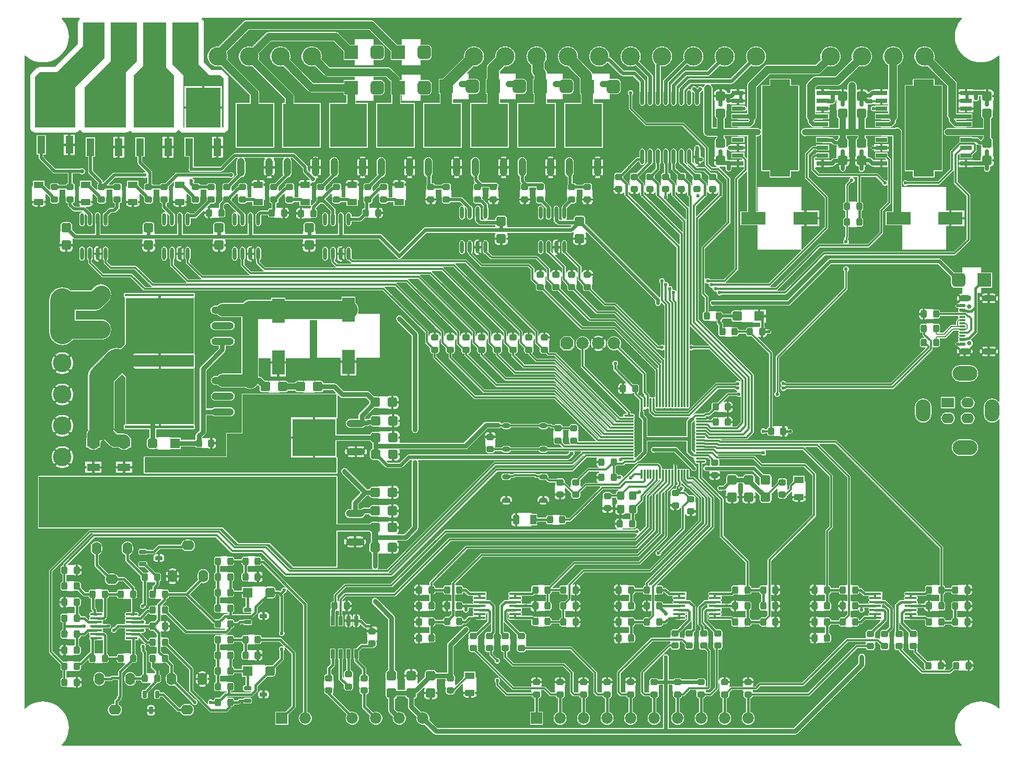
<source format=gtl>
G04*
G04 #@! TF.GenerationSoftware,Altium Limited,Altium Designer,25.0.2 (28)*
G04*
G04 Layer_Physical_Order=1*
G04 Layer_Color=255*
%FSLAX44Y44*%
%MOMM*%
G71*
G04*
G04 #@! TF.SameCoordinates,AC037715-0773-48B7-9E6E-B3265F142276*
G04*
G04*
G04 #@! TF.FilePolarity,Positive*
G04*
G01*
G75*
%ADD12C,0.1270*%
%ADD13C,0.6000*%
%ADD14C,0.5000*%
%ADD15C,0.2540*%
%ADD16C,0.3000*%
%ADD32R,1.2500X2.8500*%
%ADD33R,5.5500X6.5000*%
%ADD37O,3.6000X1.2000*%
%ADD38O,3.0000X1.2000*%
%ADD41O,0.6000X2.0000*%
%ADD42R,1.8300X0.6800*%
%ADD43R,2.1000X1.2700*%
%ADD46O,0.6000X2.4000*%
%ADD47O,0.3000X1.6000*%
G04:AMPARAMS|DCode=48|XSize=0.3mm|YSize=1mm|CornerRadius=0.075mm|HoleSize=0mm|Usage=FLASHONLY|Rotation=90.000|XOffset=0mm|YOffset=0mm|HoleType=Round|Shape=RoundedRectangle|*
%AMROUNDEDRECTD48*
21,1,0.3000,0.8500,0,0,90.0*
21,1,0.1500,1.0000,0,0,90.0*
1,1,0.1500,0.4250,0.0750*
1,1,0.1500,0.4250,-0.0750*
1,1,0.1500,-0.4250,-0.0750*
1,1,0.1500,-0.4250,0.0750*
%
%ADD48ROUNDEDRECTD48*%
G04:AMPARAMS|DCode=49|XSize=0.5mm|YSize=1mm|CornerRadius=0.125mm|HoleSize=0mm|Usage=FLASHONLY|Rotation=90.000|XOffset=0mm|YOffset=0mm|HoleType=Round|Shape=RoundedRectangle|*
%AMROUNDEDRECTD49*
21,1,0.5000,0.7500,0,0,90.0*
21,1,0.2500,1.0000,0,0,90.0*
1,1,0.2500,0.3750,0.1250*
1,1,0.2500,0.3750,-0.1250*
1,1,0.2500,-0.3750,-0.1250*
1,1,0.2500,-0.3750,0.1250*
%
%ADD49ROUNDEDRECTD49*%
G04:AMPARAMS|DCode=50|XSize=1.2mm|YSize=1.4mm|CornerRadius=0.3mm|HoleSize=0mm|Usage=FLASHONLY|Rotation=0.000|XOffset=0mm|YOffset=0mm|HoleType=Round|Shape=RoundedRectangle|*
%AMROUNDEDRECTD50*
21,1,1.2000,0.8000,0,0,0.0*
21,1,0.6000,1.4000,0,0,0.0*
1,1,0.6000,0.3000,-0.4000*
1,1,0.6000,-0.3000,-0.4000*
1,1,0.6000,-0.3000,0.4000*
1,1,0.6000,0.3000,0.4000*
%
%ADD50ROUNDEDRECTD50*%
%ADD51O,1.4000X0.8000*%
%ADD54O,1.6000X0.3000*%
G04:AMPARAMS|DCode=55|XSize=1.9554mm|YSize=0.4208mm|CornerRadius=0.2104mm|HoleSize=0mm|Usage=FLASHONLY|Rotation=0.000|XOffset=0mm|YOffset=0mm|HoleType=Round|Shape=RoundedRectangle|*
%AMROUNDEDRECTD55*
21,1,1.9554,0.0000,0,0,0.0*
21,1,1.5347,0.4208,0,0,0.0*
1,1,0.4208,0.7673,0.0000*
1,1,0.4208,-0.7673,0.0000*
1,1,0.4208,-0.7673,0.0000*
1,1,0.4208,0.7673,0.0000*
%
%ADD55ROUNDEDRECTD55*%
%ADD56R,1.9554X0.4208*%
G04:AMPARAMS|DCode=57|XSize=1.55mm|YSize=0.6mm|CornerRadius=0.051mm|HoleSize=0mm|Usage=FLASHONLY|Rotation=90.000|XOffset=0mm|YOffset=0mm|HoleType=Round|Shape=RoundedRectangle|*
%AMROUNDEDRECTD57*
21,1,1.5500,0.4980,0,0,90.0*
21,1,1.4480,0.6000,0,0,90.0*
1,1,0.1020,0.2490,0.7240*
1,1,0.1020,0.2490,-0.7240*
1,1,0.1020,-0.2490,-0.7240*
1,1,0.1020,-0.2490,0.7240*
%
%ADD57ROUNDEDRECTD57*%
%ADD61O,1.2000X3.0000*%
%ADD75C,5.3100*%
%ADD92R,1.8500X1.8500*%
%ADD93C,1.8500*%
G04:AMPARAMS|DCode=108|XSize=1mm|YSize=1.6mm|CornerRadius=0.25mm|HoleSize=0mm|Usage=FLASHONLY|Rotation=270.000|XOffset=0mm|YOffset=0mm|HoleType=Round|Shape=RoundedRectangle|*
%AMROUNDEDRECTD108*
21,1,1.0000,1.1000,0,0,270.0*
21,1,0.5000,1.6000,0,0,270.0*
1,1,0.5000,-0.5500,-0.2500*
1,1,0.5000,-0.5500,0.2500*
1,1,0.5000,0.5500,0.2500*
1,1,0.5000,0.5500,-0.2500*
%
%ADD108ROUNDEDRECTD108*%
%ADD109R,1.6000X1.0000*%
%ADD110R,2.2000X2.2000*%
G04:AMPARAMS|DCode=111|XSize=2.2mm|YSize=2.2mm|CornerRadius=0.55mm|HoleSize=0mm|Usage=FLASHONLY|Rotation=270.000|XOffset=0mm|YOffset=0mm|HoleType=Round|Shape=RoundedRectangle|*
%AMROUNDEDRECTD111*
21,1,2.2000,1.1000,0,0,270.0*
21,1,1.1000,2.2000,0,0,270.0*
1,1,1.1000,-0.5500,-0.5500*
1,1,1.1000,-0.5500,0.5500*
1,1,1.1000,0.5500,0.5500*
1,1,1.1000,0.5500,-0.5500*
%
%ADD111ROUNDEDRECTD111*%
G04:AMPARAMS|DCode=112|XSize=1.6mm|YSize=1.6mm|CornerRadius=0.4mm|HoleSize=0mm|Usage=FLASHONLY|Rotation=180.000|XOffset=0mm|YOffset=0mm|HoleType=Round|Shape=RoundedRectangle|*
%AMROUNDEDRECTD112*
21,1,1.6000,0.8000,0,0,180.0*
21,1,0.8000,1.6000,0,0,180.0*
1,1,0.8000,-0.4000,0.4000*
1,1,0.8000,0.4000,0.4000*
1,1,0.8000,0.4000,-0.4000*
1,1,0.8000,-0.4000,-0.4000*
%
%ADD112ROUNDEDRECTD112*%
%ADD113R,2.0000X4.0000*%
%ADD114R,11.0000X9.0000*%
%ADD115R,7.0000X6.0000*%
G04:AMPARAMS|DCode=116|XSize=1mm|YSize=1.2mm|CornerRadius=0.25mm|HoleSize=0mm|Usage=FLASHONLY|Rotation=90.000|XOffset=0mm|YOffset=0mm|HoleType=Round|Shape=RoundedRectangle|*
%AMROUNDEDRECTD116*
21,1,1.0000,0.7000,0,0,90.0*
21,1,0.5000,1.2000,0,0,90.0*
1,1,0.5000,0.3500,0.2500*
1,1,0.5000,0.3500,-0.2500*
1,1,0.5000,-0.3500,-0.2500*
1,1,0.5000,-0.3500,0.2500*
%
%ADD116ROUNDEDRECTD116*%
G04:AMPARAMS|DCode=117|XSize=1mm|YSize=1.2mm|CornerRadius=0.25mm|HoleSize=0mm|Usage=FLASHONLY|Rotation=180.000|XOffset=0mm|YOffset=0mm|HoleType=Round|Shape=RoundedRectangle|*
%AMROUNDEDRECTD117*
21,1,1.0000,0.7000,0,0,180.0*
21,1,0.5000,1.2000,0,0,180.0*
1,1,0.5000,-0.2500,0.3500*
1,1,0.5000,0.2500,0.3500*
1,1,0.5000,0.2500,-0.3500*
1,1,0.5000,-0.2500,-0.3500*
%
%ADD117ROUNDEDRECTD117*%
%ADD118R,1.6000X1.6000*%
G04:AMPARAMS|DCode=119|XSize=1.6mm|YSize=1.6mm|CornerRadius=0.4mm|HoleSize=0mm|Usage=FLASHONLY|Rotation=90.000|XOffset=0mm|YOffset=0mm|HoleType=Round|Shape=RoundedRectangle|*
%AMROUNDEDRECTD119*
21,1,1.6000,0.8000,0,0,90.0*
21,1,0.8000,1.6000,0,0,90.0*
1,1,0.8000,0.4000,0.4000*
1,1,0.8000,0.4000,-0.4000*
1,1,0.8000,-0.4000,-0.4000*
1,1,0.8000,-0.4000,0.4000*
%
%ADD119ROUNDEDRECTD119*%
G04:AMPARAMS|DCode=120|XSize=1mm|YSize=1.6mm|CornerRadius=0.25mm|HoleSize=0mm|Usage=FLASHONLY|Rotation=180.000|XOffset=0mm|YOffset=0mm|HoleType=Round|Shape=RoundedRectangle|*
%AMROUNDEDRECTD120*
21,1,1.0000,1.1000,0,0,180.0*
21,1,0.5000,1.6000,0,0,180.0*
1,1,0.5000,-0.2500,0.5500*
1,1,0.5000,0.2500,0.5500*
1,1,0.5000,0.2500,-0.5500*
1,1,0.5000,-0.2500,-0.5500*
%
%ADD120ROUNDEDRECTD120*%
%ADD121R,1.0000X1.6000*%
%ADD122R,4.0000X2.0000*%
G04:AMPARAMS|DCode=123|XSize=0.7mm|YSize=1.2mm|CornerRadius=0.175mm|HoleSize=0mm|Usage=FLASHONLY|Rotation=0.000|XOffset=0mm|YOffset=0mm|HoleType=Round|Shape=RoundedRectangle|*
%AMROUNDEDRECTD123*
21,1,0.7000,0.8500,0,0,0.0*
21,1,0.3500,1.2000,0,0,0.0*
1,1,0.3500,0.1750,-0.4250*
1,1,0.3500,-0.1750,-0.4250*
1,1,0.3500,-0.1750,0.4250*
1,1,0.3500,0.1750,0.4250*
%
%ADD123ROUNDEDRECTD123*%
G04:AMPARAMS|DCode=124|XSize=0.7mm|YSize=1.2mm|CornerRadius=0.175mm|HoleSize=0mm|Usage=FLASHONLY|Rotation=90.000|XOffset=0mm|YOffset=0mm|HoleType=Round|Shape=RoundedRectangle|*
%AMROUNDEDRECTD124*
21,1,0.7000,0.8500,0,0,90.0*
21,1,0.3500,1.2000,0,0,90.0*
1,1,0.3500,0.4250,0.1750*
1,1,0.3500,0.4250,-0.1750*
1,1,0.3500,-0.4250,-0.1750*
1,1,0.3500,-0.4250,0.1750*
%
%ADD124ROUNDEDRECTD124*%
%ADD125R,6.0000X7.0000*%
%ADD126C,0.8000*%
%ADD127C,1.8500*%
%ADD128C,1.0000*%
%ADD129C,3.0000*%
%ADD130C,1.2500*%
%ADD131C,0.4000*%
%ADD132C,0.6800*%
%ADD133C,1.2000*%
%ADD134C,0.2032*%
%ADD135C,2.0000*%
%ADD136C,4.0000*%
%ADD137C,2.5000*%
%ADD138C,3.0000*%
%ADD139O,2.1590X2.0320*%
%ADD140C,0.7000*%
%ADD141O,2.0000X1.0000*%
%ADD142O,2.4000X1.0000*%
%ADD143O,4.0000X2.4000*%
%ADD144O,2.4000X3.6000*%
%ADD145O,2.0000X1.6000*%
%ADD146R,2.0000X1.6000*%
%ADD147C,2.0000*%
G04:AMPARAMS|DCode=148|XSize=2mm|YSize=2mm|CornerRadius=0mm|HoleSize=0mm|Usage=FLASHONLY|Rotation=90.000|XOffset=0mm|YOffset=0mm|HoleType=Round|Shape=Octagon|*
%AMOCTAGOND148*
4,1,8,0.5000,1.0000,-0.5000,1.0000,-1.0000,0.5000,-1.0000,-0.5000,-0.5000,-1.0000,0.5000,-1.0000,1.0000,-0.5000,1.0000,0.5000,0.5000,1.0000,0.0*
%
%ADD148OCTAGOND148*%

%ADD149O,1.6000X2.0000*%
%ADD150C,0.6000*%
G36*
X322500Y1145000D02*
X340000Y1127500D01*
X357500D01*
X362500Y1122500D01*
Y1042500D01*
X360290D01*
Y1072720D01*
X357445D01*
Y1076530D01*
X360290D01*
Y1109665D01*
X331905D01*
Y1106820D01*
X328095D01*
Y1109665D01*
X299710D01*
Y1076530D01*
X302555D01*
Y1072720D01*
X299710D01*
Y1042500D01*
X297500D01*
Y1127500D01*
X280000Y1145000D01*
Y1212500D01*
X322500D01*
Y1145000D01*
D02*
G37*
G36*
X270000Y1140000D02*
X282500Y1127500D01*
Y1042500D01*
X217500D01*
Y1127500D01*
X232500Y1142500D01*
Y1212500D01*
X270000D01*
Y1140000D01*
D02*
G37*
G36*
X222500Y1150000D02*
X204650Y1132150D01*
Y1042850D01*
X204506Y1042500D01*
X137500D01*
Y1107500D01*
X180000Y1150000D01*
Y1212500D01*
X222500D01*
Y1150000D01*
D02*
G37*
G36*
X170000Y1155000D02*
X122500Y1107500D01*
Y1042500D01*
X57500D01*
Y1125000D01*
X65000Y1132500D01*
X92500D01*
X135000Y1175000D01*
Y1212500D01*
X170000D01*
Y1155000D01*
D02*
G37*
G36*
X1559452Y1218730D02*
X1556679Y1215568D01*
X1553627Y1211000D01*
X1551197Y1206073D01*
X1549431Y1200870D01*
X1548359Y1195482D01*
X1548000Y1190000D01*
X1548359Y1184518D01*
X1549431Y1179130D01*
X1551197Y1173927D01*
X1553627Y1169000D01*
X1556679Y1164432D01*
X1560302Y1160302D01*
X1564432Y1156679D01*
X1569000Y1153627D01*
X1573927Y1151197D01*
X1579130Y1149431D01*
X1584518Y1148359D01*
X1590000Y1148000D01*
X1595482Y1148359D01*
X1600870Y1149431D01*
X1606073Y1151197D01*
X1611000Y1153627D01*
X1615568Y1156679D01*
X1618730Y1159452D01*
X1620000Y1158877D01*
Y598157D01*
X1618730Y597726D01*
X1617764Y598985D01*
X1614992Y601112D01*
X1611764Y602449D01*
X1608300Y602905D01*
X1604836Y602449D01*
X1601608Y601112D01*
X1598836Y598985D01*
X1596709Y596213D01*
X1595372Y592985D01*
X1594916Y589520D01*
Y577520D01*
X1595372Y574056D01*
X1596709Y570828D01*
X1598836Y568056D01*
X1601608Y565929D01*
X1604836Y564592D01*
X1608300Y564136D01*
X1611764Y564592D01*
X1614992Y565929D01*
X1617764Y568056D01*
X1618730Y569315D01*
X1620000Y568884D01*
Y101123D01*
X1618730Y100548D01*
X1615568Y103321D01*
X1611000Y106373D01*
X1606073Y108803D01*
X1600870Y110569D01*
X1595482Y111641D01*
X1590000Y112000D01*
X1584518Y111641D01*
X1579130Y110569D01*
X1573927Y108803D01*
X1569000Y106373D01*
X1564432Y103321D01*
X1560302Y99698D01*
X1556679Y95568D01*
X1553627Y91000D01*
X1551197Y86073D01*
X1549431Y80870D01*
X1548359Y75482D01*
X1548000Y70000D01*
X1548359Y64518D01*
X1549431Y59130D01*
X1551197Y53927D01*
X1553627Y49000D01*
X1556679Y44432D01*
X1559452Y41270D01*
X1558877Y40000D01*
X101123D01*
X100548Y41270D01*
X103321Y44432D01*
X106373Y49000D01*
X108803Y53927D01*
X110569Y59130D01*
X111641Y64518D01*
X112000Y70000D01*
X111641Y75482D01*
X110569Y80870D01*
X108803Y86073D01*
X106373Y91000D01*
X103321Y95568D01*
X99698Y99698D01*
X95568Y103321D01*
X91000Y106373D01*
X86073Y108803D01*
X80870Y110569D01*
X75482Y111641D01*
X70000Y112000D01*
X64518Y111641D01*
X59130Y110569D01*
X53927Y108803D01*
X49000Y106373D01*
X44432Y103321D01*
X41270Y100548D01*
X40000Y101123D01*
Y1158877D01*
X41270Y1159452D01*
X44432Y1156679D01*
X49000Y1153627D01*
X53927Y1151197D01*
X59130Y1149431D01*
X64518Y1148359D01*
X70000Y1148000D01*
X75482Y1148359D01*
X80870Y1149431D01*
X86073Y1151197D01*
X91000Y1153627D01*
X95568Y1156679D01*
X99698Y1160302D01*
X103321Y1164432D01*
X106373Y1169000D01*
X108803Y1173927D01*
X110569Y1179130D01*
X111641Y1184518D01*
X112000Y1190000D01*
X111641Y1195482D01*
X110569Y1200870D01*
X108803Y1206073D01*
X106373Y1211000D01*
X103321Y1215568D01*
X100548Y1218730D01*
X101123Y1220000D01*
X129547D01*
X129978Y1218730D01*
X129294Y1218206D01*
X128012Y1216535D01*
X127206Y1214588D01*
X126931Y1212500D01*
Y1178342D01*
X89158Y1140569D01*
X65000D01*
X62912Y1140294D01*
X60965Y1139488D01*
X59294Y1138206D01*
X51794Y1130706D01*
X50512Y1129035D01*
X49706Y1127088D01*
X49431Y1125000D01*
Y1042500D01*
X49706Y1040412D01*
X50512Y1038465D01*
X51794Y1036794D01*
X53465Y1035512D01*
X55412Y1034706D01*
X57500Y1034431D01*
X122500D01*
X124588Y1034706D01*
X126535Y1035512D01*
X128206Y1036794D01*
X129260Y1038169D01*
X129735Y1038281D01*
X130265D01*
X130740Y1038169D01*
X131794Y1036794D01*
X133465Y1035512D01*
X134250Y1035187D01*
Y1034125D01*
X205750D01*
Y1034551D01*
X206069Y1034637D01*
X206594Y1034706D01*
X207082Y1034908D01*
X207593Y1035045D01*
X208051Y1035310D01*
X208540Y1035512D01*
X208960Y1035834D01*
X209417Y1036098D01*
X209791Y1036472D01*
X210211Y1036794D01*
X211415Y1036920D01*
X211794Y1036794D01*
X213465Y1035512D01*
X214250Y1035187D01*
Y1034125D01*
X285750D01*
Y1035187D01*
X286535Y1035512D01*
X288206Y1036794D01*
X289260Y1038169D01*
X289735Y1038281D01*
X290265D01*
X290740Y1038169D01*
X291794Y1036794D01*
X293465Y1035512D01*
X294250Y1035187D01*
Y1034125D01*
X365750D01*
Y1035187D01*
X366535Y1035512D01*
X368206Y1036794D01*
X369488Y1038465D01*
X370294Y1040412D01*
X370569Y1042500D01*
Y1122500D01*
X370294Y1124588D01*
X369488Y1126535D01*
X368206Y1128206D01*
X363206Y1133206D01*
X361535Y1134488D01*
X359588Y1135294D01*
X357500Y1135569D01*
X343342D01*
X330569Y1148342D01*
Y1212500D01*
X330294Y1214588D01*
X329488Y1216535D01*
X328206Y1218206D01*
X327522Y1218730D01*
X327953Y1220000D01*
X1558877D01*
X1559452Y1218730D01*
D02*
G37*
%LPC*%
G36*
X1347903Y1173770D02*
X1344698D01*
X1341554Y1173145D01*
X1338593Y1171918D01*
X1335929Y1170138D01*
X1333662Y1167871D01*
X1331882Y1165207D01*
X1330655Y1162246D01*
X1330030Y1159102D01*
Y1155897D01*
X1330655Y1152754D01*
X1330706Y1152632D01*
X1322309Y1144235D01*
X1244600D01*
X1244600Y1144235D01*
X1242637Y1143977D01*
X1240808Y1143219D01*
X1239237Y1142013D01*
X1213837Y1116613D01*
X1212631Y1115042D01*
X1211873Y1113213D01*
X1211615Y1111250D01*
Y1075879D01*
X1210345Y1075626D01*
X1210315Y1075699D01*
X1209049Y1076965D01*
X1207395Y1077650D01*
X1206620D01*
Y1077820D01*
X1185780D01*
Y1068480D01*
X1206620D01*
Y1068650D01*
X1207395D01*
X1209049Y1069335D01*
X1210315Y1070601D01*
X1210345Y1070674D01*
X1211615Y1070421D01*
Y1065211D01*
X1196200D01*
X1195740Y1065120D01*
X1185780D01*
Y1055780D01*
X1195740D01*
X1196200Y1055688D01*
X1213375D01*
X1213837Y1055087D01*
X1214142Y1054853D01*
X1214206Y1053473D01*
X1213244Y1052512D01*
X1196200D01*
X1195740Y1052420D01*
X1185780D01*
Y1043080D01*
X1195740D01*
X1196200Y1042989D01*
X1215217D01*
X1217039Y1043351D01*
X1218584Y1044383D01*
X1222567Y1048366D01*
X1223599Y1049911D01*
X1223961Y1051733D01*
Y1054625D01*
X1224563Y1055087D01*
X1225769Y1056658D01*
X1226526Y1058487D01*
X1226785Y1060450D01*
Y1108108D01*
X1247742Y1129065D01*
X1325450D01*
X1327413Y1129324D01*
X1329243Y1130081D01*
X1330814Y1131287D01*
X1341432Y1141906D01*
X1341554Y1141855D01*
X1344698Y1141230D01*
X1347903D01*
X1351046Y1141855D01*
X1354007Y1143082D01*
X1356672Y1144862D01*
X1358938Y1147128D01*
X1360718Y1149793D01*
X1361945Y1152754D01*
X1362570Y1155897D01*
Y1159102D01*
X1361945Y1162246D01*
X1360718Y1165207D01*
X1358938Y1167871D01*
X1356672Y1170138D01*
X1354007Y1171918D01*
X1351046Y1173145D01*
X1347903Y1173770D01*
D02*
G37*
G36*
X400050Y1216335D02*
X398087Y1216076D01*
X396258Y1215319D01*
X394687Y1214113D01*
X354343Y1173770D01*
X351698D01*
X348554Y1173145D01*
X345593Y1171918D01*
X342929Y1170138D01*
X340663Y1167871D01*
X338882Y1165207D01*
X337655Y1162246D01*
X337030Y1159102D01*
Y1155897D01*
X337655Y1152754D01*
X338882Y1149793D01*
X340663Y1147128D01*
X342929Y1144862D01*
X345593Y1143082D01*
X348554Y1141855D01*
X351698Y1141230D01*
X354903D01*
X358046Y1141855D01*
X358168Y1141906D01*
X405165Y1094908D01*
Y1082170D01*
X382620D01*
Y1009630D01*
X445160D01*
Y1082170D01*
X420335D01*
Y1098050D01*
X420076Y1100013D01*
X419319Y1101843D01*
X418113Y1103413D01*
X368895Y1152632D01*
X368945Y1152754D01*
X369570Y1155897D01*
Y1159102D01*
X368945Y1162246D01*
X367719Y1165207D01*
X367524Y1165498D01*
X403192Y1201165D01*
X598158D01*
X633480Y1165843D01*
Y1152030D01*
X651510D01*
Y1143300D01*
X681990D01*
Y1151743D01*
X682250Y1151972D01*
X693250D01*
X695017Y1152204D01*
X696664Y1152886D01*
X698078Y1153971D01*
X699164Y1155386D01*
X699846Y1157033D01*
X700078Y1158800D01*
Y1169800D01*
X699846Y1171567D01*
X699164Y1173214D01*
X698078Y1174628D01*
X696664Y1175714D01*
X695017Y1176396D01*
X693250Y1176628D01*
X682250D01*
X681990Y1176856D01*
Y1185300D01*
X651510D01*
Y1176570D01*
X644207D01*
X606663Y1214113D01*
X605092Y1215319D01*
X603263Y1216076D01*
X601300Y1216335D01*
X400050D01*
X400050Y1216335D01*
D02*
G37*
G36*
X544150Y1197285D02*
X436300D01*
X434337Y1197026D01*
X432508Y1196269D01*
X430937Y1195063D01*
X408968Y1173094D01*
X408846Y1173145D01*
X405703Y1173770D01*
X402498D01*
X399355Y1173145D01*
X396394Y1171918D01*
X393729Y1170138D01*
X391463Y1167871D01*
X389682Y1165207D01*
X388456Y1162246D01*
X387830Y1159102D01*
Y1155897D01*
X388456Y1152754D01*
X389682Y1149793D01*
X391463Y1147128D01*
X393729Y1144862D01*
X396394Y1143082D01*
X399355Y1141855D01*
X402498Y1141230D01*
X405703D01*
X408846Y1141855D01*
X408968Y1141906D01*
X461688Y1089186D01*
Y1082170D01*
X457680D01*
Y1009630D01*
X520220D01*
Y1082170D01*
X476857D01*
Y1092327D01*
X476599Y1094291D01*
X475841Y1096120D01*
X474636Y1097691D01*
X419695Y1152632D01*
X419745Y1152754D01*
X420370Y1155897D01*
Y1159102D01*
X419745Y1162246D01*
X419695Y1162367D01*
X439442Y1182115D01*
X541008D01*
X557280Y1165843D01*
Y1152030D01*
X575310D01*
Y1143300D01*
X605790D01*
Y1151743D01*
X606050Y1151972D01*
X617050D01*
X618817Y1152204D01*
X620464Y1152886D01*
X621878Y1153971D01*
X622964Y1155386D01*
X623646Y1157033D01*
X623878Y1158800D01*
Y1169800D01*
X623646Y1171567D01*
X622964Y1173214D01*
X621878Y1174628D01*
X620464Y1175714D01*
X618817Y1176396D01*
X617050Y1176628D01*
X606050D01*
X605790Y1176856D01*
Y1185300D01*
X575310D01*
Y1176570D01*
X568007D01*
X549513Y1195063D01*
X547942Y1196269D01*
X546113Y1197026D01*
X544150Y1197285D01*
D02*
G37*
G36*
X1449503Y1173770D02*
X1446298D01*
X1443154Y1173145D01*
X1440193Y1171918D01*
X1437529Y1170138D01*
X1435262Y1167871D01*
X1433482Y1165207D01*
X1432255Y1162246D01*
X1431630Y1159102D01*
Y1155897D01*
X1432255Y1152754D01*
X1433482Y1149793D01*
X1435262Y1147128D01*
X1437529Y1144862D01*
X1440193Y1143082D01*
X1440215Y1143073D01*
Y1104490D01*
X1430655D01*
Y1101645D01*
X1426845D01*
Y1104490D01*
X1417060D01*
Y1103311D01*
X1414750D01*
X1412928Y1102949D01*
X1411383Y1101917D01*
X1408619Y1099153D01*
X1407379D01*
X1407372Y1099207D01*
X1406713Y1100798D01*
X1405664Y1102164D01*
X1404298Y1103213D01*
X1402707Y1103872D01*
X1401000Y1104096D01*
X1398905D01*
Y1101195D01*
X1395095D01*
Y1104096D01*
X1393000D01*
X1391293Y1103872D01*
X1390055Y1103359D01*
X1388785Y1103955D01*
Y1109939D01*
X1388785Y1109940D01*
X1388535Y1111838D01*
X1387802Y1113606D01*
X1386637Y1115125D01*
X1386597Y1115165D01*
X1385078Y1116330D01*
X1383310Y1117063D01*
X1381412Y1117313D01*
X1379514Y1117063D01*
X1377746Y1116330D01*
X1376227Y1115165D01*
X1375062Y1113646D01*
X1374329Y1111878D01*
X1374079Y1109980D01*
X1374120Y1109674D01*
Y1104233D01*
X1372849Y1103474D01*
X1371889Y1103872D01*
X1370182Y1104096D01*
X1368087D01*
Y1101195D01*
X1364277D01*
Y1104096D01*
X1362182D01*
X1360475Y1103872D01*
X1359123Y1103311D01*
X1345190D01*
Y1104490D01*
X1335405D01*
Y1101645D01*
X1331595D01*
Y1104490D01*
X1322035D01*
Y1107136D01*
X1324914Y1110015D01*
X1357200D01*
X1359163Y1110274D01*
X1360993Y1111031D01*
X1362564Y1112237D01*
X1392232Y1141906D01*
X1392354Y1141855D01*
X1395498Y1141230D01*
X1398703D01*
X1401846Y1141855D01*
X1404807Y1143082D01*
X1407472Y1144862D01*
X1409738Y1147128D01*
X1411518Y1149793D01*
X1412745Y1152754D01*
X1413370Y1155897D01*
Y1159102D01*
X1412745Y1162246D01*
X1411518Y1165207D01*
X1409738Y1167871D01*
X1407472Y1170138D01*
X1404807Y1171918D01*
X1401846Y1173145D01*
X1398703Y1173770D01*
X1395498D01*
X1392354Y1173145D01*
X1389393Y1171918D01*
X1386729Y1170138D01*
X1384462Y1167871D01*
X1382682Y1165207D01*
X1381455Y1162246D01*
X1380830Y1159102D01*
Y1155897D01*
X1381455Y1152754D01*
X1381506Y1152632D01*
X1354059Y1125185D01*
X1321772D01*
X1319809Y1124927D01*
X1317980Y1124169D01*
X1316409Y1122963D01*
X1316409Y1122963D01*
X1309087Y1115641D01*
X1307881Y1114070D01*
X1307124Y1112241D01*
X1306865Y1110278D01*
Y1060450D01*
X1307124Y1058487D01*
X1307881Y1056658D01*
X1309087Y1055087D01*
X1309689Y1054625D01*
Y1051733D01*
X1310051Y1049911D01*
X1311083Y1048366D01*
X1315066Y1044383D01*
X1316611Y1043351D01*
X1318433Y1042989D01*
X1333500D01*
X1333960Y1043080D01*
X1343920D01*
Y1052420D01*
X1333960D01*
X1333500Y1052512D01*
X1320405D01*
X1319444Y1053473D01*
X1319508Y1054853D01*
X1319813Y1055087D01*
X1320275Y1055688D01*
X1333500D01*
X1333960Y1055780D01*
X1343920D01*
Y1065120D01*
X1333960D01*
X1333500Y1065211D01*
X1322035D01*
Y1067210D01*
X1331595D01*
Y1070055D01*
X1335405D01*
Y1067210D01*
X1345190D01*
Y1071245D01*
X1342345D01*
Y1075055D01*
X1345190D01*
Y1079090D01*
X1345190Y1079090D01*
X1345604Y1080189D01*
X1349110D01*
X1350932Y1080551D01*
X1352477Y1081583D01*
X1353186Y1082292D01*
X1354218Y1083837D01*
X1354581Y1085659D01*
Y1086527D01*
X1355851Y1087010D01*
X1356182Y1086638D01*
Y1071500D01*
X1356206D01*
X1357012Y1070518D01*
X1356809Y1069500D01*
Y1061500D01*
X1357218Y1059444D01*
X1358383Y1057701D01*
X1359789Y1056761D01*
Y1041443D01*
X1322094D01*
X1321040Y1041652D01*
X1305260D01*
X1302813Y1041166D01*
X1300739Y1039780D01*
X1300480Y1039520D01*
X1299094Y1037446D01*
X1298607Y1035000D01*
X1299094Y1032554D01*
X1300480Y1030480D01*
X1302554Y1029094D01*
X1305000Y1028607D01*
X1306305Y1028867D01*
X1320197D01*
X1321250Y1028657D01*
X1359789D01*
Y1026039D01*
X1358383Y1025099D01*
X1357218Y1023356D01*
X1357069Y1022604D01*
X1354353D01*
X1351928Y1025029D01*
X1350516Y1025972D01*
X1348850Y1026304D01*
X1343920D01*
Y1027020D01*
X1323080D01*
Y1017680D01*
X1333479D01*
X1333900Y1017596D01*
X1347047D01*
X1349471Y1015172D01*
X1350884Y1014228D01*
X1352550Y1013896D01*
X1356810D01*
Y1013300D01*
X1357012Y1012282D01*
X1356206Y1011300D01*
X1356182D01*
Y995904D01*
X1355811Y995007D01*
X1355586Y993300D01*
Y992887D01*
X1352875D01*
X1352875Y992887D01*
X1352875Y992887D01*
X1351886Y992690D01*
X1351053Y992525D01*
X1351053Y992524D01*
X1351053Y992524D01*
X1350165Y991931D01*
X1349508Y991492D01*
X1349508Y991492D01*
X1349508Y991492D01*
X1347028Y989012D01*
X1345190D01*
Y990190D01*
X1335405D01*
Y987345D01*
X1331595D01*
Y990190D01*
X1321810D01*
X1321024Y991134D01*
Y992643D01*
X1321992Y993430D01*
X1323080Y992966D01*
Y992280D01*
X1343920D01*
Y1001620D01*
X1323080D01*
Y999774D01*
X1321250D01*
X1320169Y999559D01*
X1319253Y998947D01*
X1319253Y998947D01*
X1316203Y995897D01*
X1315590Y994980D01*
X1315375Y993900D01*
X1315375Y993900D01*
Y974151D01*
X1315375Y974150D01*
X1315590Y973070D01*
X1316203Y972153D01*
X1325153Y963203D01*
X1325153Y963203D01*
X1326069Y962591D01*
X1327150Y962376D01*
X1327150Y962376D01*
X1378488D01*
X1378740Y961106D01*
X1378401Y960965D01*
X1377135Y959699D01*
X1376450Y958045D01*
Y956313D01*
X1371118Y950982D01*
X1370557Y950141D01*
X1370360Y949150D01*
Y921726D01*
X1368979Y921451D01*
X1367732Y920618D01*
X1366898Y919371D01*
X1366606Y917900D01*
Y910900D01*
X1366898Y909429D01*
X1367732Y908182D01*
X1368979Y907349D01*
X1370360Y907074D01*
Y896326D01*
X1368979Y896051D01*
X1367732Y895218D01*
X1366899Y893971D01*
X1366606Y892500D01*
Y885500D01*
X1366899Y884029D01*
X1367732Y882782D01*
X1368979Y881949D01*
X1370360Y881674D01*
Y866403D01*
X1369849Y865891D01*
X1369287Y865051D01*
X1369090Y864060D01*
Y861081D01*
X1369051Y861065D01*
X1367785Y859799D01*
X1367100Y858145D01*
Y856355D01*
X1367664Y854994D01*
X1367102Y853724D01*
X1328420D01*
X1327339Y853509D01*
X1326423Y852897D01*
X1326423Y852897D01*
X1257400Y783874D01*
X1249395D01*
X1249010Y785144D01*
X1249397Y785403D01*
X1341997Y878003D01*
X1341997Y878003D01*
X1342609Y878919D01*
X1342824Y880000D01*
X1342824Y880000D01*
Y929150D01*
X1342609Y930231D01*
X1341997Y931147D01*
X1341997Y931147D01*
X1310924Y962220D01*
Y998381D01*
X1319369Y1006826D01*
X1323080D01*
Y1004980D01*
X1343920D01*
Y1014320D01*
X1323080D01*
Y1012474D01*
X1318200D01*
X1318199Y1012474D01*
X1317119Y1012259D01*
X1316203Y1011647D01*
X1316202Y1011647D01*
X1306103Y1001547D01*
X1305491Y1000631D01*
X1305276Y999550D01*
X1305276Y999550D01*
Y961050D01*
X1305276Y961050D01*
X1305491Y959969D01*
X1306103Y959053D01*
X1337176Y927980D01*
Y881170D01*
X1300426Y844420D01*
X1299210Y845000D01*
X1299210Y845633D01*
Y882810D01*
X1303745D01*
Y885655D01*
X1307555D01*
Y882810D01*
X1328190D01*
Y893445D01*
X1325345D01*
Y897255D01*
X1328190D01*
Y907890D01*
X1307555D01*
Y905045D01*
X1303745D01*
Y907890D01*
X1299210D01*
Y946150D01*
X1228090D01*
Y906620D01*
X1226785D01*
Y1027728D01*
X1227556Y1028607D01*
X1228000D01*
X1230446Y1029094D01*
X1232520Y1030480D01*
X1232705Y1030756D01*
X1233975Y1030371D01*
Y972900D01*
X1234378Y971928D01*
X1235350Y971525D01*
X1247475D01*
Y962700D01*
X1247878Y961728D01*
X1248850Y961325D01*
X1280850D01*
X1281822Y961728D01*
X1282224Y962700D01*
Y971525D01*
X1294350D01*
X1295322Y971928D01*
X1295724Y972900D01*
Y1109900D01*
X1295322Y1110872D01*
X1294350Y1111275D01*
X1282224D01*
Y1120100D01*
X1281822Y1121072D01*
X1280850Y1121475D01*
X1248850D01*
X1247878Y1121072D01*
X1247475Y1120100D01*
Y1111275D01*
X1235350D01*
X1234378Y1110872D01*
X1233975Y1109900D01*
Y1039629D01*
X1232705Y1039244D01*
X1232520Y1039520D01*
X1230446Y1040906D01*
X1228000Y1041393D01*
X1196451D01*
X1196200Y1041443D01*
X1174793D01*
Y1056761D01*
X1176199Y1057701D01*
X1177364Y1059444D01*
X1177773Y1061500D01*
Y1069500D01*
X1177571Y1070518D01*
X1178376Y1071500D01*
X1178400D01*
Y1080256D01*
X1179670Y1081003D01*
X1181100Y1080719D01*
X1182922Y1081081D01*
X1183240Y1081293D01*
X1184510Y1080614D01*
Y1079910D01*
X1194295D01*
Y1082755D01*
X1198105D01*
Y1079910D01*
X1207890D01*
Y1083945D01*
X1205045D01*
Y1087755D01*
X1207890D01*
Y1091790D01*
X1207890D01*
Y1092610D01*
X1207890D01*
Y1096645D01*
X1205045D01*
Y1100455D01*
X1207890D01*
Y1104490D01*
X1198105D01*
Y1101645D01*
X1194295D01*
Y1104490D01*
X1184510D01*
Y1099344D01*
X1183428Y1098261D01*
X1178896D01*
X1178772Y1099207D01*
X1178113Y1100798D01*
X1177064Y1102164D01*
X1175698Y1103213D01*
X1174107Y1103872D01*
X1172400Y1104096D01*
X1170305D01*
Y1101195D01*
X1166495D01*
Y1104096D01*
X1164400D01*
X1162693Y1103872D01*
X1161102Y1103213D01*
X1159736Y1102164D01*
X1158687Y1100798D01*
X1158028Y1099207D01*
X1157804Y1097500D01*
Y1095405D01*
X1160705D01*
Y1091595D01*
X1157804D01*
Y1089500D01*
X1158028Y1087793D01*
X1158400Y1086895D01*
Y1071500D01*
X1158424D01*
X1159229Y1070518D01*
X1159027Y1069500D01*
Y1061500D01*
X1159436Y1059444D01*
X1160601Y1057701D01*
X1162007Y1056761D01*
Y1042383D01*
X1155033D01*
Y1106170D01*
X1154783Y1108068D01*
X1154050Y1109836D01*
X1152885Y1111355D01*
X1152075Y1111976D01*
X1152506Y1113246D01*
X1185800D01*
X1187466Y1113578D01*
X1188878Y1114521D01*
X1217661Y1143304D01*
X1217993Y1143082D01*
X1220954Y1141855D01*
X1224097Y1141230D01*
X1227302D01*
X1230446Y1141855D01*
X1233407Y1143082D01*
X1236071Y1144862D01*
X1238338Y1147128D01*
X1240118Y1149793D01*
X1241345Y1152754D01*
X1241970Y1155897D01*
Y1159102D01*
X1241345Y1162246D01*
X1240118Y1165207D01*
X1238338Y1167871D01*
X1236071Y1170138D01*
X1233407Y1171918D01*
X1230446Y1173145D01*
X1227302Y1173770D01*
X1224097D01*
X1220954Y1173145D01*
X1217993Y1171918D01*
X1215328Y1170138D01*
X1213062Y1167871D01*
X1211282Y1165207D01*
X1210055Y1162246D01*
X1209430Y1159102D01*
Y1155897D01*
X1210055Y1152754D01*
X1211282Y1149793D01*
X1211504Y1149461D01*
X1183997Y1121954D01*
X1117600D01*
X1115934Y1121622D01*
X1114521Y1120678D01*
X1101822Y1107979D01*
X1100878Y1106566D01*
X1100546Y1104900D01*
Y1099948D01*
Y1090948D01*
Y1081948D01*
X1100878Y1080282D01*
X1101822Y1078870D01*
X1103234Y1077926D01*
X1104900Y1077595D01*
X1106566Y1077926D01*
X1107979Y1078870D01*
X1108922Y1080282D01*
X1109254Y1081948D01*
Y1099948D01*
Y1103097D01*
X1119403Y1113246D01*
X1142894D01*
X1143325Y1111976D01*
X1142515Y1111355D01*
X1141350Y1109836D01*
X1140617Y1108068D01*
X1140544Y1107511D01*
X1139240Y1107339D01*
X1139195Y1107449D01*
X1137929Y1108715D01*
X1136275Y1109400D01*
X1134485D01*
X1132831Y1108715D01*
X1131565Y1107449D01*
X1131509Y1107315D01*
X1130300Y1106105D01*
X1129091Y1107315D01*
X1129035Y1107449D01*
X1127769Y1108715D01*
X1126115Y1109400D01*
X1124325D01*
X1122671Y1108715D01*
X1121405Y1107449D01*
X1120720Y1105795D01*
Y1104527D01*
X1119540Y1103788D01*
X1119266Y1103970D01*
X1117600Y1104302D01*
X1115934Y1103970D01*
X1114521Y1103027D01*
X1113578Y1101614D01*
X1113246Y1099948D01*
Y1081948D01*
X1113578Y1080282D01*
X1114521Y1078870D01*
X1115934Y1077926D01*
X1117600Y1077595D01*
X1119266Y1077926D01*
X1120678Y1078870D01*
X1121622Y1080282D01*
X1121954Y1081948D01*
Y1099948D01*
X1121918Y1100127D01*
X1122033Y1100273D01*
X1123054Y1100926D01*
X1123243Y1100848D01*
X1125946Y1098145D01*
Y1090948D01*
Y1081948D01*
X1126278Y1080282D01*
X1127222Y1078870D01*
X1128634Y1077926D01*
X1130300Y1077595D01*
X1131966Y1077926D01*
X1133379Y1078870D01*
X1134322Y1080282D01*
X1134654Y1081948D01*
Y1098145D01*
X1137357Y1100848D01*
X1137929Y1101085D01*
X1139097Y1102253D01*
X1139548Y1102204D01*
X1140367Y1101864D01*
Y1035050D01*
X1140617Y1033152D01*
X1141350Y1031384D01*
X1142515Y1029865D01*
X1144034Y1028700D01*
X1145802Y1027967D01*
X1147700Y1027717D01*
X1162007D01*
Y1026039D01*
X1160601Y1025099D01*
X1159436Y1023356D01*
X1159027Y1021300D01*
Y1013300D01*
X1159229Y1012282D01*
X1158424Y1011300D01*
X1158400D01*
Y995905D01*
X1158028Y995007D01*
X1157804Y993300D01*
Y991205D01*
X1160705D01*
Y987395D01*
X1157804D01*
Y985300D01*
X1158028Y983593D01*
X1158687Y982002D01*
X1159736Y980636D01*
X1161102Y979587D01*
X1161986Y979221D01*
X1161733Y977951D01*
X1154543D01*
X1148524Y983970D01*
Y1009650D01*
X1148309Y1010731D01*
X1147697Y1011647D01*
X1147697Y1011647D01*
X1109597Y1049747D01*
X1108681Y1050359D01*
X1107600Y1050574D01*
X1107600Y1050574D01*
X1048920D01*
X1025174Y1074320D01*
Y1095010D01*
X1026165Y1096001D01*
X1026850Y1097655D01*
Y1099445D01*
X1026165Y1101099D01*
X1024899Y1102365D01*
X1023245Y1103050D01*
X1021455D01*
X1019801Y1102365D01*
X1018535Y1101099D01*
X1017850Y1099445D01*
Y1097655D01*
X1018535Y1096001D01*
X1019526Y1095010D01*
Y1073150D01*
X1019526Y1073150D01*
X1019741Y1072069D01*
X1020353Y1071153D01*
X1045753Y1045753D01*
X1045753Y1045753D01*
X1046669Y1045141D01*
X1047750Y1044926D01*
X1047750Y1044926D01*
X1106430D01*
X1142876Y1008480D01*
Y982800D01*
X1142876Y982800D01*
X1143091Y981719D01*
X1143703Y980803D01*
X1151376Y973130D01*
X1151376Y973130D01*
X1152292Y972517D01*
X1153373Y972303D01*
X1163797D01*
X1178276Y957824D01*
Y889724D01*
X1138201Y849650D01*
X1137589Y848733D01*
X1137374Y847652D01*
X1137374Y847652D01*
Y773202D01*
X1137374Y773202D01*
X1137589Y772121D01*
X1138201Y771204D01*
X1142876Y766530D01*
Y743879D01*
X1141729Y743651D01*
X1140482Y742818D01*
X1139649Y741571D01*
X1139356Y740100D01*
Y733100D01*
X1139649Y731629D01*
X1140482Y730382D01*
X1141729Y729549D01*
X1143200Y729256D01*
X1148200D01*
X1149430Y729501D01*
X1150700Y728825D01*
Y728600D01*
X1160700D01*
Y728600D01*
X1161856Y728325D01*
Y726440D01*
X1161856Y726440D01*
X1162149Y724969D01*
X1162982Y723722D01*
X1164756Y721948D01*
Y713700D01*
X1164756Y713700D01*
X1164756Y713700D01*
Y707700D01*
X1165049Y706229D01*
X1165882Y704982D01*
X1167129Y704149D01*
X1168600Y703856D01*
X1173600D01*
X1174830Y704101D01*
X1176100Y703425D01*
Y703200D01*
X1186100D01*
Y703425D01*
X1187370Y704101D01*
X1188600Y703856D01*
X1193600D01*
X1195071Y704149D01*
X1196318Y704982D01*
X1197151Y706229D01*
X1197444Y707700D01*
Y708376D01*
X1209206D01*
Y707700D01*
X1209499Y706229D01*
X1210332Y704982D01*
X1211579Y704149D01*
X1213050Y703856D01*
X1218050D01*
X1218759Y703997D01*
X1247176Y675580D01*
Y557279D01*
X1246029Y557051D01*
X1244782Y556218D01*
X1243949Y554971D01*
X1243656Y553500D01*
Y552824D01*
X1241040D01*
X1240049Y553815D01*
X1238395Y554500D01*
X1236605D01*
X1234951Y553815D01*
X1233685Y552549D01*
X1233000Y550895D01*
Y549105D01*
X1233685Y547451D01*
X1234951Y546185D01*
X1236605Y545500D01*
X1238395D01*
X1240049Y546185D01*
X1241040Y547176D01*
X1243656D01*
Y546500D01*
X1243949Y545029D01*
X1244782Y543782D01*
X1246029Y542949D01*
X1247500Y542656D01*
X1252500D01*
X1253730Y542901D01*
X1255000Y542225D01*
Y542000D01*
X1265000D01*
X1265000Y542000D01*
Y542000D01*
X1265353Y541836D01*
X1265534Y541752D01*
X1266119Y541636D01*
X1266119Y541636D01*
X1266149Y541630D01*
X1267500Y541361D01*
X1268095D01*
Y544305D01*
X1271905D01*
Y541361D01*
X1272500D01*
X1274466Y541752D01*
X1276134Y542866D01*
X1277248Y544534D01*
X1277639Y546500D01*
Y546666D01*
X1281520D01*
X1282796Y546920D01*
X1283878Y547643D01*
X1284600Y548724D01*
X1284854Y550000D01*
X1284600Y551276D01*
X1283878Y552357D01*
X1282796Y553080D01*
X1281520Y553334D01*
X1277639D01*
Y553500D01*
X1277248Y555466D01*
X1276134Y557134D01*
X1274466Y558247D01*
X1272500Y558639D01*
X1271905D01*
Y555695D01*
X1268095D01*
Y558639D01*
X1267500D01*
X1266119Y558364D01*
X1265534Y558248D01*
X1265000Y558000D01*
X1265000Y558000D01*
X1255000D01*
Y558000D01*
X1253893Y557380D01*
X1252824Y557845D01*
Y676750D01*
X1252824Y676750D01*
X1252609Y677831D01*
X1251997Y678747D01*
X1228718Y702027D01*
X1229204Y703200D01*
X1230550D01*
X1230550Y703200D01*
Y703200D01*
X1230903Y703036D01*
X1231083Y702952D01*
X1231669Y702836D01*
X1231669Y702836D01*
X1231699Y702830D01*
X1233050Y702561D01*
X1233645D01*
Y705505D01*
X1237455D01*
Y702561D01*
X1238050D01*
X1240016Y702953D01*
X1241684Y704066D01*
X1242797Y705734D01*
X1243189Y707700D01*
Y707866D01*
X1247140D01*
X1248416Y708120D01*
X1249497Y708843D01*
X1250220Y709924D01*
X1250474Y711200D01*
X1250220Y712476D01*
X1249497Y713558D01*
X1248416Y714280D01*
X1247140Y714534D01*
X1243189D01*
Y714700D01*
X1242797Y716667D01*
X1242763Y716719D01*
X1240327Y714283D01*
X1237632Y716977D01*
X1240069Y719413D01*
X1240016Y719448D01*
X1238884Y719673D01*
Y726060D01*
X1241390D01*
Y734695D01*
X1238545D01*
Y738505D01*
X1241390D01*
Y747140D01*
X1232755D01*
Y744295D01*
X1228945D01*
Y747140D01*
X1220310D01*
Y746760D01*
X1202690D01*
Y745900D01*
X1201420Y745221D01*
X1200906Y745564D01*
X1198850Y745973D01*
X1190850D01*
X1188794Y745564D01*
X1187051Y744400D01*
X1185886Y742656D01*
X1185477Y740600D01*
Y740444D01*
X1171975D01*
X1171751Y741571D01*
X1170918Y742818D01*
X1169671Y743651D01*
X1168200Y743944D01*
X1163200D01*
X1161970Y743699D01*
X1160700Y744375D01*
Y744600D01*
X1150700D01*
Y744600D01*
X1149593Y743980D01*
X1148524Y744445D01*
Y767700D01*
X1148524Y767700D01*
X1148309Y768781D01*
X1147697Y769697D01*
X1143023Y774371D01*
Y789911D01*
X1144293Y790437D01*
X1144794Y789935D01*
X1146448Y789250D01*
X1148239D01*
X1148336Y789290D01*
X1149234Y788392D01*
X1149193Y788295D01*
Y786505D01*
X1149878Y784851D01*
X1151144Y783585D01*
X1152798Y782900D01*
X1154588D01*
X1154686Y782940D01*
X1155584Y782042D01*
X1155543Y781945D01*
Y780155D01*
X1156228Y778501D01*
X1157494Y777235D01*
X1159148Y776550D01*
X1160938D01*
X1160988Y776571D01*
X1162000Y775695D01*
Y773905D01*
X1162685Y772251D01*
X1163951Y770985D01*
X1165605Y770300D01*
X1167395D01*
X1169049Y770985D01*
X1170040Y771976D01*
X1272640D01*
X1272640Y771976D01*
X1273721Y772191D01*
X1274637Y772803D01*
X1337210Y835376D01*
X1547643D01*
X1547643Y835376D01*
X1548723Y835591D01*
X1549640Y836203D01*
X1571997Y858560D01*
X1571997Y858560D01*
X1572609Y859477D01*
X1572824Y860557D01*
X1572824Y860557D01*
Y932771D01*
X1572609Y933852D01*
X1571997Y934768D01*
X1552224Y954541D01*
Y997580D01*
X1554457Y999813D01*
X1555630Y999327D01*
Y992280D01*
X1576470D01*
Y997626D01*
X1582147Y1003303D01*
X1582147Y1003303D01*
X1582759Y1004219D01*
X1582974Y1005300D01*
Y1014242D01*
X1582974Y1014243D01*
X1582830Y1014967D01*
X1583971Y1015622D01*
X1584422Y1015172D01*
X1585834Y1014228D01*
X1587500Y1013896D01*
X1590827D01*
Y1013300D01*
X1591029Y1012282D01*
X1590224Y1011300D01*
X1590200D01*
Y995905D01*
X1589828Y995007D01*
X1589604Y993300D01*
Y989012D01*
X1577740D01*
Y990190D01*
X1567955D01*
Y987345D01*
X1564145D01*
Y990190D01*
X1554360D01*
Y986155D01*
X1557205D01*
Y982345D01*
X1554360D01*
Y978310D01*
X1564145D01*
Y981155D01*
X1567955D01*
Y978310D01*
X1577740D01*
Y979489D01*
X1593140D01*
X1594493Y978928D01*
X1595439Y978804D01*
Y975360D01*
X1595801Y973538D01*
X1596833Y971993D01*
X1598378Y970961D01*
X1600200Y970599D01*
X1602022Y970961D01*
X1603567Y971993D01*
X1604599Y973538D01*
X1604962Y975360D01*
Y978804D01*
X1605907Y978928D01*
X1607498Y979587D01*
X1608864Y980636D01*
X1609913Y982002D01*
X1610572Y983593D01*
X1610796Y985300D01*
Y987395D01*
X1607895D01*
Y991205D01*
X1610796D01*
Y993300D01*
X1610572Y995007D01*
X1610200Y995905D01*
Y1011300D01*
X1610176D01*
X1609371Y1012282D01*
X1609573Y1013300D01*
Y1021300D01*
X1609164Y1023356D01*
X1608000Y1025099D01*
X1606593Y1026039D01*
Y1035050D01*
Y1056761D01*
X1608000Y1057701D01*
X1609164Y1059444D01*
X1609573Y1061500D01*
Y1069500D01*
X1609371Y1070518D01*
X1610176Y1071500D01*
X1610200D01*
Y1086895D01*
X1610572Y1087793D01*
X1610796Y1089500D01*
Y1091595D01*
X1607895D01*
Y1095405D01*
X1610796D01*
Y1097500D01*
X1610572Y1099207D01*
X1609913Y1100798D01*
X1608864Y1102164D01*
X1607498Y1103213D01*
X1605907Y1103872D01*
X1604200Y1104096D01*
X1602105D01*
Y1101195D01*
X1598295D01*
Y1104096D01*
X1596200D01*
X1594493Y1103872D01*
X1593140Y1103311D01*
X1577740D01*
Y1104490D01*
X1567955D01*
Y1101645D01*
X1564145D01*
Y1104490D01*
X1554360D01*
Y1100455D01*
X1557205D01*
Y1096645D01*
X1554360D01*
Y1092610D01*
X1554360D01*
Y1091790D01*
X1554360D01*
Y1087755D01*
X1557205D01*
Y1083945D01*
X1554360D01*
Y1080360D01*
X1554360Y1079090D01*
X1554360Y1078640D01*
Y1075055D01*
X1557205D01*
Y1071245D01*
X1554360D01*
Y1067210D01*
X1564145D01*
Y1070055D01*
X1567955D01*
Y1067210D01*
X1577740D01*
Y1071245D01*
X1574895D01*
Y1075055D01*
X1577740D01*
Y1078640D01*
X1577740Y1079910D01*
X1577740Y1080360D01*
Y1085972D01*
X1579010Y1086357D01*
X1579053Y1086293D01*
X1580598Y1085261D01*
X1582420Y1084899D01*
X1584242Y1085261D01*
X1585787Y1086293D01*
X1586819Y1087838D01*
X1587182Y1089660D01*
Y1093789D01*
X1589604D01*
Y1089500D01*
X1589828Y1087793D01*
X1590200Y1086895D01*
Y1071500D01*
X1590224D01*
X1591029Y1070518D01*
X1590827Y1069500D01*
Y1061500D01*
X1591236Y1059444D01*
X1592401Y1057701D01*
X1593807Y1056761D01*
Y1041443D01*
X1536700D01*
X1534254Y1040956D01*
X1532180Y1039570D01*
X1530794Y1037496D01*
X1530307Y1035050D01*
X1530794Y1032604D01*
X1532180Y1030530D01*
X1534254Y1029144D01*
X1536700Y1028657D01*
X1593807D01*
Y1026039D01*
X1592401Y1025099D01*
X1591236Y1023356D01*
X1591086Y1022604D01*
X1589303D01*
X1586478Y1025428D01*
X1585066Y1026372D01*
X1583400Y1026704D01*
X1576470D01*
Y1027020D01*
X1555630D01*
Y1018764D01*
X1554852Y1018609D01*
X1553936Y1017997D01*
X1553936Y1017997D01*
X1541053Y1005114D01*
X1540441Y1004198D01*
X1540226Y1003117D01*
X1540226Y1003117D01*
Y975120D01*
X1520430Y955324D01*
X1471440D01*
X1470449Y956315D01*
X1468795Y957000D01*
X1467005D01*
X1465351Y956315D01*
X1464085Y955049D01*
X1463400Y953395D01*
Y951605D01*
X1464085Y949951D01*
X1465351Y948685D01*
X1467005Y948000D01*
X1468795D01*
X1470449Y948685D01*
X1471440Y949676D01*
X1521600D01*
X1521600Y949676D01*
X1522681Y949891D01*
X1523597Y950503D01*
X1545047Y971953D01*
X1545306Y972340D01*
X1546576Y971954D01*
Y953371D01*
X1546576Y953371D01*
X1546791Y952290D01*
X1547403Y951374D01*
X1567176Y931601D01*
Y861727D01*
X1546473Y841024D01*
X1336040D01*
X1334959Y840809D01*
X1334043Y840197D01*
X1334043Y840197D01*
X1271470Y777624D01*
X1260715D01*
X1260330Y778894D01*
X1260567Y779053D01*
X1329590Y848076D01*
X1407600D01*
X1407600Y848076D01*
X1408681Y848291D01*
X1409597Y848903D01*
X1430747Y870053D01*
X1430747Y870053D01*
X1431359Y870969D01*
X1431574Y872050D01*
Y906880D01*
X1443647Y918953D01*
X1443647Y918953D01*
X1444259Y919869D01*
X1444474Y920950D01*
X1444474Y920950D01*
Y989800D01*
X1444259Y990881D01*
X1443647Y991797D01*
X1443647Y991797D01*
X1439170Y996274D01*
Y1001620D01*
X1418330D01*
Y992280D01*
X1435176D01*
X1436093Y991363D01*
X1435607Y990190D01*
X1430655D01*
Y987345D01*
X1426845D01*
Y990190D01*
X1417060D01*
Y990190D01*
X1415790Y989944D01*
X1413067Y992667D01*
X1411522Y993699D01*
X1409700Y994062D01*
X1407496D01*
X1407372Y995007D01*
X1407000Y995905D01*
Y1011300D01*
X1406976D01*
X1406171Y1012282D01*
X1406373Y1013300D01*
Y1021300D01*
X1405964Y1023356D01*
X1404799Y1025099D01*
X1403393Y1026039D01*
Y1028657D01*
X1428549D01*
X1428800Y1028607D01*
X1446565D01*
Y906620D01*
X1435330D01*
Y884080D01*
X1463040D01*
Y844550D01*
X1534160D01*
Y882810D01*
X1538695D01*
Y885655D01*
X1542505D01*
Y882810D01*
X1563140D01*
Y893445D01*
X1560295D01*
Y897255D01*
X1563140D01*
Y907890D01*
X1542505D01*
Y905045D01*
X1538695D01*
Y907890D01*
X1534160D01*
Y946150D01*
X1463040D01*
Y906620D01*
X1461735D01*
Y1035050D01*
X1461476Y1037013D01*
X1460719Y1038842D01*
X1459513Y1040413D01*
X1457942Y1041619D01*
X1456113Y1042376D01*
X1454150Y1042635D01*
X1452187Y1042376D01*
X1450358Y1041619D01*
X1450063Y1041393D01*
X1429001D01*
X1428750Y1041443D01*
X1403393D01*
Y1056761D01*
X1404799Y1057701D01*
X1405964Y1059444D01*
X1406373Y1061500D01*
Y1069500D01*
X1406171Y1070518D01*
X1406976Y1071500D01*
X1407000D01*
Y1079818D01*
X1412240D01*
X1414062Y1080181D01*
X1415607Y1081213D01*
X1415790Y1081487D01*
X1417060Y1081102D01*
Y1079910D01*
X1426845D01*
Y1082755D01*
X1430655D01*
Y1079910D01*
X1440215D01*
Y1078363D01*
X1439170Y1077820D01*
X1438945Y1077820D01*
X1418330D01*
Y1077820D01*
X1417643Y1077361D01*
X1416945Y1077650D01*
X1415155D01*
X1413501Y1076965D01*
X1412235Y1075699D01*
X1411550Y1074045D01*
Y1072255D01*
X1412235Y1070601D01*
X1413501Y1069335D01*
X1415155Y1068650D01*
X1416945D01*
X1417643Y1068939D01*
X1418330Y1068480D01*
Y1068480D01*
X1438945D01*
X1439170Y1068480D01*
X1440215Y1067937D01*
Y1065211D01*
X1428750D01*
X1428290Y1065120D01*
X1418330D01*
Y1055780D01*
X1428290D01*
X1428750Y1055688D01*
X1441975D01*
X1442437Y1055087D01*
X1442742Y1054853D01*
X1442806Y1053473D01*
X1441844Y1052512D01*
X1428750D01*
X1428290Y1052420D01*
X1418330D01*
Y1043080D01*
X1428290D01*
X1428750Y1042989D01*
X1443817D01*
X1445639Y1043351D01*
X1447184Y1044383D01*
X1451167Y1048366D01*
X1452199Y1049911D01*
X1452561Y1051733D01*
Y1054625D01*
X1453163Y1055087D01*
X1454369Y1056658D01*
X1455126Y1058487D01*
X1455385Y1060450D01*
Y1142990D01*
X1455607Y1143082D01*
X1458272Y1144862D01*
X1460538Y1147128D01*
X1462318Y1149793D01*
X1463545Y1152754D01*
X1464170Y1155897D01*
Y1159102D01*
X1463545Y1162246D01*
X1462318Y1165207D01*
X1460538Y1167871D01*
X1458272Y1170138D01*
X1455607Y1171918D01*
X1452646Y1173145D01*
X1449503Y1173770D01*
D02*
G37*
G36*
X1176502D02*
X1173297D01*
X1170154Y1173145D01*
X1167193Y1171918D01*
X1164528Y1170138D01*
X1162262Y1167871D01*
X1160482Y1165207D01*
X1159255Y1162246D01*
X1158630Y1159102D01*
Y1155897D01*
X1159255Y1152754D01*
X1160482Y1149793D01*
X1160704Y1149461D01*
X1145897Y1134654D01*
X1111250D01*
X1109584Y1134322D01*
X1108171Y1133379D01*
X1089121Y1114329D01*
X1088178Y1112916D01*
X1087846Y1111250D01*
Y1099948D01*
Y1090948D01*
Y1081948D01*
X1088178Y1080282D01*
X1089121Y1078870D01*
X1090534Y1077926D01*
X1092200Y1077595D01*
X1093866Y1077926D01*
X1095278Y1078870D01*
X1096222Y1080282D01*
X1096554Y1081948D01*
Y1099948D01*
Y1109447D01*
X1113053Y1125946D01*
X1147700D01*
X1149366Y1126278D01*
X1150779Y1127222D01*
X1166861Y1143304D01*
X1167193Y1143082D01*
X1170154Y1141855D01*
X1173297Y1141230D01*
X1176502D01*
X1179646Y1141855D01*
X1182607Y1143082D01*
X1185271Y1144862D01*
X1187538Y1147128D01*
X1189318Y1149793D01*
X1190545Y1152754D01*
X1191170Y1155897D01*
Y1159102D01*
X1190545Y1162246D01*
X1189318Y1165207D01*
X1187538Y1167871D01*
X1185271Y1170138D01*
X1182607Y1171918D01*
X1179646Y1173145D01*
X1176502Y1173770D01*
D02*
G37*
G36*
X1125702D02*
X1122497D01*
X1119354Y1173145D01*
X1116393Y1171918D01*
X1113728Y1170138D01*
X1111462Y1167871D01*
X1109682Y1165207D01*
X1108455Y1162246D01*
X1107830Y1159102D01*
Y1155897D01*
X1108455Y1152754D01*
X1108467Y1152724D01*
X1076422Y1120678D01*
X1075478Y1119266D01*
X1075146Y1117600D01*
Y1099948D01*
Y1090948D01*
Y1081948D01*
X1075478Y1080282D01*
X1076422Y1078870D01*
X1077834Y1077926D01*
X1079500Y1077595D01*
X1081166Y1077926D01*
X1082579Y1078870D01*
X1083522Y1080282D01*
X1083854Y1081948D01*
Y1099948D01*
Y1115797D01*
X1113324Y1145267D01*
X1113728Y1144862D01*
X1116393Y1143082D01*
X1119354Y1141855D01*
X1122497Y1141230D01*
X1125702D01*
X1128846Y1141855D01*
X1131807Y1143082D01*
X1134471Y1144862D01*
X1136738Y1147128D01*
X1138518Y1149793D01*
X1139745Y1152754D01*
X1140370Y1155897D01*
Y1159102D01*
X1139745Y1162246D01*
X1138518Y1165207D01*
X1136738Y1167871D01*
X1134471Y1170138D01*
X1131807Y1171918D01*
X1128846Y1173145D01*
X1125702Y1173770D01*
D02*
G37*
G36*
X507303D02*
X504098D01*
X500955Y1173145D01*
X497994Y1171918D01*
X495329Y1170138D01*
X493063Y1167871D01*
X491282Y1165207D01*
X490056Y1162246D01*
X489430Y1159102D01*
Y1155897D01*
X490056Y1152754D01*
X491282Y1149793D01*
X493063Y1147128D01*
X495329Y1144862D01*
X497994Y1143082D01*
X500955Y1141855D01*
X504098Y1141230D01*
X507303D01*
X510446Y1141855D01*
X511320Y1142217D01*
X526350Y1127187D01*
X527921Y1125981D01*
X529750Y1125223D01*
X531713Y1124965D01*
X575310D01*
Y1119420D01*
X557280D01*
Y1114735D01*
X508392D01*
X470495Y1152632D01*
X470545Y1152754D01*
X471170Y1155897D01*
Y1159102D01*
X470545Y1162246D01*
X469319Y1165207D01*
X467538Y1167871D01*
X465272Y1170138D01*
X462607Y1171918D01*
X459646Y1173145D01*
X456503Y1173770D01*
X453298D01*
X450154Y1173145D01*
X447193Y1171918D01*
X444529Y1170138D01*
X442263Y1167871D01*
X440482Y1165207D01*
X439255Y1162246D01*
X438630Y1159102D01*
Y1155897D01*
X439255Y1152754D01*
X440482Y1149793D01*
X442263Y1147128D01*
X444529Y1144862D01*
X447193Y1143082D01*
X450154Y1141855D01*
X453298Y1141230D01*
X456503D01*
X459646Y1141855D01*
X459768Y1141906D01*
X499887Y1101787D01*
X501458Y1100581D01*
X503287Y1099824D01*
X505250Y1099565D01*
X557280D01*
Y1094880D01*
X561965D01*
Y1082170D01*
X533880D01*
Y1009630D01*
X596420D01*
Y1082170D01*
X577135D01*
Y1086150D01*
X605790D01*
Y1094594D01*
X606050Y1094821D01*
X617050D01*
X618817Y1095054D01*
X620464Y1095736D01*
X621878Y1096822D01*
X622964Y1098236D01*
X623646Y1099883D01*
X623878Y1101650D01*
Y1112650D01*
X623646Y1114417D01*
X622964Y1116064D01*
X621878Y1117478D01*
X620464Y1118564D01*
X618817Y1119246D01*
X617050Y1119478D01*
X606050D01*
X605790Y1119706D01*
Y1124965D01*
X625508D01*
X633415Y1117058D01*
Y1111900D01*
X633480Y1111407D01*
Y1094880D01*
X634765D01*
Y1082170D01*
X610080D01*
Y1009630D01*
X672620D01*
Y1082170D01*
X649935D01*
Y1094880D01*
X651510D01*
Y1086150D01*
X681990D01*
Y1094594D01*
X682250Y1094821D01*
X693250D01*
X695017Y1095054D01*
X696664Y1095736D01*
X698078Y1096822D01*
X699164Y1098236D01*
X699846Y1099883D01*
X700078Y1101650D01*
Y1112650D01*
X699846Y1114417D01*
X699164Y1116064D01*
X698078Y1117478D01*
X696664Y1118564D01*
X695017Y1119246D01*
X693250Y1119478D01*
X682250D01*
X681990Y1119706D01*
Y1128150D01*
X651510D01*
Y1119420D01*
X648585D01*
Y1120200D01*
X648326Y1122163D01*
X647569Y1123992D01*
X646363Y1125563D01*
X634013Y1137913D01*
X632442Y1139119D01*
X630613Y1139876D01*
X628650Y1140135D01*
X534855D01*
X521493Y1153497D01*
X521970Y1155897D01*
Y1159102D01*
X521345Y1162246D01*
X520119Y1165207D01*
X518338Y1167871D01*
X516072Y1170138D01*
X513407Y1171918D01*
X510446Y1173145D01*
X507303Y1173770D01*
D02*
G37*
G36*
X1074902D02*
X1071697D01*
X1068554Y1173145D01*
X1065593Y1171918D01*
X1062928Y1170138D01*
X1060662Y1167871D01*
X1058882Y1165207D01*
X1057655Y1162246D01*
X1057030Y1159102D01*
Y1155897D01*
X1057655Y1152754D01*
X1058882Y1149793D01*
X1060662Y1147128D01*
X1062586Y1145205D01*
X1062446Y1144506D01*
Y1099948D01*
Y1090948D01*
Y1081948D01*
X1062778Y1080282D01*
X1063721Y1078870D01*
X1065134Y1077926D01*
X1066800Y1077595D01*
X1068466Y1077926D01*
X1069878Y1078870D01*
X1070822Y1080282D01*
X1071154Y1081948D01*
Y1099948D01*
Y1140784D01*
X1071697Y1141230D01*
X1074902D01*
X1078046Y1141855D01*
X1081007Y1143082D01*
X1083671Y1144862D01*
X1085938Y1147128D01*
X1087718Y1149793D01*
X1088945Y1152754D01*
X1089570Y1155897D01*
Y1159102D01*
X1088945Y1162246D01*
X1087718Y1165207D01*
X1085938Y1167871D01*
X1083671Y1170138D01*
X1081007Y1171918D01*
X1078046Y1173145D01*
X1074902Y1173770D01*
D02*
G37*
G36*
X1024102D02*
X1020897D01*
X1017754Y1173145D01*
X1014793Y1171918D01*
X1012128Y1170138D01*
X1009862Y1167871D01*
X1008082Y1165207D01*
X1006855Y1162246D01*
X1006230Y1159102D01*
Y1155897D01*
X1006855Y1152754D01*
X1008082Y1149793D01*
X1009862Y1147128D01*
X1012128Y1144862D01*
X1014793Y1143082D01*
X1017754Y1141855D01*
X1020897Y1141230D01*
X1024102D01*
X1027246Y1141855D01*
X1030207Y1143082D01*
X1030539Y1143304D01*
X1049746Y1124097D01*
Y1099948D01*
Y1090948D01*
Y1081948D01*
X1050078Y1080282D01*
X1051021Y1078870D01*
X1052434Y1077926D01*
X1054100Y1077595D01*
X1055766Y1077926D01*
X1057178Y1078870D01*
X1058122Y1080282D01*
X1058454Y1081948D01*
Y1099948D01*
Y1125900D01*
X1058122Y1127566D01*
X1057178Y1128979D01*
X1036696Y1149461D01*
X1036918Y1149793D01*
X1038145Y1152754D01*
X1038770Y1155897D01*
Y1159102D01*
X1038145Y1162246D01*
X1036918Y1165207D01*
X1035138Y1167871D01*
X1032871Y1170138D01*
X1030207Y1171918D01*
X1027246Y1173145D01*
X1024102Y1173770D01*
D02*
G37*
G36*
X973302D02*
X970097D01*
X966954Y1173145D01*
X963993Y1171918D01*
X961328Y1170138D01*
X959062Y1167871D01*
X957282Y1165207D01*
X956055Y1162246D01*
X955430Y1159102D01*
Y1155897D01*
X956055Y1152754D01*
X957282Y1149793D01*
X959062Y1147128D01*
X961328Y1144862D01*
X963993Y1143082D01*
X966954Y1141855D01*
X970097Y1141230D01*
X973302D01*
X976446Y1141855D01*
X979407Y1143082D01*
X982071Y1144862D01*
X984338Y1147128D01*
X984714Y1147691D01*
X985977Y1147816D01*
X1006572Y1127222D01*
X1007984Y1126278D01*
X1009650Y1125946D01*
X1026897D01*
X1037046Y1115797D01*
Y1099948D01*
Y1090948D01*
Y1081948D01*
X1037378Y1080282D01*
X1038322Y1078870D01*
X1039734Y1077926D01*
X1041400Y1077595D01*
X1043066Y1077926D01*
X1044479Y1078870D01*
X1045422Y1080282D01*
X1045754Y1081948D01*
Y1099948D01*
Y1117600D01*
X1045422Y1119266D01*
X1044479Y1120678D01*
X1031778Y1133379D01*
X1030366Y1134322D01*
X1028700Y1134654D01*
X1011453D01*
X990120Y1155986D01*
X988708Y1156930D01*
X987970Y1157077D01*
Y1159102D01*
X987345Y1162246D01*
X986118Y1165207D01*
X984338Y1167871D01*
X982071Y1170138D01*
X979407Y1171918D01*
X976446Y1173145D01*
X973302Y1173770D01*
D02*
G37*
G36*
X1500302D02*
X1497098D01*
X1493954Y1173145D01*
X1490993Y1171918D01*
X1488329Y1170138D01*
X1486062Y1167871D01*
X1484282Y1165207D01*
X1483055Y1162246D01*
X1482430Y1159102D01*
Y1155897D01*
X1483055Y1152754D01*
X1484282Y1149793D01*
X1486062Y1147128D01*
X1488329Y1144862D01*
X1490993Y1143082D01*
X1493954Y1141855D01*
X1497098Y1141230D01*
X1500302D01*
X1503446Y1141855D01*
X1503568Y1141906D01*
X1535465Y1110008D01*
Y1062817D01*
X1535724Y1060854D01*
X1536481Y1059024D01*
X1537687Y1057453D01*
X1538289Y1056992D01*
Y1054100D01*
X1538651Y1052278D01*
X1539683Y1050733D01*
X1546033Y1044383D01*
X1547578Y1043351D01*
X1549400Y1042989D01*
X1566050D01*
X1566510Y1043080D01*
X1576470D01*
Y1052420D01*
X1566510D01*
X1566050Y1052512D01*
X1551372D01*
X1549369Y1054515D01*
X1549855Y1055688D01*
X1566050D01*
X1566510Y1055780D01*
X1576470D01*
Y1065120D01*
X1566510D01*
X1566050Y1065211D01*
X1550635D01*
Y1113150D01*
X1550376Y1115113D01*
X1549619Y1116942D01*
X1548413Y1118513D01*
X1514294Y1152632D01*
X1514345Y1152754D01*
X1514970Y1155897D01*
Y1159102D01*
X1514345Y1162246D01*
X1513118Y1165207D01*
X1511338Y1167871D01*
X1509072Y1170138D01*
X1506407Y1171918D01*
X1503446Y1173145D01*
X1500302Y1173770D01*
D02*
G37*
G36*
X121650Y1031113D02*
X114765D01*
Y1028268D01*
X110955D01*
Y1031113D01*
X104070D01*
Y1016228D01*
X106915D01*
Y1012418D01*
X104070D01*
Y997533D01*
X110955D01*
Y1000378D01*
X114765D01*
Y997533D01*
X121650D01*
Y1012418D01*
X118805D01*
Y1016228D01*
X121650D01*
Y1031113D01*
D02*
G37*
G36*
X201650Y1027415D02*
X194765D01*
Y1024570D01*
X190955D01*
Y1027415D01*
X184070D01*
Y1012530D01*
X186915D01*
Y1008720D01*
X184070D01*
Y993835D01*
X190955D01*
Y996680D01*
X194765D01*
Y993835D01*
X201650D01*
Y1008720D01*
X198805D01*
Y1012530D01*
X201650D01*
Y1027415D01*
D02*
G37*
G36*
X361650Y1027415D02*
X354765D01*
Y1024570D01*
X350955D01*
Y1027415D01*
X344070D01*
Y1012530D01*
X346915D01*
Y1008720D01*
X344070D01*
Y993835D01*
X350955D01*
Y996680D01*
X354765D01*
Y993835D01*
X361650D01*
Y1008720D01*
X358805D01*
Y1012530D01*
X361650D01*
Y1027415D01*
D02*
G37*
G36*
X281650D02*
X274765D01*
Y1024570D01*
X270955D01*
Y1027415D01*
X264070D01*
Y1012530D01*
X266915D01*
Y1008720D01*
X264070D01*
Y993835D01*
X270955D01*
Y996680D01*
X274765D01*
Y993835D01*
X281650D01*
Y1008720D01*
X278805D01*
Y1012530D01*
X281650D01*
Y1027415D01*
D02*
G37*
G36*
X1439170Y1027020D02*
X1418330D01*
Y1017680D01*
X1439170D01*
Y1027020D01*
D02*
G37*
G36*
X1440440Y1015590D02*
X1430655D01*
Y1012745D01*
X1426845D01*
Y1015590D01*
X1417060D01*
Y1012984D01*
X1415400D01*
X1414124Y1012730D01*
X1413042Y1012008D01*
X1412320Y1010926D01*
X1412066Y1009650D01*
X1412320Y1008374D01*
X1413042Y1007292D01*
X1414124Y1006570D01*
X1415400Y1006316D01*
X1417060D01*
Y1003710D01*
X1426845D01*
Y1006555D01*
X1430655D01*
Y1003710D01*
X1440440D01*
Y1007745D01*
X1437595D01*
Y1011555D01*
X1440440D01*
Y1015590D01*
D02*
G37*
G36*
X922502Y1173770D02*
X919297D01*
X916154Y1173145D01*
X913193Y1171918D01*
X910528Y1170138D01*
X908262Y1167871D01*
X906482Y1165207D01*
X905255Y1162246D01*
X904630Y1159102D01*
Y1155897D01*
X905255Y1152754D01*
X906482Y1149793D01*
X908262Y1147128D01*
X910528Y1144862D01*
X913193Y1143082D01*
X916154Y1141855D01*
X919297Y1141230D01*
X921206D01*
X940039Y1122397D01*
Y1110749D01*
X940130Y1110059D01*
Y1096729D01*
X941789D01*
Y1082170D01*
X914880D01*
Y1009630D01*
X977420D01*
Y1082170D01*
X963011D01*
Y1087999D01*
X988640D01*
Y1096442D01*
X988900Y1096670D01*
X999900D01*
X1001668Y1096903D01*
X1003315Y1097585D01*
X1004729Y1098670D01*
X1005814Y1100084D01*
X1006496Y1101731D01*
X1006729Y1103499D01*
Y1114499D01*
X1006496Y1116266D01*
X1005814Y1117913D01*
X1004729Y1119327D01*
X1003315Y1120412D01*
X1001668Y1121094D01*
X999900Y1121327D01*
X988900D01*
X988640Y1121555D01*
Y1129999D01*
X960708D01*
X959839Y1132098D01*
X958153Y1134295D01*
X937067Y1155381D01*
X937170Y1155897D01*
Y1159102D01*
X936545Y1162246D01*
X935318Y1165207D01*
X933538Y1167871D01*
X931271Y1170138D01*
X928607Y1171918D01*
X925646Y1173145D01*
X922502Y1173770D01*
D02*
G37*
G36*
X871702D02*
X868497D01*
X865354Y1173145D01*
X862393Y1171918D01*
X859728Y1170138D01*
X857462Y1167871D01*
X855682Y1165207D01*
X854455Y1162246D01*
X853830Y1159102D01*
Y1155897D01*
X854455Y1152754D01*
X855682Y1149793D01*
X857462Y1147128D01*
X859728Y1144862D01*
X861690Y1143551D01*
Y1133997D01*
X861870Y1132629D01*
X862051Y1131252D01*
X862051Y1131251D01*
X862051Y1131251D01*
X862636Y1129839D01*
X863111Y1128692D01*
X863111Y1128692D01*
X863111Y1128692D01*
X864118Y1127380D01*
X864797Y1126495D01*
X864798Y1126494D01*
X864798Y1126494D01*
X864798Y1126494D01*
X865589Y1125703D01*
Y1121367D01*
X863930D01*
Y1096827D01*
X865589D01*
Y1082170D01*
X838680D01*
Y1009630D01*
X901220D01*
Y1082170D01*
X886811D01*
Y1088097D01*
X912440D01*
Y1096541D01*
X912700Y1096769D01*
X923700D01*
X925468Y1097001D01*
X927115Y1097683D01*
X928529Y1098769D01*
X929614Y1100183D01*
X930296Y1101830D01*
X930529Y1103597D01*
Y1114597D01*
X930296Y1116364D01*
X929614Y1118011D01*
X928529Y1119426D01*
X927115Y1120511D01*
X925468Y1121193D01*
X923700Y1121425D01*
X912700D01*
X912440Y1121654D01*
Y1130097D01*
X886811D01*
X886631Y1131465D01*
X886449Y1132843D01*
X886449Y1132843D01*
X886449Y1132844D01*
X885864Y1134256D01*
X885389Y1135402D01*
X885389Y1135402D01*
X885389Y1135403D01*
X884461Y1136612D01*
X883703Y1137600D01*
X882911Y1138392D01*
Y1147388D01*
X884518Y1149793D01*
X885745Y1152754D01*
X886370Y1155897D01*
Y1159102D01*
X885745Y1162246D01*
X884518Y1165207D01*
X882738Y1167871D01*
X880471Y1170138D01*
X877807Y1171918D01*
X874846Y1173145D01*
X871702Y1173770D01*
D02*
G37*
G36*
X820902D02*
X817697D01*
X814554Y1173145D01*
X811593Y1171918D01*
X808928Y1170138D01*
X806662Y1167871D01*
X804882Y1165207D01*
X803655Y1162246D01*
X803030Y1159102D01*
Y1156236D01*
X792497Y1145703D01*
X790811Y1143505D01*
X789751Y1140946D01*
X789389Y1138200D01*
Y1121367D01*
X787730D01*
Y1096827D01*
X789389D01*
Y1082170D01*
X762480D01*
Y1009630D01*
X825020D01*
Y1082170D01*
X810611D01*
Y1088097D01*
X836240D01*
Y1096541D01*
X836500Y1096769D01*
X847500D01*
X849268Y1097001D01*
X850915Y1097683D01*
X852329Y1098769D01*
X853414Y1100183D01*
X854096Y1101830D01*
X854329Y1103597D01*
Y1114597D01*
X854096Y1116364D01*
X853414Y1118011D01*
X852329Y1119426D01*
X850915Y1120511D01*
X849268Y1121193D01*
X847500Y1121425D01*
X836500D01*
X836240Y1121654D01*
Y1130097D01*
X810611D01*
Y1133805D01*
X818036Y1141230D01*
X820902D01*
X824046Y1141855D01*
X827007Y1143082D01*
X829671Y1144862D01*
X831938Y1147128D01*
X833718Y1149793D01*
X834945Y1152754D01*
X835570Y1155897D01*
Y1159102D01*
X834945Y1162246D01*
X833718Y1165207D01*
X831938Y1167871D01*
X829671Y1170138D01*
X827007Y1171918D01*
X824046Y1173145D01*
X820902Y1173770D01*
D02*
G37*
G36*
X770102D02*
X766897D01*
X763754Y1173145D01*
X760793Y1171918D01*
X758128Y1170138D01*
X755862Y1167871D01*
X754082Y1165207D01*
X752855Y1162246D01*
X752230Y1159102D01*
Y1156236D01*
X718047Y1122053D01*
X717521Y1121367D01*
X711530D01*
Y1096827D01*
X713189D01*
Y1082170D01*
X686280D01*
Y1009630D01*
X748820D01*
Y1082170D01*
X734411D01*
Y1088097D01*
X760040D01*
Y1096541D01*
X760300Y1096769D01*
X771300D01*
X773068Y1097001D01*
X774715Y1097683D01*
X776129Y1098769D01*
X777214Y1100183D01*
X777896Y1101830D01*
X778129Y1103597D01*
Y1114597D01*
X777896Y1116364D01*
X777214Y1118011D01*
X776129Y1119426D01*
X774715Y1120511D01*
X773068Y1121193D01*
X771300Y1121425D01*
X760300D01*
X760040Y1121654D01*
Y1130097D01*
X757763D01*
X757277Y1131271D01*
X767236Y1141230D01*
X770102D01*
X773246Y1141855D01*
X776207Y1143082D01*
X778871Y1144862D01*
X781138Y1147128D01*
X782918Y1149793D01*
X784145Y1152754D01*
X784770Y1155897D01*
Y1159102D01*
X784145Y1162246D01*
X782918Y1165207D01*
X781138Y1167871D01*
X778871Y1170138D01*
X776207Y1171918D01*
X773246Y1173145D01*
X770102Y1173770D01*
D02*
G37*
G36*
X969150Y995514D02*
X966921Y995220D01*
X964843Y994360D01*
X964584Y994161D01*
X966690Y992055D01*
X963995Y989361D01*
X961890Y991466D01*
X961691Y991207D01*
X960830Y989129D01*
X960536Y986900D01*
Y979805D01*
X963455D01*
Y975995D01*
X960536D01*
Y968900D01*
X960830Y966671D01*
X961691Y964593D01*
X961890Y964334D01*
X963995Y966439D01*
X966690Y963745D01*
X964584Y961639D01*
X964843Y961440D01*
X966921Y960580D01*
X969150Y960286D01*
X971380Y960580D01*
X973457Y961440D01*
X973717Y961639D01*
X971611Y963745D01*
X974305Y966439D01*
X976411Y964334D01*
X976610Y964593D01*
X977470Y966671D01*
X977764Y968900D01*
Y975995D01*
X974845D01*
Y979805D01*
X977764D01*
Y986900D01*
X977470Y989129D01*
X976610Y991207D01*
X976411Y991466D01*
X974305Y989361D01*
X971611Y992055D01*
X973717Y994161D01*
X973457Y994360D01*
X971380Y995220D01*
X969150Y995514D01*
D02*
G37*
G36*
X892950D02*
X890721Y995220D01*
X888643Y994360D01*
X888384Y994161D01*
X890490Y992055D01*
X887795Y989361D01*
X885690Y991466D01*
X885491Y991207D01*
X884630Y989129D01*
X884336Y986900D01*
Y979805D01*
X887255D01*
Y975995D01*
X884336D01*
Y968900D01*
X884630Y966671D01*
X885491Y964593D01*
X885690Y964334D01*
X887795Y966439D01*
X890490Y963745D01*
X888384Y961639D01*
X888643Y961440D01*
X890721Y960580D01*
X892950Y960286D01*
X895180Y960580D01*
X897257Y961440D01*
X897517Y961639D01*
X895411Y963745D01*
X898105Y966439D01*
X900211Y964334D01*
X900410Y964593D01*
X901270Y966671D01*
X901564Y968900D01*
Y975995D01*
X898645D01*
Y979805D01*
X901564D01*
Y986900D01*
X901270Y989129D01*
X900410Y991207D01*
X900211Y991466D01*
X898105Y989361D01*
X895411Y992055D01*
X897517Y994161D01*
X897257Y994360D01*
X895180Y995220D01*
X892950Y995514D01*
D02*
G37*
G36*
X816750D02*
X814521Y995220D01*
X812443Y994360D01*
X812184Y994161D01*
X814289Y992055D01*
X811595Y989361D01*
X809490Y991466D01*
X809291Y991207D01*
X808430Y989129D01*
X808137Y986900D01*
Y979805D01*
X811055D01*
Y975995D01*
X808137D01*
Y968900D01*
X808430Y966671D01*
X809291Y964593D01*
X809490Y964334D01*
X811595Y966439D01*
X814289Y963745D01*
X812184Y961639D01*
X812443Y961440D01*
X814521Y960580D01*
X816750Y960286D01*
X818980Y960580D01*
X821057Y961440D01*
X821317Y961639D01*
X819211Y963745D01*
X821905Y966439D01*
X824011Y964334D01*
X824210Y964593D01*
X825070Y966671D01*
X825364Y968900D01*
Y975995D01*
X822445D01*
Y979805D01*
X825364D01*
Y986900D01*
X825070Y989129D01*
X824210Y991207D01*
X824011Y991466D01*
X821905Y989361D01*
X819211Y992055D01*
X821317Y994161D01*
X821057Y994360D01*
X818980Y995220D01*
X816750Y995514D01*
D02*
G37*
G36*
X740550D02*
X738321Y995220D01*
X736243Y994360D01*
X735984Y994161D01*
X738090Y992055D01*
X735395Y989361D01*
X733290Y991466D01*
X733091Y991207D01*
X732230Y989129D01*
X731936Y986900D01*
Y979805D01*
X734855D01*
Y975995D01*
X731936D01*
Y968900D01*
X732230Y966671D01*
X733091Y964593D01*
X733290Y964334D01*
X735395Y966439D01*
X738090Y963745D01*
X735984Y961639D01*
X736243Y961440D01*
X738321Y960580D01*
X740550Y960286D01*
X742780Y960580D01*
X744857Y961440D01*
X745117Y961639D01*
X743011Y963745D01*
X745705Y966439D01*
X747811Y964334D01*
X748010Y964593D01*
X748870Y966671D01*
X749164Y968900D01*
Y975995D01*
X746245D01*
Y979805D01*
X749164D01*
Y986900D01*
X748870Y989129D01*
X748010Y991207D01*
X747811Y991466D01*
X745705Y989361D01*
X743011Y992055D01*
X745117Y994161D01*
X744857Y994360D01*
X742780Y995220D01*
X740550Y995514D01*
D02*
G37*
G36*
X664350D02*
X662121Y995220D01*
X660043Y994360D01*
X659784Y994161D01*
X661889Y992055D01*
X659195Y989361D01*
X657090Y991466D01*
X656891Y991207D01*
X656030Y989129D01*
X655736Y986900D01*
Y979805D01*
X658655D01*
Y975995D01*
X655736D01*
Y968900D01*
X656030Y966671D01*
X656891Y964593D01*
X657090Y964334D01*
X659195Y966439D01*
X661889Y963745D01*
X659784Y961639D01*
X660043Y961440D01*
X662121Y960580D01*
X664350Y960286D01*
X666580Y960580D01*
X668657Y961440D01*
X668917Y961639D01*
X666811Y963745D01*
X669505Y966439D01*
X671611Y964334D01*
X671810Y964593D01*
X672670Y966671D01*
X672964Y968900D01*
Y975995D01*
X670045D01*
Y979805D01*
X672964D01*
Y986900D01*
X672670Y989129D01*
X671810Y991207D01*
X671611Y991466D01*
X669505Y989361D01*
X666811Y992055D01*
X668917Y994161D01*
X668657Y994360D01*
X666580Y995220D01*
X664350Y995514D01*
D02*
G37*
G36*
X588150D02*
X585921Y995220D01*
X583843Y994360D01*
X583584Y994161D01*
X585690Y992055D01*
X582995Y989361D01*
X580890Y991466D01*
X580691Y991207D01*
X579830Y989129D01*
X579537Y986900D01*
Y979805D01*
X582455D01*
Y975995D01*
X579537D01*
Y968900D01*
X579830Y966671D01*
X580691Y964593D01*
X580890Y964334D01*
X582995Y966439D01*
X585690Y963745D01*
X583584Y961639D01*
X583843Y961440D01*
X585921Y960580D01*
X588150Y960286D01*
X590380Y960580D01*
X592457Y961440D01*
X592717Y961639D01*
X590611Y963745D01*
X593305Y966439D01*
X595411Y964334D01*
X595610Y964593D01*
X596470Y966671D01*
X596764Y968900D01*
Y975995D01*
X593845D01*
Y979805D01*
X596764D01*
Y986900D01*
X596470Y989129D01*
X595610Y991207D01*
X595411Y991466D01*
X593305Y989361D01*
X590611Y992055D01*
X592717Y994161D01*
X592457Y994360D01*
X590380Y995220D01*
X588150Y995514D01*
D02*
G37*
G36*
X1130300Y1014004D02*
X1128634Y1013672D01*
X1127222Y1012729D01*
X1126278Y1011316D01*
X1125946Y1009650D01*
Y1007405D01*
X1125081Y1006110D01*
X1124651Y1003949D01*
Y996853D01*
X1127605D01*
Y993044D01*
X1124651D01*
Y985948D01*
X1124786Y985274D01*
X1123615Y984649D01*
X1121954Y986310D01*
Y1003949D01*
X1121622Y1005614D01*
X1120678Y1007027D01*
X1119266Y1007971D01*
X1117600Y1008302D01*
X1115934Y1007971D01*
X1114521Y1007027D01*
X1113578Y1005614D01*
X1113246Y1003949D01*
Y985948D01*
X1113578Y984282D01*
X1114521Y982870D01*
X1115934Y981926D01*
X1117149Y981684D01*
X1126064Y972769D01*
X1127146Y972047D01*
X1128422Y971793D01*
X1140488D01*
X1148356Y963925D01*
Y960000D01*
X1148601Y958770D01*
X1147925Y957500D01*
X1147700D01*
Y948462D01*
X1147604Y948371D01*
X1146334Y948917D01*
Y950800D01*
X1146080Y952076D01*
X1145358Y953158D01*
X1137644Y960871D01*
Y965000D01*
X1137351Y966471D01*
X1136518Y967718D01*
X1135271Y968551D01*
X1133800Y968844D01*
X1126800D01*
X1126733Y968830D01*
X1109254Y986310D01*
Y1003949D01*
X1108922Y1005614D01*
X1107979Y1007027D01*
X1106566Y1007971D01*
X1104900Y1008302D01*
X1103234Y1007971D01*
X1101822Y1007027D01*
X1100878Y1005614D01*
X1100546Y1003949D01*
Y985948D01*
X1100878Y984282D01*
X1101822Y982870D01*
X1103234Y981926D01*
X1104449Y981684D01*
X1122956Y963177D01*
Y960000D01*
X1123201Y958770D01*
X1122525Y957500D01*
X1122300D01*
Y948462D01*
X1122204Y948371D01*
X1120934Y948917D01*
Y950800D01*
X1120680Y952076D01*
X1119958Y953158D01*
X1112244Y960871D01*
Y965000D01*
X1111951Y966471D01*
X1111118Y967718D01*
X1109871Y968551D01*
X1108400Y968844D01*
X1103271D01*
X1095534Y976581D01*
Y983252D01*
X1096222Y984282D01*
X1096554Y985948D01*
Y1003949D01*
X1096222Y1005614D01*
X1095278Y1007027D01*
X1093866Y1007971D01*
X1092200Y1008302D01*
X1090534Y1007971D01*
X1089121Y1007027D01*
X1088178Y1005614D01*
X1087846Y1003949D01*
Y985948D01*
X1088178Y984282D01*
X1088866Y983252D01*
Y975200D01*
X1089120Y973924D01*
X1089843Y972842D01*
X1097578Y965107D01*
X1097556Y965000D01*
Y960000D01*
X1097801Y958770D01*
X1097125Y957500D01*
X1096900D01*
Y948462D01*
X1096804Y948371D01*
X1095534Y948917D01*
Y950800D01*
X1095280Y952076D01*
X1094557Y953158D01*
X1086844Y960871D01*
Y965000D01*
X1086551Y966471D01*
X1085718Y967718D01*
X1084471Y968551D01*
X1083135Y968817D01*
Y983703D01*
X1083522Y984282D01*
X1083854Y985948D01*
Y1003949D01*
X1083522Y1005614D01*
X1082579Y1007027D01*
X1081166Y1007971D01*
X1079500Y1008302D01*
X1077834Y1007971D01*
X1076422Y1007027D01*
X1075478Y1005614D01*
X1075146Y1003949D01*
Y985948D01*
X1075478Y984282D01*
X1076422Y982870D01*
X1076467Y982840D01*
Y968844D01*
X1076000D01*
X1074529Y968551D01*
X1073282Y967718D01*
X1072449Y966471D01*
X1072156Y965000D01*
Y960000D01*
X1072401Y958770D01*
X1071725Y957500D01*
X1071500D01*
Y948462D01*
X1071404Y948371D01*
X1070134Y948917D01*
Y950800D01*
X1069880Y952076D01*
X1069157Y953158D01*
X1061444Y960871D01*
Y965000D01*
X1061423Y965107D01*
X1069157Y972842D01*
X1069880Y973924D01*
X1070134Y975200D01*
Y983252D01*
X1070822Y984282D01*
X1071154Y985948D01*
Y1003949D01*
X1070822Y1005614D01*
X1069878Y1007027D01*
X1068466Y1007971D01*
X1066800Y1008302D01*
X1065134Y1007971D01*
X1063721Y1007027D01*
X1062778Y1005614D01*
X1062446Y1003949D01*
Y985948D01*
X1062778Y984282D01*
X1063466Y983252D01*
Y976581D01*
X1055729Y968844D01*
X1050600D01*
X1049129Y968551D01*
X1047882Y967718D01*
X1047049Y966471D01*
X1046756Y965000D01*
Y960000D01*
X1047001Y958770D01*
X1046325Y957500D01*
X1046100D01*
Y948462D01*
X1046004Y948371D01*
X1044734Y948917D01*
Y950800D01*
X1044480Y952076D01*
X1043757Y953158D01*
X1036044Y960871D01*
Y963177D01*
X1054551Y981684D01*
X1055766Y981926D01*
X1057178Y982870D01*
X1058122Y984282D01*
X1058454Y985948D01*
Y1003949D01*
X1058122Y1005614D01*
X1057178Y1007027D01*
X1055766Y1007971D01*
X1054100Y1008302D01*
X1052434Y1007971D01*
X1051021Y1007027D01*
X1050078Y1005614D01*
X1049746Y1003949D01*
Y986310D01*
X1032267Y968830D01*
X1032200Y968844D01*
X1025200D01*
X1023729Y968551D01*
X1022482Y967718D01*
X1021649Y966471D01*
X1021356Y965000D01*
Y960000D01*
X1021601Y958770D01*
X1020925Y957500D01*
X1020700D01*
Y948462D01*
X1020604Y948371D01*
X1019334Y948917D01*
Y950800D01*
X1019080Y952076D01*
X1018357Y953158D01*
X1010644Y960871D01*
Y963788D01*
X1034122Y987266D01*
X1037046D01*
Y985948D01*
X1037378Y984282D01*
X1038322Y982870D01*
X1039734Y981926D01*
X1041400Y981595D01*
X1043066Y981926D01*
X1044479Y982870D01*
X1045422Y984282D01*
X1045754Y985948D01*
Y1003949D01*
X1045422Y1005614D01*
X1044479Y1007027D01*
X1043066Y1007971D01*
X1041400Y1008302D01*
X1039734Y1007971D01*
X1038322Y1007027D01*
X1037378Y1005614D01*
X1037046Y1003949D01*
Y993934D01*
X1032741D01*
X1031465Y993680D01*
X1030383Y992958D01*
X1006269Y968844D01*
X999800D01*
X998329Y968551D01*
X997082Y967718D01*
X996249Y966471D01*
X995956Y965000D01*
Y960000D01*
X996201Y958770D01*
X995525Y957500D01*
X995300D01*
Y947500D01*
X995300Y947500D01*
X995300D01*
X995136Y947147D01*
X995052Y946966D01*
X994936Y946381D01*
X994936Y946381D01*
X994930Y946351D01*
X994661Y945000D01*
Y944405D01*
X997605D01*
Y940595D01*
X994661D01*
Y940000D01*
X995052Y938034D01*
X996166Y936366D01*
X997833Y935253D01*
X999800Y934861D01*
X1001395D01*
Y937805D01*
X1005205D01*
Y934861D01*
X1006800D01*
X1008766Y935253D01*
X1010434Y936366D01*
X1011396Y937807D01*
X1012489Y937665D01*
X1012666Y937595D01*
Y933450D01*
X1012920Y932174D01*
X1013643Y931093D01*
X1014724Y930370D01*
X1015176Y930280D01*
X1097224Y848232D01*
Y777649D01*
X1096263Y777331D01*
X1095954Y777310D01*
X1094749Y778515D01*
X1093095Y779200D01*
X1091305D01*
X1091208Y779160D01*
X1090310Y780058D01*
X1090350Y780155D01*
Y781945D01*
X1089665Y783599D01*
X1088399Y784865D01*
X1086745Y785550D01*
X1084955D01*
X1084858Y785510D01*
X1083960Y786408D01*
X1084000Y786505D01*
Y788295D01*
X1083315Y789949D01*
X1082049Y791215D01*
X1080395Y791900D01*
X1078605D01*
X1078508Y791860D01*
X1077610Y792758D01*
X1077650Y792855D01*
Y794645D01*
X1076965Y796299D01*
X1075699Y797565D01*
X1074045Y798250D01*
X1072255D01*
X1070601Y797565D01*
X1069335Y796299D01*
X1068650Y794645D01*
Y792855D01*
X1069335Y791201D01*
X1070326Y790210D01*
Y767727D01*
X1069056Y767201D01*
X949173Y887084D01*
Y894300D01*
X948764Y896356D01*
X947599Y898099D01*
X945856Y899264D01*
X943800Y899673D01*
X935800D01*
X933744Y899264D01*
X932001Y898099D01*
X930836Y896356D01*
X930427Y894300D01*
Y893057D01*
X918389D01*
X918038Y893810D01*
X917916Y894327D01*
X918790Y895634D01*
X919121Y897300D01*
Y911300D01*
X918958Y912121D01*
X926192Y919356D01*
X930600D01*
X932071Y919649D01*
X933318Y920482D01*
X934151Y921729D01*
X934444Y923200D01*
Y928200D01*
X934199Y929430D01*
X934875Y930700D01*
X935100D01*
Y940700D01*
X935100D01*
X935375Y941856D01*
X944225D01*
X944500Y940700D01*
X944500D01*
Y930700D01*
X944500Y930700D01*
X944500D01*
X944336Y930346D01*
X944252Y930166D01*
X944136Y929581D01*
X944136Y929581D01*
X944130Y929551D01*
X943861Y928200D01*
Y927605D01*
X946805D01*
Y923795D01*
X943861D01*
Y923200D01*
X944252Y921233D01*
X945366Y919566D01*
X947033Y918452D01*
X949000Y918061D01*
X950595D01*
Y921005D01*
X954405D01*
Y918061D01*
X956000D01*
X957966Y918452D01*
X959633Y919566D01*
X960747Y921233D01*
X961139Y923200D01*
Y923795D01*
X958195D01*
Y927605D01*
X961139D01*
Y928200D01*
X960864Y929581D01*
X960748Y930166D01*
X960500Y930700D01*
X960500Y930700D01*
Y940700D01*
X960275D01*
X959599Y941970D01*
X959844Y943200D01*
Y948200D01*
X959551Y949671D01*
X958718Y950918D01*
X957471Y951751D01*
X956000Y952044D01*
X949000D01*
X947529Y951751D01*
X946282Y950918D01*
X945449Y949671D01*
X945423Y949544D01*
X934176D01*
X934151Y949671D01*
X933318Y950918D01*
X932071Y951751D01*
X930600Y952044D01*
X928333D01*
Y963714D01*
X928335Y963715D01*
X929500Y965234D01*
X930233Y967002D01*
X930482Y968900D01*
Y986900D01*
X930233Y988798D01*
X929500Y990566D01*
X928335Y992085D01*
X926816Y993250D01*
X925048Y993983D01*
X923150Y994233D01*
X921252Y993983D01*
X919483Y993250D01*
X917965Y992085D01*
X916799Y990566D01*
X916067Y988798D01*
X915817Y986900D01*
Y968900D01*
X916067Y967002D01*
X916799Y965234D01*
X917965Y963715D01*
X919483Y962550D01*
X920645Y962068D01*
Y950564D01*
X920049Y949671D01*
X919756Y948200D01*
Y943200D01*
X920001Y941970D01*
X919325Y940700D01*
X919100D01*
Y930700D01*
X919325D01*
X920001Y929430D01*
X919756Y928200D01*
Y923792D01*
X912241Y916276D01*
X911407Y915030D01*
X911115Y913559D01*
X911115Y913558D01*
Y913519D01*
X910745Y912966D01*
X910414Y911300D01*
Y897300D01*
X910745Y895634D01*
X911618Y894327D01*
X911497Y893810D01*
X911146Y893057D01*
X907385D01*
X906421Y894021D01*
Y904300D01*
Y911300D01*
X906089Y912966D01*
X905146Y914378D01*
X903733Y915322D01*
X902067Y915654D01*
X900401Y915322D01*
X898989Y914378D01*
X898045Y912966D01*
X897714Y911300D01*
Y904300D01*
Y892218D01*
X898045Y890552D01*
X898989Y889139D01*
X902504Y885625D01*
X903916Y884681D01*
X905582Y884350D01*
X926033D01*
X926519Y883176D01*
X923997Y880654D01*
X822800D01*
Y884300D01*
X822776D01*
X821971Y885282D01*
X822173Y886300D01*
Y894300D01*
X821764Y896356D01*
X820600Y898099D01*
X818856Y899264D01*
X816800Y899673D01*
X808800D01*
X806744Y899264D01*
X805001Y898099D01*
X803836Y896356D01*
X803427Y894300D01*
Y893057D01*
X791021D01*
X790671Y893810D01*
X790549Y894327D01*
X791422Y895634D01*
X791754Y897300D01*
Y911300D01*
X791422Y912966D01*
X791244Y913233D01*
Y916650D01*
X791244Y916650D01*
X790951Y918121D01*
X790118Y919368D01*
X790118Y919368D01*
X783568Y925918D01*
X782321Y926751D01*
X782044Y926806D01*
Y928200D01*
X781799Y929430D01*
X782475Y930700D01*
X782700D01*
Y940700D01*
X782475D01*
X781799Y941970D01*
X782044Y943200D01*
Y944957D01*
X792756D01*
Y943200D01*
X793001Y941970D01*
X792325Y940700D01*
X792100D01*
Y930700D01*
X792100Y930700D01*
X792100D01*
X791936Y930347D01*
X791853Y930166D01*
X791736Y929581D01*
X791736Y929581D01*
X791730Y929551D01*
X791461Y928200D01*
Y927605D01*
X794405D01*
Y923795D01*
X791461D01*
Y923200D01*
X791853Y921234D01*
X792967Y919566D01*
X794634Y918452D01*
X796600Y918061D01*
X798195D01*
Y921005D01*
X802005D01*
Y918061D01*
X803600D01*
X805567Y918452D01*
X807234Y919566D01*
X808348Y921234D01*
X808739Y923200D01*
Y923795D01*
X805795D01*
Y927605D01*
X808739D01*
Y928200D01*
X808464Y929581D01*
X808348Y930166D01*
X808100Y930700D01*
X808100Y930700D01*
Y940700D01*
X807875D01*
X807199Y941970D01*
X807444Y943200D01*
Y945900D01*
X807718Y946083D01*
X808551Y947330D01*
X808844Y948801D01*
X808551Y950272D01*
X807718Y951519D01*
X806471Y952353D01*
X805000Y952645D01*
X781542D01*
X775933Y958254D01*
Y963714D01*
X775935Y963715D01*
X777100Y965234D01*
X777833Y967002D01*
X778083Y968900D01*
Y986900D01*
X777833Y988798D01*
X777100Y990566D01*
X775935Y992085D01*
X774416Y993250D01*
X772648Y993983D01*
X770750Y994233D01*
X768852Y993983D01*
X767083Y993250D01*
X765565Y992085D01*
X764399Y990566D01*
X763667Y988798D01*
X763417Y986900D01*
Y968900D01*
X763667Y967002D01*
X764399Y965234D01*
X765565Y963715D01*
X767083Y962550D01*
X768245Y962068D01*
Y956662D01*
X768245Y956662D01*
X768538Y955191D01*
X769371Y953944D01*
X770180Y953136D01*
X769762Y951758D01*
X769729Y951751D01*
X768482Y950918D01*
X767649Y949671D01*
X767356Y948200D01*
Y943200D01*
X767601Y941970D01*
X766925Y940700D01*
X766700D01*
Y930700D01*
X766925D01*
X767601Y929430D01*
X767356Y928200D01*
Y923200D01*
X767649Y921729D01*
X768482Y920482D01*
X769729Y919649D01*
X771200Y919356D01*
X777200D01*
X777200Y919356D01*
X779258D01*
X783556Y915058D01*
Y913233D01*
X783378Y912966D01*
X783046Y911300D01*
Y897300D01*
X783378Y895634D01*
X784251Y894327D01*
X784129Y893810D01*
X783779Y893057D01*
X780018D01*
X779054Y894021D01*
Y904300D01*
Y911300D01*
X778722Y912966D01*
X777778Y914378D01*
X776366Y915322D01*
X774700Y915654D01*
X773034Y915322D01*
X771621Y914378D01*
X770678Y912966D01*
X770346Y911300D01*
Y904300D01*
Y892218D01*
X770678Y890552D01*
X771621Y889139D01*
X775136Y885625D01*
X776549Y884681D01*
X778215Y884350D01*
X801551D01*
X802800Y884300D01*
Y880654D01*
X689900D01*
X688234Y880322D01*
X686822Y879379D01*
X647700Y840257D01*
X619029Y868928D01*
X617616Y869872D01*
X615950Y870204D01*
X557277D01*
Y893850D01*
Y900850D01*
X556946Y902516D01*
X556002Y903929D01*
X554590Y904872D01*
X552924Y905204D01*
X551258Y904872D01*
X549845Y903929D01*
X548902Y902516D01*
X548570Y900850D01*
Y893850D01*
Y886850D01*
Y870204D01*
X511650D01*
Y873850D01*
X511626D01*
X510821Y874832D01*
X511023Y875850D01*
Y883850D01*
X510614Y885906D01*
X509449Y887649D01*
X507706Y888814D01*
X505650Y889223D01*
X497650D01*
X495594Y888814D01*
X493851Y887649D01*
X492686Y885906D01*
X492277Y883850D01*
Y875850D01*
X492479Y874832D01*
X491674Y873850D01*
X491650D01*
Y870204D01*
X410754D01*
Y893850D01*
Y900850D01*
X410422Y902516D01*
X409478Y903929D01*
X408066Y904872D01*
X406400Y905204D01*
X404734Y904872D01*
X403321Y903929D01*
X402378Y902516D01*
X402046Y900850D01*
Y893850D01*
Y886850D01*
Y870204D01*
X365600D01*
Y873850D01*
X365576D01*
X364771Y874832D01*
X364973Y875850D01*
Y883850D01*
X364564Y885906D01*
X363399Y887650D01*
X361656Y888814D01*
X359600Y889223D01*
X351600D01*
X349544Y888814D01*
X347800Y887650D01*
X346636Y885906D01*
X346227Y883850D01*
Y875850D01*
X346429Y874832D01*
X345624Y873850D01*
X345600D01*
Y870204D01*
X296454D01*
Y893850D01*
Y900850D01*
X296122Y902516D01*
X295178Y903928D01*
X293766Y904872D01*
X292100Y905203D01*
X290434Y904872D01*
X289021Y903928D01*
X288078Y902516D01*
X287746Y900850D01*
Y893850D01*
Y886850D01*
Y870204D01*
X251300D01*
Y873850D01*
X251276D01*
X250471Y874832D01*
X250673Y875850D01*
Y883850D01*
X250264Y885906D01*
X249099Y887649D01*
X247356Y888814D01*
X245300Y889223D01*
X237300D01*
X235244Y888814D01*
X233500Y887649D01*
X232336Y885906D01*
X231927Y883850D01*
Y875850D01*
X232129Y874832D01*
X231324Y873850D01*
X231300D01*
Y870204D01*
X163104D01*
Y893850D01*
Y900850D01*
X162772Y902516D01*
X161828Y903928D01*
X160416Y904872D01*
X158750Y905203D01*
X157084Y904872D01*
X155671Y903928D01*
X154728Y902516D01*
X154396Y900850D01*
Y893850D01*
Y886850D01*
Y870204D01*
X123753D01*
X117323Y876634D01*
Y883850D01*
X116914Y885906D01*
X115749Y887649D01*
X114006Y888814D01*
X111950Y889223D01*
X103950D01*
X101894Y888814D01*
X100150Y887649D01*
X98986Y885906D01*
X98577Y883850D01*
Y875850D01*
X98779Y874832D01*
X97974Y873850D01*
X97950D01*
Y858455D01*
X97578Y857557D01*
X97354Y855850D01*
Y853755D01*
X100255D01*
Y849945D01*
X97354D01*
Y847850D01*
X97578Y846143D01*
X98237Y844552D01*
X99286Y843186D01*
X100652Y842137D01*
X102243Y841478D01*
X103950Y841253D01*
X106045D01*
Y844155D01*
X109855D01*
Y841253D01*
X111950D01*
X113657Y841478D01*
X115248Y842137D01*
X116614Y843186D01*
X117663Y844552D01*
X118322Y846143D01*
X118546Y847850D01*
Y849945D01*
X115645D01*
Y853755D01*
X118546D01*
Y855850D01*
X118322Y857557D01*
X117950Y858454D01*
Y862038D01*
X119220Y862539D01*
X120284Y861828D01*
X121950Y861496D01*
X231300D01*
Y858454D01*
X230928Y857557D01*
X230704Y855850D01*
Y853755D01*
X233605D01*
Y849945D01*
X230704D01*
Y847850D01*
X230928Y846143D01*
X231587Y844551D01*
X232636Y843185D01*
X234002Y842137D01*
X235593Y841478D01*
X237300Y841253D01*
X239395D01*
Y844155D01*
X243205D01*
Y841253D01*
X245300D01*
X247007Y841478D01*
X248598Y842137D01*
X249964Y843185D01*
X251013Y844551D01*
X251672Y846143D01*
X251896Y847850D01*
Y849945D01*
X248995D01*
Y853755D01*
X251896D01*
Y855850D01*
X251672Y857557D01*
X251300Y858454D01*
Y861496D01*
X345600D01*
Y858455D01*
X345228Y857557D01*
X345004Y855850D01*
Y853755D01*
X347905D01*
Y849945D01*
X345004D01*
Y847850D01*
X345228Y846143D01*
X345887Y844552D01*
X346936Y843186D01*
X348302Y842138D01*
X349893Y841479D01*
X351600Y841254D01*
X353695D01*
Y844155D01*
X357505D01*
Y841254D01*
X359600D01*
X361307Y841479D01*
X362898Y842138D01*
X364264Y843186D01*
X365313Y844552D01*
X365972Y846143D01*
X366196Y847850D01*
Y849945D01*
X363295D01*
Y853755D01*
X366196D01*
Y855850D01*
X365972Y857557D01*
X365600Y858455D01*
Y861496D01*
X491650D01*
Y858455D01*
X491278Y857557D01*
X491054Y855850D01*
Y853755D01*
X493955D01*
Y849945D01*
X491054D01*
Y847850D01*
X491278Y846143D01*
X491937Y844552D01*
X492986Y843186D01*
X494352Y842137D01*
X495943Y841478D01*
X497650Y841254D01*
X499745D01*
Y844155D01*
X503555D01*
Y841254D01*
X505650D01*
X507357Y841478D01*
X508948Y842137D01*
X510314Y843186D01*
X511363Y844552D01*
X512022Y846143D01*
X512246Y847850D01*
Y849945D01*
X509345D01*
Y853755D01*
X512246D01*
Y855850D01*
X512022Y857557D01*
X511650Y858454D01*
Y861496D01*
X614147D01*
X643739Y831904D01*
X643885Y831551D01*
X645151Y830285D01*
X646805Y829600D01*
X648595D01*
X650249Y830285D01*
X651515Y831551D01*
X651661Y831904D01*
X691703Y871946D01*
X802800D01*
Y868905D01*
X802428Y868007D01*
X802204Y866300D01*
Y864205D01*
X805105D01*
Y860395D01*
X802204D01*
Y858300D01*
X802428Y856593D01*
X803087Y855002D01*
X804136Y853636D01*
X805502Y852587D01*
X807093Y851928D01*
X808800Y851704D01*
X810895D01*
Y854605D01*
X814705D01*
Y851704D01*
X816800D01*
X818507Y851928D01*
X820098Y852587D01*
X821464Y853636D01*
X822513Y855002D01*
X823172Y856593D01*
X823396Y858300D01*
Y860395D01*
X820495D01*
Y864205D01*
X823396D01*
Y866300D01*
X823172Y868007D01*
X822800Y868905D01*
Y871946D01*
X925800D01*
X927466Y872278D01*
X928530Y872989D01*
X929800Y872489D01*
Y868905D01*
X929428Y868007D01*
X929204Y866300D01*
Y864205D01*
X932105D01*
Y860395D01*
X929204D01*
Y858300D01*
X929428Y856593D01*
X930087Y855002D01*
X931136Y853636D01*
X932502Y852587D01*
X934093Y851928D01*
X935800Y851704D01*
X937895D01*
Y854605D01*
X941705D01*
Y851704D01*
X943800D01*
X945507Y851928D01*
X947098Y852587D01*
X948464Y853636D01*
X949513Y855002D01*
X950172Y856593D01*
X950396Y858300D01*
Y860395D01*
X947495D01*
Y864205D01*
X950396D01*
Y866300D01*
X950172Y868007D01*
X949800Y868905D01*
Y872484D01*
X950973Y872970D01*
X1062446Y761497D01*
Y759148D01*
X1062300Y758795D01*
Y757005D01*
X1062985Y755351D01*
X1064251Y754085D01*
X1065905Y753400D01*
X1067695D01*
X1069349Y754085D01*
X1070615Y755351D01*
X1071300Y757005D01*
Y758060D01*
X1072570Y758586D01*
X1077176Y753980D01*
Y689934D01*
X1075906Y689408D01*
X1075699Y689615D01*
X1074045Y690300D01*
X1072255D01*
X1070601Y689615D01*
X1069610Y688624D01*
X1067970D01*
X998947Y757647D01*
X998031Y758259D01*
X996950Y758474D01*
X996950Y758474D01*
X982229D01*
X959779Y780924D01*
X959844Y781250D01*
Y786250D01*
X959599Y787480D01*
X960275Y788750D01*
X960500D01*
Y798750D01*
X960500Y798750D01*
X960500D01*
X960664Y799103D01*
X960748Y799284D01*
X960864Y799869D01*
X960864Y799869D01*
X960870Y799899D01*
X961139Y801250D01*
Y801845D01*
X958195D01*
Y805655D01*
X961139D01*
Y806250D01*
X960748Y808216D01*
X959634Y809884D01*
X957967Y810997D01*
X956000Y811389D01*
X954405D01*
Y808445D01*
X950595D01*
Y811389D01*
X949000D01*
X947033Y810997D01*
X945366Y809884D01*
X944252Y808216D01*
X943894Y806416D01*
X942624Y806541D01*
Y816267D01*
X942624Y816267D01*
X942409Y817348D01*
X941797Y818264D01*
X919061Y841000D01*
X919121Y841300D01*
Y855300D01*
X918790Y856966D01*
X917846Y858379D01*
X916433Y859322D01*
X914767Y859654D01*
X913101Y859322D01*
X911689Y858379D01*
X910745Y856966D01*
X910414Y855300D01*
Y841300D01*
X910745Y839634D01*
X911689Y838222D01*
X913101Y837278D01*
X914767Y836946D01*
X915067Y837006D01*
X936976Y815097D01*
Y806541D01*
X935706Y806416D01*
X935348Y808216D01*
X934234Y809884D01*
X932567Y810997D01*
X930600Y811389D01*
X929005D01*
Y808445D01*
X925195D01*
Y811389D01*
X923600D01*
X921634Y810997D01*
X919966Y809884D01*
X918852Y808216D01*
X918494Y806416D01*
X917224Y806541D01*
Y816267D01*
X917224Y816267D01*
X917009Y817348D01*
X916397Y818264D01*
X899867Y834794D01*
X900493Y835965D01*
X902067Y835651D01*
X904229Y836081D01*
X904446Y836227D01*
X902144Y838530D01*
X904838Y841224D01*
X907141Y838921D01*
X907286Y839138D01*
X907716Y841300D01*
Y846395D01*
X904762D01*
Y850205D01*
X907716D01*
Y855300D01*
X907286Y857462D01*
X907141Y857679D01*
X904838Y855376D01*
X902144Y858071D01*
X904446Y860373D01*
X904229Y860519D01*
X902067Y860949D01*
X899906Y860519D01*
X898073Y859294D01*
X896849Y857462D01*
X896419Y855300D01*
Y850205D01*
X899372D01*
Y846395D01*
X896419D01*
Y841300D01*
X896732Y839725D01*
X895562Y839100D01*
X893661Y841000D01*
X893721Y841300D01*
Y855300D01*
X893390Y856966D01*
X892446Y858379D01*
X891033Y859322D01*
X889367Y859654D01*
X887701Y859322D01*
X886289Y858379D01*
X885345Y856966D01*
X885014Y855300D01*
Y841300D01*
X885345Y839634D01*
X886289Y838222D01*
X887701Y837278D01*
X889367Y836946D01*
X889667Y837006D01*
X911576Y815097D01*
Y806541D01*
X910306Y806416D01*
X909948Y808216D01*
X908834Y809884D01*
X907167Y810997D01*
X905200Y811389D01*
X903605D01*
Y808445D01*
X899795D01*
Y811389D01*
X898200D01*
X896234Y810997D01*
X894566Y809884D01*
X893452Y808216D01*
X893094Y806416D01*
X891824Y806541D01*
Y812800D01*
X891609Y813881D01*
X890997Y814797D01*
X890997Y814797D01*
X871947Y833847D01*
X871031Y834459D01*
X869950Y834674D01*
X869950Y834674D01*
X798177D01*
X791720Y841131D01*
X791754Y841300D01*
Y855300D01*
X791422Y856966D01*
X790479Y858379D01*
X789066Y859322D01*
X787400Y859654D01*
X785734Y859322D01*
X784322Y858379D01*
X783378Y856966D01*
X783046Y855300D01*
Y841300D01*
X783378Y839634D01*
X784322Y838222D01*
X785734Y837278D01*
X787400Y836946D01*
X787831Y837032D01*
X795010Y829853D01*
X795927Y829241D01*
X797007Y829026D01*
X868780D01*
X886176Y811630D01*
Y806541D01*
X884906Y806416D01*
X884548Y808216D01*
X883434Y809884D01*
X881767Y810997D01*
X879800Y811389D01*
X878205D01*
Y808445D01*
X874395D01*
Y811389D01*
X872800D01*
X870834Y810997D01*
X869166Y809884D01*
X868052Y808216D01*
X867694Y806416D01*
X866424Y806541D01*
Y812800D01*
X866209Y813881D01*
X865597Y814797D01*
X865597Y814797D01*
X859247Y821147D01*
X858331Y821759D01*
X857250Y821974D01*
X857250Y821974D01*
X782220D01*
X765437Y838757D01*
X766022Y839634D01*
X766354Y841300D01*
Y855300D01*
X766022Y856966D01*
X765079Y858379D01*
X763666Y859322D01*
X762000Y859654D01*
X760334Y859322D01*
X758922Y858379D01*
X757978Y856966D01*
X757646Y855300D01*
Y841300D01*
X757978Y839634D01*
X758922Y838222D01*
X759750Y837668D01*
Y837626D01*
X759750Y837626D01*
X759965Y836545D01*
X760577Y835629D01*
X779053Y817153D01*
X779969Y816541D01*
X781050Y816326D01*
X781050Y816326D01*
X856080D01*
X860776Y811630D01*
Y796450D01*
X860776Y796450D01*
X860991Y795369D01*
X861603Y794453D01*
X869097Y786959D01*
X868956Y786250D01*
Y781250D01*
X869249Y779779D01*
X870082Y778532D01*
X871329Y777699D01*
X872800Y777406D01*
X879650D01*
X941503Y715553D01*
X941503Y715553D01*
X942420Y714941D01*
X943500Y714726D01*
X943500Y714726D01*
X995780D01*
X1062176Y648330D01*
Y605905D01*
X1061364Y605315D01*
X1060906Y605144D01*
X1060000Y605325D01*
X1058919Y605110D01*
X1058364Y604738D01*
X1057500Y604586D01*
X1056637Y604738D01*
X1056081Y605110D01*
X1055000Y605325D01*
X1054094Y605144D01*
X1053637Y605315D01*
X1052824Y605905D01*
Y608678D01*
X1052609Y609758D01*
X1051997Y610675D01*
X1047824Y614847D01*
Y643100D01*
X1047824Y643100D01*
X1047609Y644181D01*
X1046997Y645097D01*
X1046997Y645097D01*
X1005312Y686782D01*
X1006102Y688150D01*
X1006870Y691016D01*
Y693984D01*
X1006102Y696850D01*
X1004618Y699420D01*
X1002520Y701518D01*
X999950Y703002D01*
X997084Y703770D01*
X994116D01*
X991250Y703002D01*
X988680Y701518D01*
X986582Y699420D01*
X985098Y696850D01*
X984330Y693984D01*
Y691016D01*
X985098Y688150D01*
X986582Y685580D01*
X988680Y683482D01*
X991250Y681998D01*
X994116Y681230D01*
X997084D01*
X999950Y681998D01*
X1001318Y682788D01*
X1042176Y641930D01*
Y613678D01*
X1042176Y613677D01*
X1042391Y612597D01*
X1042704Y612127D01*
X1042055Y610962D01*
X1040974Y610747D01*
X1040058Y610135D01*
X1039445Y609218D01*
X1039252Y608245D01*
X1038935Y608045D01*
X1037961Y607741D01*
X1034662Y611039D01*
X1034793Y612597D01*
X1035218Y612881D01*
X1036051Y614128D01*
X1036344Y615599D01*
Y622599D01*
X1036051Y624070D01*
X1035218Y625317D01*
X1033971Y626150D01*
X1032500Y626443D01*
X1027500D01*
X1026408Y626226D01*
X1000324Y652309D01*
Y656460D01*
X1001315Y657451D01*
X1002000Y659105D01*
Y660895D01*
X1001315Y662549D01*
X1000049Y663815D01*
X998395Y664500D01*
X996605D01*
X994951Y663815D01*
X993685Y662549D01*
X993000Y660895D01*
Y659105D01*
X993685Y657451D01*
X994676Y656460D01*
Y651140D01*
X994676Y651140D01*
X994891Y650059D01*
X995503Y649143D01*
X1015914Y628732D01*
X1015561Y627339D01*
X1015000Y627099D01*
X1014466Y627346D01*
X1013881Y627463D01*
X1012500Y627738D01*
X1011905D01*
Y624794D01*
X1008095D01*
Y627738D01*
X1007500D01*
X1005533Y627346D01*
X1003866Y626232D01*
X1002752Y624565D01*
X1002361Y622599D01*
Y621004D01*
X1005305D01*
Y617194D01*
X1002361D01*
Y615599D01*
X1002752Y613632D01*
X1003866Y611965D01*
X1005533Y610851D01*
X1007500Y610460D01*
X1008095D01*
Y613404D01*
X1011905D01*
Y610460D01*
X1012500D01*
X1013881Y610735D01*
X1014466Y610851D01*
X1015000Y611099D01*
X1015000Y611099D01*
X1025000D01*
Y611324D01*
X1026270Y612000D01*
X1027500Y611755D01*
X1028429D01*
Y610453D01*
X1028429Y610453D01*
X1028644Y609372D01*
X1029257Y608456D01*
X1037176Y600537D01*
Y589500D01*
Y583248D01*
X1036921Y583078D01*
X1035978Y581666D01*
X1035646Y580000D01*
Y575000D01*
X1035978Y573334D01*
X1036921Y571922D01*
X1040647Y568196D01*
Y538000D01*
Y517803D01*
X1031421Y508579D01*
X1030868Y507750D01*
X1029388Y507702D01*
X1028913Y508413D01*
X1028238Y508864D01*
X1028609Y509420D01*
X1028824Y510500D01*
X1028609Y511581D01*
X1028238Y512137D01*
X1028086Y513000D01*
X1028238Y513864D01*
X1028609Y514419D01*
X1028824Y515500D01*
X1028609Y516581D01*
X1027997Y517497D01*
Y518503D01*
X1028609Y519420D01*
X1028824Y520500D01*
X1028609Y521581D01*
X1028238Y522137D01*
X1028086Y523000D01*
X1028238Y523864D01*
X1028609Y524419D01*
X1028824Y525500D01*
X1028609Y526581D01*
X1027997Y527497D01*
Y528503D01*
X1028609Y529420D01*
X1028824Y530500D01*
X1028609Y531581D01*
X1028238Y532137D01*
X1028086Y533000D01*
X1028238Y533864D01*
X1028609Y534419D01*
X1028824Y535500D01*
X1028609Y536581D01*
X1027997Y537497D01*
Y538503D01*
X1028609Y539420D01*
X1028824Y540500D01*
X1028609Y541581D01*
X1028238Y542137D01*
X1028086Y543000D01*
X1028238Y543864D01*
X1028609Y544419D01*
X1028824Y545500D01*
X1028609Y546581D01*
X1027997Y547497D01*
Y548503D01*
X1028609Y549420D01*
X1028824Y550500D01*
X1028609Y551581D01*
X1028238Y552137D01*
X1028086Y553000D01*
X1028238Y553864D01*
X1028609Y554419D01*
X1028824Y555500D01*
X1028609Y556581D01*
X1027997Y557497D01*
Y558503D01*
X1028609Y559420D01*
X1028824Y560500D01*
X1028609Y561581D01*
X1028238Y562137D01*
X1028086Y563000D01*
X1028238Y563864D01*
X1028609Y564419D01*
X1028824Y565500D01*
X1028609Y566581D01*
X1027997Y567497D01*
Y568503D01*
X1028609Y569420D01*
X1028824Y570500D01*
X1028609Y571581D01*
X1027997Y572497D01*
Y573503D01*
X1028609Y574420D01*
X1028824Y575500D01*
X1028609Y576581D01*
X1027997Y577498D01*
X1027081Y578110D01*
X1026000Y578325D01*
X1022324D01*
Y580700D01*
X1022109Y581781D01*
X1021497Y582697D01*
X1021497Y582697D01*
X947624Y656570D01*
Y681589D01*
X949150Y681998D01*
X951720Y683482D01*
X953818Y685580D01*
X955302Y688150D01*
X956070Y691016D01*
Y693984D01*
X955302Y696850D01*
X953818Y699420D01*
X951720Y701518D01*
X949150Y703002D01*
X946284Y703770D01*
X943316D01*
X940450Y703002D01*
X937880Y701518D01*
X935782Y699420D01*
X934298Y696850D01*
X933530Y693984D01*
Y691016D01*
X934298Y688150D01*
X935782Y685580D01*
X937880Y683482D01*
X940450Y681998D01*
X941976Y681589D01*
Y655400D01*
X941976Y655400D01*
X942191Y654319D01*
X942803Y653403D01*
X1016611Y579595D01*
X1016519Y578325D01*
X1013000D01*
X1011919Y578110D01*
X1011003Y577498D01*
X1010391Y576581D01*
X1010176Y575500D01*
X1010356Y574595D01*
X1010185Y574137D01*
X1009595Y573325D01*
X1005670D01*
X901847Y677147D01*
X900931Y677759D01*
X899850Y677974D01*
X899850Y677974D01*
X890820D01*
X889853Y678941D01*
X889994Y679650D01*
Y684650D01*
X889749Y685880D01*
X890425Y687150D01*
X890650D01*
Y697150D01*
X890650Y697150D01*
X890650D01*
X890814Y697503D01*
X890898Y697683D01*
X891014Y698269D01*
X891014Y698269D01*
X891020Y698299D01*
X891289Y699650D01*
Y700245D01*
X888345D01*
Y704055D01*
X891289D01*
Y704650D01*
X890898Y706617D01*
X889784Y708284D01*
X888117Y709398D01*
X886150Y709789D01*
X884555D01*
Y706845D01*
X880745D01*
Y709789D01*
X879150D01*
X877184Y709398D01*
X875516Y708284D01*
X874402Y706617D01*
X874044Y704816D01*
X872774Y704941D01*
Y711200D01*
X872774Y711200D01*
X872559Y712281D01*
X871947Y713197D01*
X757647Y827497D01*
X756731Y828109D01*
X755650Y828324D01*
X755650Y828324D01*
X572670D01*
X569977Y831017D01*
Y844850D01*
X569646Y846516D01*
X568702Y847929D01*
X567290Y848872D01*
X565624Y849204D01*
X563958Y848872D01*
X562545Y847929D01*
X561602Y846516D01*
X561270Y844850D01*
Y830850D01*
X561602Y829184D01*
X562545Y827772D01*
X563958Y826828D01*
X565624Y826497D01*
X566362Y826644D01*
X569503Y823503D01*
X569503Y823503D01*
X569890Y823244D01*
X569505Y821974D01*
X547270D01*
X542984Y826261D01*
X543075Y827620D01*
X543302Y827772D01*
X544246Y829184D01*
X544577Y830850D01*
Y844850D01*
X544246Y846516D01*
X543302Y847929D01*
X541890Y848872D01*
X540224Y849204D01*
X538558Y848872D01*
X537145Y847929D01*
X536202Y846516D01*
X535870Y844850D01*
Y830850D01*
X536202Y829184D01*
X537118Y827812D01*
Y825308D01*
X537118Y825307D01*
X537333Y824227D01*
X537946Y823310D01*
X544103Y817153D01*
X544103Y817153D01*
X544490Y816894D01*
X544105Y815624D01*
X430522D01*
X421350Y824796D01*
Y827218D01*
X422178Y827772D01*
X423122Y829184D01*
X423453Y830850D01*
Y844850D01*
X423122Y846516D01*
X422178Y847929D01*
X420766Y848872D01*
X419100Y849204D01*
X417434Y848872D01*
X416021Y847929D01*
X415078Y846516D01*
X414746Y844850D01*
Y830850D01*
X415078Y829184D01*
X415702Y828250D01*
Y823626D01*
X415702Y823626D01*
X415917Y822545D01*
X416529Y821629D01*
X427355Y810803D01*
X427355Y810803D01*
X427742Y810544D01*
X427357Y809274D01*
X407570D01*
X396556Y820288D01*
Y827623D01*
X396778Y827772D01*
X397722Y829184D01*
X398054Y830850D01*
Y844850D01*
X397722Y846516D01*
X396778Y847929D01*
X395366Y848872D01*
X393700Y849204D01*
X392034Y848872D01*
X390621Y847929D01*
X389678Y846516D01*
X389346Y844850D01*
Y830850D01*
X389678Y829184D01*
X390621Y827772D01*
X390908Y827580D01*
Y819118D01*
X390908Y819118D01*
X391123Y818037D01*
X391735Y817121D01*
X404403Y804453D01*
X404403Y804453D01*
X404790Y804194D01*
X404786Y803733D01*
X404405Y802924D01*
X329227D01*
X307632Y824520D01*
Y827607D01*
X307878Y827771D01*
X308822Y829184D01*
X309154Y830850D01*
Y844850D01*
X308822Y846516D01*
X307878Y847928D01*
X306466Y848872D01*
X304800Y849203D01*
X303134Y848872D01*
X301721Y847928D01*
X300778Y846516D01*
X300446Y844850D01*
Y830850D01*
X300778Y829184D01*
X301721Y827771D01*
X301983Y827596D01*
Y823350D01*
X301983Y823350D01*
X302198Y822269D01*
X302811Y821353D01*
X326060Y798103D01*
X326060Y798103D01*
X326448Y797844D01*
X326062Y796574D01*
X305518D01*
X282224Y819868D01*
Y827601D01*
X282478Y827771D01*
X283422Y829184D01*
X283754Y830850D01*
Y844850D01*
X283422Y846516D01*
X282478Y847928D01*
X281066Y848872D01*
X279400Y849203D01*
X277734Y848872D01*
X276321Y847928D01*
X275378Y846516D01*
X275046Y844850D01*
Y830850D01*
X275378Y829184D01*
X276321Y827771D01*
X276576Y827601D01*
Y818699D01*
X276576Y818698D01*
X276791Y817618D01*
X277403Y816701D01*
X302351Y791753D01*
X302351Y791753D01*
X302738Y791494D01*
X302734Y791032D01*
X302353Y790224D01*
X248820D01*
X221997Y817047D01*
X221081Y817659D01*
X220000Y817874D01*
X220000Y817874D01*
X180920D01*
X174274Y824520D01*
Y827601D01*
X174528Y827771D01*
X175472Y829184D01*
X175804Y830850D01*
Y844850D01*
X175472Y846516D01*
X174528Y847928D01*
X173116Y848872D01*
X171450Y849203D01*
X169784Y848872D01*
X168371Y847928D01*
X167428Y846516D01*
X167096Y844850D01*
Y830850D01*
X167428Y829184D01*
X168371Y827771D01*
X168626Y827601D01*
Y823350D01*
X168626Y823350D01*
X168841Y822269D01*
X169453Y821353D01*
X177753Y813053D01*
X177753Y813053D01*
X178669Y812441D01*
X179750Y812226D01*
X179750Y812226D01*
X218830D01*
X245653Y785403D01*
X245653Y785403D01*
X246040Y785144D01*
X245655Y783874D01*
X235784D01*
X215311Y804347D01*
X214395Y804959D01*
X213314Y805174D01*
X213314Y805174D01*
X168220D01*
X148874Y824520D01*
Y827601D01*
X149128Y827771D01*
X150072Y829184D01*
X150404Y830850D01*
Y844850D01*
X150072Y846516D01*
X149128Y847928D01*
X147716Y848872D01*
X146050Y849203D01*
X144384Y848872D01*
X142971Y847928D01*
X142028Y846516D01*
X141696Y844850D01*
Y830850D01*
X142028Y829184D01*
X142971Y827771D01*
X143226Y827601D01*
Y823350D01*
X143226Y823350D01*
X143441Y822269D01*
X144053Y821353D01*
X165053Y800353D01*
X165053Y800353D01*
X165969Y799741D01*
X167050Y799526D01*
X212144D01*
X232617Y779053D01*
X232617Y779053D01*
X233533Y778441D01*
X234614Y778226D01*
X621130D01*
X689326Y710030D01*
Y694391D01*
X689326Y694391D01*
X689541Y693310D01*
X690153Y692394D01*
X697571Y684976D01*
X697506Y684650D01*
Y679650D01*
X697799Y678179D01*
X698632Y676932D01*
X699879Y676099D01*
X701350Y675806D01*
X702026D01*
Y670150D01*
X702026Y670150D01*
X702241Y669069D01*
X702853Y668153D01*
X768003Y603003D01*
X768003Y603003D01*
X768919Y602391D01*
X770000Y602176D01*
X898830D01*
X966412Y534595D01*
X965885Y533325D01*
X937344D01*
Y537500D01*
X937099Y538730D01*
X937775Y540000D01*
X938000D01*
Y550000D01*
X937775D01*
X937099Y551270D01*
X937344Y552500D01*
Y557500D01*
X937051Y558971D01*
X936218Y560218D01*
X934971Y561051D01*
X933500Y561344D01*
X926500D01*
X925029Y561051D01*
X923782Y560218D01*
X922949Y558971D01*
X922721Y557824D01*
X912279D01*
X912051Y558971D01*
X911218Y560218D01*
X909971Y561051D01*
X908500Y561344D01*
X901500D01*
X900029Y561051D01*
X898941Y560324D01*
X895670D01*
X894997Y560997D01*
X894081Y561609D01*
X893000Y561824D01*
X893000Y561824D01*
X888184D01*
X887699Y562550D01*
X885956Y563714D01*
X883900Y564123D01*
X877900D01*
X875844Y563714D01*
X874100Y562550D01*
X873616Y561824D01*
X828184D01*
X827699Y562550D01*
X825956Y563714D01*
X823900Y564123D01*
X817900D01*
X815844Y563714D01*
X814100Y562550D01*
X813900Y562250D01*
X812335D01*
X811300Y563800D01*
X809556Y564964D01*
X807500Y565373D01*
X788600D01*
X786544Y564964D01*
X784800Y563800D01*
X752583Y531582D01*
X648072D01*
X647448Y532852D01*
X647942Y534043D01*
X648166Y535750D01*
Y537845D01*
X645265D01*
Y541655D01*
X648166D01*
Y543750D01*
X647942Y545457D01*
X647283Y547048D01*
X646234Y548414D01*
X644868Y549463D01*
X643277Y550122D01*
X641570Y550346D01*
X639475D01*
Y547445D01*
X635665D01*
Y550346D01*
X633570D01*
X631863Y550122D01*
X630965Y549750D01*
X615570D01*
Y549726D01*
X614588Y548921D01*
X613570Y549123D01*
X605570D01*
X603514Y548714D01*
X601771Y547550D01*
X600606Y545806D01*
X600470Y545123D01*
X545540D01*
Y570915D01*
X546100D01*
X547072Y571318D01*
X547475Y572290D01*
Y607870D01*
X548745Y608396D01*
X551190Y605950D01*
X552934Y604786D01*
X554990Y604377D01*
X593224D01*
X598927Y598674D01*
Y595126D01*
X583236Y579435D01*
X582071Y577691D01*
X581662Y575635D01*
Y570083D01*
X568270D01*
X566372Y569833D01*
X564604Y569100D01*
X563085Y567935D01*
X561920Y566417D01*
X561187Y564648D01*
X560937Y562750D01*
X561187Y560852D01*
X561920Y559084D01*
X563085Y557565D01*
X564604Y556400D01*
X566372Y555667D01*
X568270Y555418D01*
X586270D01*
X588168Y555667D01*
X589936Y556400D01*
X591455Y557565D01*
X591781Y557990D01*
X595113D01*
X597169Y558399D01*
X598912Y559563D01*
X598988Y559639D01*
X601366D01*
X601771Y559033D01*
X603514Y557868D01*
X605570Y557459D01*
X613570D01*
X614588Y557662D01*
X615570Y556856D01*
Y556833D01*
X630965D01*
X631863Y556461D01*
X633570Y556236D01*
X635665D01*
Y559137D01*
X639475D01*
Y556236D01*
X641570D01*
X643277Y556461D01*
X644868Y557120D01*
X646234Y558168D01*
X647283Y559534D01*
X647942Y561125D01*
X648166Y562832D01*
Y564927D01*
X645265D01*
Y568737D01*
X648166D01*
Y570832D01*
X647942Y572540D01*
X647283Y574131D01*
X646234Y575497D01*
X644868Y576545D01*
X643277Y577204D01*
X641570Y577429D01*
X639475D01*
Y574528D01*
X635665D01*
Y577429D01*
X633570D01*
X631863Y577204D01*
X630965Y576833D01*
X615570D01*
Y576809D01*
X614588Y576003D01*
X613570Y576206D01*
X605570D01*
X603514Y575797D01*
X601771Y574632D01*
X600606Y572889D01*
X600197Y570832D01*
Y570386D01*
X596763D01*
X594706Y569977D01*
X593678Y569290D01*
X592408Y569969D01*
Y573410D01*
X606526Y587527D01*
X612300D01*
X613318Y587729D01*
X614300Y586924D01*
Y586900D01*
X629696D01*
X630593Y586528D01*
X632300Y586304D01*
X634395D01*
Y589205D01*
X638205D01*
Y586304D01*
X640300D01*
X642007Y586528D01*
X643598Y587187D01*
X644964Y588236D01*
X646013Y589602D01*
X646672Y591193D01*
X646896Y592900D01*
Y594995D01*
X643995D01*
Y598805D01*
X646896D01*
Y600900D01*
X646672Y602607D01*
X646013Y604198D01*
X644964Y605564D01*
X643598Y606613D01*
X642007Y607272D01*
X640300Y607496D01*
X638205D01*
Y604595D01*
X634395D01*
Y607496D01*
X632300D01*
X630593Y607272D01*
X629696Y606900D01*
X614300D01*
Y606876D01*
X613318Y606071D01*
X612300Y606273D01*
X606526D01*
X599250Y613549D01*
X597506Y614714D01*
X595450Y615123D01*
X557216D01*
X546239Y626100D01*
X544496Y627264D01*
X542440Y627673D01*
X524750D01*
X524614Y628356D01*
X523449Y630099D01*
X521706Y631264D01*
X519650Y631673D01*
X511650D01*
X510632Y631471D01*
X509650Y632276D01*
Y632300D01*
X493650D01*
Y632276D01*
X492668Y631471D01*
X491650Y631673D01*
X483650D01*
X481594Y631264D01*
X479851Y630099D01*
X478911Y628693D01*
X467239D01*
X466299Y630099D01*
X464556Y631264D01*
X462500Y631673D01*
X454500D01*
X453482Y631471D01*
X452500Y632276D01*
Y632300D01*
X436500D01*
Y632276D01*
X435518Y631471D01*
X434500Y631673D01*
X430168D01*
X425070Y636771D01*
X422996Y638156D01*
X420550Y638643D01*
X419511D01*
Y668020D01*
X438945D01*
Y663485D01*
X441790D01*
Y659675D01*
X438945D01*
Y639040D01*
X449580D01*
Y641885D01*
X453390D01*
Y639040D01*
X464025D01*
Y659675D01*
X461180D01*
Y663485D01*
X464025D01*
Y668020D01*
X502285D01*
Y730501D01*
X514350D01*
Y669290D01*
X552610D01*
Y664755D01*
X555455D01*
Y660945D01*
X552610D01*
Y640310D01*
X563245D01*
Y643155D01*
X567055D01*
Y640310D01*
X577690D01*
Y660945D01*
X574845D01*
Y664755D01*
X577690D01*
Y669290D01*
X615950D01*
Y740410D01*
X581526D01*
X580584Y741680D01*
X581185Y743660D01*
X581499Y746850D01*
X581185Y750039D01*
X580254Y753106D01*
X578743Y755933D01*
X576710Y758410D01*
X576420Y758648D01*
Y768120D01*
X553880D01*
Y763199D01*
X462755D01*
Y766850D01*
X440215D01*
Y763199D01*
X405923D01*
X404321Y763041D01*
X402747Y762887D01*
X402740Y762885D01*
X402733Y762885D01*
X401201Y762420D01*
X399679Y761959D01*
X399673Y761956D01*
X399666Y761954D01*
X398259Y761202D01*
X396851Y760451D01*
X396846Y760447D01*
X396840Y760443D01*
X395616Y759439D01*
X394372Y758420D01*
X394072Y758120D01*
X393905Y757917D01*
X361172D01*
X358230Y757530D01*
X355489Y756395D01*
X353134Y754588D01*
X352593Y753883D01*
X349172D01*
X347274Y753633D01*
X345506Y752900D01*
X343987Y751735D01*
X342822Y750217D01*
X342089Y748448D01*
X341839Y746550D01*
X342089Y744652D01*
X342822Y742884D01*
X343987Y741365D01*
X345506Y740200D01*
X347274Y739467D01*
X349172Y739218D01*
X352593D01*
X353134Y738512D01*
X355489Y736706D01*
X358230Y735570D01*
X361172Y735183D01*
X391733D01*
Y643617D01*
X361572D01*
X358630Y643230D01*
X355888Y642094D01*
X353534Y640288D01*
X352993Y639583D01*
X349572D01*
X347674Y639333D01*
X345906Y638601D01*
X344387Y637435D01*
X343222Y635917D01*
X342489Y634148D01*
X342239Y632250D01*
X342489Y630352D01*
X343222Y628584D01*
X344387Y627065D01*
X345906Y625900D01*
X347674Y625167D01*
X349572Y624917D01*
X352993D01*
X353534Y624212D01*
X355888Y622406D01*
X358630Y621270D01*
X361572Y620883D01*
X397817D01*
X398678Y620222D01*
X402028Y618835D01*
X405622Y618361D01*
X409217Y618835D01*
X412567Y620222D01*
X415443Y622429D01*
X417219Y624744D01*
X418669Y624965D01*
X418858Y624902D01*
X421127Y622632D01*
Y618300D01*
X421536Y616244D01*
X422701Y614501D01*
X424444Y613336D01*
X426500Y612927D01*
X434500D01*
X435518Y613129D01*
X436500Y612324D01*
Y612300D01*
X452500D01*
Y612324D01*
X453482Y613129D01*
X454500Y612927D01*
X462500D01*
X464556Y613336D01*
X466299Y614501D01*
X467239Y615907D01*
X478911D01*
X479851Y614501D01*
X481594Y613336D01*
X483650Y612927D01*
X491650D01*
X492668Y613129D01*
X493650Y612324D01*
Y612300D01*
X509650D01*
Y612324D01*
X510632Y613129D01*
X511650Y612927D01*
X519650D01*
X521706Y613336D01*
X523449Y614501D01*
X524614Y616244D01*
X524750Y616927D01*
X540214D01*
X544896Y612245D01*
X544370Y610975D01*
X393700D01*
X392728Y610572D01*
X392325Y609600D01*
Y547475D01*
X368300D01*
X367328Y547072D01*
X366925Y546100D01*
Y509375D01*
X234950D01*
X233978Y508972D01*
X233575Y508000D01*
Y482600D01*
X233978Y481628D01*
X234950Y481225D01*
X546100D01*
X547072Y481628D01*
X547475Y482600D01*
Y507210D01*
X547072Y508182D01*
X546100Y508585D01*
X545540D01*
Y534377D01*
X600470D01*
X600606Y533694D01*
X601771Y531950D01*
X603514Y530786D01*
X604197Y530650D01*
Y521768D01*
X603514Y521632D01*
X601771Y520467D01*
X600606Y518724D01*
X600197Y516668D01*
Y508667D01*
X600606Y506611D01*
X601771Y504868D01*
X603514Y503703D01*
X605570Y503294D01*
X613327D01*
X624700Y491922D01*
X626113Y490978D01*
X627779Y490646D01*
X650000D01*
X651666Y490978D01*
X653079Y491922D01*
X664803Y503646D01*
X667851D01*
X668530Y502376D01*
X668136Y501786D01*
X667727Y499730D01*
Y395926D01*
X654999Y383198D01*
X644656D01*
X644225Y384468D01*
X644964Y385036D01*
X646013Y386402D01*
X646672Y387993D01*
X646896Y389700D01*
Y391795D01*
X643995D01*
Y395605D01*
X646896D01*
Y397700D01*
X646672Y399407D01*
X646013Y400998D01*
X644964Y402364D01*
X643598Y403413D01*
X642007Y404072D01*
X640300Y404296D01*
X638205D01*
Y401395D01*
X634395D01*
Y404296D01*
X632300D01*
X630593Y404072D01*
X629695Y403700D01*
X614300D01*
Y403676D01*
X613318Y402871D01*
X612300Y403073D01*
X604300D01*
X602244Y402664D01*
X600501Y401499D01*
X599561Y400093D01*
X547475D01*
Y476250D01*
X547072Y477222D01*
X546100Y477625D01*
X63500D01*
X62528Y477222D01*
X62125Y476250D01*
Y393700D01*
X62528Y392728D01*
X63500Y392325D01*
X361381Y392325D01*
X386378Y367328D01*
X387350Y366925D01*
X387350Y366925D01*
X437581D01*
X475278Y329228D01*
X476250Y328825D01*
X476250Y328825D01*
X546100D01*
X547072Y329228D01*
X547475Y330200D01*
Y387307D01*
X599561D01*
X600501Y385900D01*
X601907Y384961D01*
Y377825D01*
Y370689D01*
X600501Y369749D01*
X599336Y368006D01*
X598927Y365950D01*
Y357950D01*
X599336Y355894D01*
X600501Y354151D01*
X602244Y352986D01*
X602927Y352850D01*
Y331500D01*
X603336Y329444D01*
X604338Y327944D01*
X603924Y326674D01*
X471070D01*
X433797Y363947D01*
X432881Y364559D01*
X431800Y364774D01*
X431800Y364774D01*
X382170D01*
X357597Y389347D01*
X356681Y389959D01*
X355600Y390174D01*
X355600Y390174D01*
X146050D01*
X146050Y390174D01*
X144969Y389959D01*
X144053Y389347D01*
X80553Y325847D01*
X79941Y324931D01*
X79726Y323850D01*
X79726Y323850D01*
Y192393D01*
X79726Y192393D01*
X79941Y191313D01*
X80553Y190396D01*
X98656Y172293D01*
Y165443D01*
X98949Y163972D01*
X99782Y162725D01*
X101029Y161892D01*
X102176Y161664D01*
Y150222D01*
X101029Y149994D01*
X99782Y149161D01*
X98949Y147914D01*
X98656Y146443D01*
Y139443D01*
X98949Y137972D01*
X99782Y136725D01*
X101029Y135892D01*
X102500Y135599D01*
X107500D01*
X108730Y135844D01*
X110000Y135168D01*
Y134943D01*
X120000D01*
X120000Y134943D01*
Y134943D01*
X120353Y134779D01*
X120534Y134696D01*
X121119Y134579D01*
X121119Y134579D01*
X121149Y134573D01*
X122500Y134304D01*
X123095D01*
Y137248D01*
X126905D01*
Y134304D01*
X127500D01*
X129466Y134696D01*
X131134Y135809D01*
X132248Y137477D01*
X132639Y139443D01*
Y141038D01*
X129695D01*
Y144848D01*
X132639D01*
Y146443D01*
X132248Y148410D01*
X131134Y150077D01*
X129466Y151191D01*
X127500Y151582D01*
X126905D01*
Y148638D01*
X123095D01*
Y151582D01*
X122500D01*
X121119Y151307D01*
X120534Y151191D01*
X120000Y150943D01*
X120000Y150943D01*
X110000D01*
Y150943D01*
X108893Y150323D01*
X107824Y150788D01*
Y161098D01*
X108893Y161563D01*
X110000Y160943D01*
Y160943D01*
X120000D01*
Y161168D01*
X121270Y161844D01*
X122500Y161599D01*
X127500D01*
X128971Y161892D01*
X130218Y162725D01*
X131051Y163972D01*
X131344Y165443D01*
Y169483D01*
X131700Y169554D01*
X131701Y169555D01*
X131702Y169555D01*
X131990Y169747D01*
X132780Y169904D01*
X133862Y170627D01*
X142983Y179749D01*
X144156Y179263D01*
Y178443D01*
X144449Y176972D01*
X145282Y175725D01*
X146529Y174892D01*
X148000Y174599D01*
X153000D01*
X154230Y174844D01*
X155500Y174168D01*
Y173943D01*
X165500D01*
Y174168D01*
X166770Y174844D01*
X168000Y174599D01*
X173000D01*
X174471Y174892D01*
X175718Y175725D01*
X176551Y176972D01*
X176844Y178443D01*
Y178609D01*
X189656D01*
Y178443D01*
X189949Y176972D01*
X190782Y175725D01*
X192029Y174892D01*
X193500Y174599D01*
X198500D01*
X199730Y174844D01*
X201000Y174168D01*
Y173943D01*
X202840D01*
X203326Y172770D01*
X193155Y162598D01*
X192433Y161517D01*
X192179Y160241D01*
Y153334D01*
X181556D01*
X180280Y153080D01*
X179198Y152358D01*
X178618Y151777D01*
X170675D01*
X170532Y152863D01*
X169598Y155118D01*
X168112Y157055D01*
X166175Y158540D01*
X163920Y159475D01*
X161500Y159793D01*
X159080Y159475D01*
X156825Y158540D01*
X154889Y157055D01*
X153403Y155118D01*
X152469Y152863D01*
X152150Y150443D01*
Y146443D01*
X152469Y144023D01*
X153403Y141768D01*
X154889Y139832D01*
X156825Y138346D01*
X159080Y137412D01*
X161500Y137093D01*
X163920Y137412D01*
X166175Y138346D01*
X168112Y139832D01*
X169598Y141768D01*
X170532Y144023D01*
X170675Y145109D01*
X179999D01*
X181275Y145363D01*
X182357Y146086D01*
X182937Y146666D01*
X192179D01*
Y122324D01*
X191155Y121301D01*
X191155Y121301D01*
X191155Y121301D01*
X190796Y120763D01*
X190432Y120219D01*
X190432Y120219D01*
X190432Y120219D01*
X190313Y119618D01*
X190178Y118944D01*
X190178Y118943D01*
X190178Y118943D01*
Y117932D01*
X187047Y114800D01*
X186324Y113719D01*
X186070Y112443D01*
Y107793D01*
X184501D01*
X182080Y107474D01*
X179825Y106540D01*
X177889Y105054D01*
X176403Y103118D01*
X175469Y100863D01*
X175151Y98443D01*
X175469Y96023D01*
X176403Y93768D01*
X177889Y91831D01*
X179825Y90345D01*
X182080Y89411D01*
X184501Y89093D01*
X188500D01*
X190921Y89411D01*
X193176Y90345D01*
X195112Y91831D01*
X196598Y93768D01*
X197532Y96023D01*
X197850Y98443D01*
X197532Y100863D01*
X196598Y103118D01*
X195112Y105054D01*
X193176Y106540D01*
X192738Y106721D01*
Y111062D01*
X195870Y114193D01*
X196593Y115275D01*
X196847Y116551D01*
Y117562D01*
X197870Y118585D01*
X197870Y118586D01*
X197871Y118586D01*
X198230Y119123D01*
X198593Y119667D01*
X198593Y119667D01*
X198593Y119667D01*
X198735Y120380D01*
X198847Y120943D01*
X198847Y120943D01*
X198847Y120943D01*
Y150000D01*
Y158860D01*
X214586Y174599D01*
X218500D01*
X219971Y174892D01*
X221218Y175725D01*
X222051Y176972D01*
X222344Y178443D01*
Y185443D01*
X222051Y186914D01*
X221218Y188161D01*
X219971Y188995D01*
X219750Y189038D01*
Y211069D01*
X224850D01*
Y215219D01*
X226023Y215705D01*
X236143Y205586D01*
X237225Y204863D01*
X238500Y204609D01*
X241656D01*
Y204443D01*
X241949Y202972D01*
X242782Y201725D01*
X244029Y200892D01*
X245500Y200599D01*
X250500D01*
X251730Y200844D01*
X253000Y200168D01*
Y199943D01*
X254666D01*
Y191943D01*
X254811Y191213D01*
X254076Y190074D01*
X253891Y189943D01*
X253000D01*
Y189718D01*
X251730Y189042D01*
X250500Y189287D01*
X245500D01*
X244029Y188994D01*
X242782Y188161D01*
X241949Y186914D01*
X241656Y185443D01*
Y178443D01*
X241949Y176972D01*
X242782Y175725D01*
X244029Y174891D01*
X244823Y174734D01*
Y168607D01*
X245077Y167331D01*
X245800Y166249D01*
X251666Y160383D01*
Y157770D01*
X251240Y157515D01*
X250000Y157443D01*
Y157443D01*
X240000D01*
Y157443D01*
X238759Y157514D01*
X238334Y157770D01*
Y191943D01*
X238080Y193219D01*
X237357Y194301D01*
X235717Y195941D01*
Y198031D01*
X236197Y198512D01*
X236883Y200166D01*
Y201956D01*
X236197Y203610D01*
X234932Y204876D01*
X233278Y205561D01*
X231488D01*
X229834Y204876D01*
X228568Y203610D01*
X227883Y201956D01*
Y200166D01*
X228568Y198512D01*
X229049Y198031D01*
Y194560D01*
X229302Y193285D01*
X230025Y192203D01*
X231666Y190562D01*
Y156621D01*
X231029Y156494D01*
X229782Y155661D01*
X228948Y154414D01*
X228656Y152943D01*
X228490Y152777D01*
X220543Y152777D01*
X220532Y152863D01*
X219597Y155118D01*
X218112Y157055D01*
X216175Y158540D01*
X213920Y159475D01*
X211500Y159793D01*
X209080Y159475D01*
X206825Y158540D01*
X204889Y157055D01*
X203403Y155118D01*
X202469Y152863D01*
X202150Y150443D01*
Y146443D01*
X202469Y144023D01*
X203403Y141768D01*
X204889Y139832D01*
X206825Y138346D01*
X209080Y137412D01*
X211500Y137093D01*
X213920Y137412D01*
X216175Y138346D01*
X218112Y139832D01*
X219597Y141768D01*
X220532Y144023D01*
X220806Y146109D01*
X228656Y146109D01*
Y145943D01*
X228948Y144472D01*
X229782Y143225D01*
X231029Y142392D01*
X232500Y142099D01*
X237500D01*
X238730Y142344D01*
X240000Y141668D01*
Y141443D01*
X244126D01*
X244612Y140270D01*
X235114Y130772D01*
X233250D01*
X232071Y130538D01*
X231073Y129870D01*
X230405Y128871D01*
X230171Y127693D01*
Y119193D01*
X230405Y118015D01*
X231073Y117016D01*
X232071Y116348D01*
X233250Y116114D01*
X236750D01*
X237928Y116348D01*
X238927Y117016D01*
X239594Y118015D01*
X239829Y119193D01*
Y126057D01*
X254666Y140894D01*
X255389Y141976D01*
X255414Y142099D01*
X257500D01*
X258971Y142392D01*
X260218Y143225D01*
X261051Y144472D01*
X261344Y145943D01*
Y152943D01*
X261051Y154414D01*
X260218Y155661D01*
X258971Y156494D01*
X258334Y156621D01*
Y161764D01*
X258080Y163040D01*
X257357Y164121D01*
X251491Y169988D01*
Y173532D01*
X251819Y173729D01*
X253000Y173943D01*
Y173943D01*
X263000D01*
Y174168D01*
X264270Y174844D01*
X265500Y174599D01*
X269629D01*
X275166Y169062D01*
Y159095D01*
X273825Y158540D01*
X271889Y157054D01*
X270403Y155118D01*
X269469Y152863D01*
X269150Y150443D01*
Y146443D01*
X269469Y144023D01*
X270403Y141768D01*
X271889Y139831D01*
X273825Y138345D01*
X276080Y137411D01*
X278500Y137093D01*
X280920Y137411D01*
X283175Y138345D01*
X283415Y138529D01*
X311509Y110435D01*
Y109755D01*
X312194Y108101D01*
X313460Y106835D01*
X315114Y106150D01*
X316904D01*
X318558Y106835D01*
X319824Y108101D01*
X320509Y109755D01*
Y111545D01*
X319824Y113199D01*
X318558Y114465D01*
X316904Y115150D01*
X316224D01*
X287479Y143895D01*
X287532Y144023D01*
X287850Y146443D01*
Y150443D01*
X287532Y152863D01*
X286598Y155118D01*
X285112Y157054D01*
X283175Y158540D01*
X281834Y159095D01*
Y170443D01*
X281581Y171719D01*
X280858Y172800D01*
X274344Y179314D01*
Y185443D01*
X274051Y186914D01*
X273218Y188161D01*
X271971Y188994D01*
X270500Y189287D01*
X265500D01*
X265393Y189265D01*
X261334Y193324D01*
Y199943D01*
X263000D01*
Y200168D01*
X264270Y200844D01*
X265500Y200599D01*
X269629D01*
X306866Y163362D01*
Y129700D01*
X307120Y128424D01*
X307843Y127343D01*
X339593Y95592D01*
X340674Y94870D01*
X341950Y94616D01*
X367350D01*
X368626Y94870D01*
X369708Y95592D01*
X374222Y100107D01*
X374944Y101188D01*
X375198Y102464D01*
Y103306D01*
X376199D01*
X377671Y103599D01*
X378918Y104432D01*
X379751Y105679D01*
X380043Y107150D01*
Y107316D01*
X386476D01*
X387085Y107437D01*
X387751Y107570D01*
X387752Y107570D01*
X387752Y107570D01*
X388241Y107896D01*
X388833Y108292D01*
X390557Y110016D01*
X394676D01*
X395073Y109423D01*
X396072Y108755D01*
X397250Y108521D01*
X405750D01*
X406928Y108755D01*
X407927Y109423D01*
X408595Y110422D01*
X408829Y111600D01*
Y115100D01*
X408595Y116278D01*
X407927Y117277D01*
X406928Y117945D01*
X405750Y118179D01*
X397250D01*
X396072Y117945D01*
X395073Y117277D01*
X394676Y116684D01*
X389176D01*
X388567Y116563D01*
X387901Y116430D01*
X387901Y116430D01*
X387900Y116430D01*
X387411Y116104D01*
X386819Y115708D01*
X385095Y113984D01*
X380043D01*
Y114150D01*
X379751Y115621D01*
X378918Y116868D01*
X377671Y117701D01*
X376199Y117994D01*
X371199D01*
X369970Y117749D01*
X369177Y118171D01*
X368747Y119271D01*
X368793Y119881D01*
X368883Y120016D01*
X408150D01*
X409425Y120270D01*
X410507Y120992D01*
X416857Y127343D01*
X417580Y128424D01*
X417834Y129700D01*
Y136769D01*
X433251Y152186D01*
X433800Y152077D01*
X441800D01*
X443856Y152486D01*
X445599Y153651D01*
X446764Y155394D01*
X447173Y157450D01*
Y165450D01*
X447063Y165999D01*
X459557Y178493D01*
X460280Y179575D01*
X460534Y180851D01*
Y193820D01*
X461015Y194301D01*
X461700Y195955D01*
Y197745D01*
X461139Y199100D01*
X462215Y199820D01*
X472916Y189119D01*
Y105231D01*
X463005Y95320D01*
X446680D01*
Y74280D01*
X467720D01*
Y90605D01*
X478607Y101492D01*
X479330Y102574D01*
X479584Y103850D01*
Y190500D01*
X479330Y191776D01*
X478607Y192857D01*
X456857Y214608D01*
X455776Y215330D01*
X454500Y215584D01*
X424494D01*
Y215750D01*
X424201Y217221D01*
X423368Y218468D01*
X422121Y219301D01*
X420650Y219594D01*
X415650D01*
X414420Y219349D01*
X413150Y220025D01*
Y220250D01*
X403150D01*
Y220025D01*
X401880Y219349D01*
X400650Y219594D01*
X395650D01*
X394179Y219301D01*
X392932Y218468D01*
X392098Y217221D01*
X391806Y215750D01*
Y215584D01*
X380044D01*
Y215750D01*
X379751Y217221D01*
X378918Y218468D01*
X377671Y219301D01*
X376200Y219594D01*
X371200D01*
X369970Y219349D01*
X368700Y220025D01*
Y220250D01*
X358700D01*
Y220025D01*
X357430Y219349D01*
X356200Y219594D01*
X351200D01*
X349729Y219301D01*
X348481Y218468D01*
X347648Y217221D01*
X347356Y215750D01*
Y208750D01*
X347648Y207279D01*
X348481Y206032D01*
X349729Y205199D01*
X350365Y205072D01*
Y194028D01*
X349729Y193901D01*
X348481Y193068D01*
X347648Y191821D01*
X347356Y190350D01*
Y183350D01*
X347648Y181879D01*
X348481Y180632D01*
X349729Y179799D01*
X350365Y179672D01*
Y168628D01*
X349729Y168501D01*
X348481Y167668D01*
X347648Y166421D01*
X347356Y164950D01*
Y157950D01*
X347648Y156479D01*
X348481Y155232D01*
X349729Y154399D01*
X350365Y154272D01*
Y143228D01*
X349729Y143101D01*
X348481Y142268D01*
X347648Y141021D01*
X347356Y139550D01*
Y132550D01*
X347648Y131079D01*
X348481Y129832D01*
X349729Y128999D01*
X351200Y128706D01*
X356200D01*
X357430Y128951D01*
X358700Y128275D01*
Y128050D01*
X368055D01*
Y126684D01*
X366399D01*
X365124Y126430D01*
X364042Y125708D01*
X356307Y117972D01*
X356200Y117994D01*
X351200D01*
X349729Y117701D01*
X348481Y116868D01*
X347648Y115621D01*
X347356Y114150D01*
Y113984D01*
X344980D01*
X344499Y114465D01*
X342845Y115150D01*
X341055D01*
X339401Y114465D01*
X338135Y113199D01*
X337450Y111545D01*
Y109755D01*
X338011Y108400D01*
X336935Y107680D01*
X313534Y131081D01*
Y164743D01*
X313280Y166019D01*
X312558Y167100D01*
X274344Y205314D01*
Y211443D01*
X274051Y212914D01*
X273218Y214161D01*
X271971Y214994D01*
X270500Y215287D01*
X265500D01*
X264270Y215042D01*
X263000Y215718D01*
Y215943D01*
X261334D01*
Y222600D01*
X261080Y223876D01*
X260548Y224673D01*
X260995Y225943D01*
X263000D01*
X263000Y225943D01*
Y225943D01*
X263353Y225779D01*
X263533Y225695D01*
X264119Y225579D01*
X264119Y225579D01*
X264149Y225573D01*
X265500Y225304D01*
X266095D01*
Y228248D01*
X269905D01*
Y225304D01*
X270500D01*
X272467Y225696D01*
X274134Y226810D01*
X275247Y228477D01*
X275639Y230443D01*
Y232038D01*
X272695D01*
Y235848D01*
X275639D01*
Y237443D01*
X275247Y239410D01*
X274134Y241077D01*
X272467Y242191D01*
X270500Y242582D01*
X269905D01*
Y239638D01*
X266095D01*
Y242582D01*
X265500D01*
X264119Y242307D01*
X263533Y242191D01*
X263318Y242046D01*
X263000Y241943D01*
X263000Y241943D01*
X261830Y242185D01*
X261219Y243022D01*
X261189Y243213D01*
X261334Y243943D01*
Y251943D01*
X263000D01*
Y252169D01*
X264270Y252844D01*
X265500Y252600D01*
X269629D01*
X299636Y222593D01*
X300717Y221870D01*
X301993Y221616D01*
X367350D01*
X368626Y221870D01*
X369708Y222593D01*
X374297Y227182D01*
X375020Y228263D01*
X375273Y229539D01*
Y230456D01*
X376200D01*
X377671Y230749D01*
X378918Y231582D01*
X379751Y232829D01*
X380044Y234300D01*
Y234466D01*
X386400D01*
X387676Y234720D01*
X388758Y235442D01*
X390481Y237165D01*
X394676D01*
X395073Y236572D01*
X396072Y235905D01*
X397250Y235670D01*
X405750D01*
X406928Y235905D01*
X407927Y236572D01*
X408595Y237571D01*
X408829Y238749D01*
Y242249D01*
X408595Y243428D01*
X407927Y244427D01*
X406928Y245094D01*
X405750Y245329D01*
X397250D01*
X396072Y245094D01*
X395073Y244427D01*
X394676Y243833D01*
X389100D01*
X387824Y243580D01*
X386742Y242857D01*
X385019Y241134D01*
X380044D01*
Y241300D01*
X379751Y242771D01*
X378918Y244018D01*
X377671Y244851D01*
X376200Y245144D01*
X371200D01*
X369970Y244899D01*
X368700Y245574D01*
Y245800D01*
X368497D01*
X367819Y247070D01*
X367883Y247166D01*
X408150D01*
X409425Y247420D01*
X410507Y248142D01*
X416857Y254492D01*
X417580Y255574D01*
X417834Y256850D01*
Y263919D01*
X433251Y279336D01*
X433800Y279227D01*
X441800D01*
X443856Y279636D01*
X445599Y280800D01*
X446764Y282544D01*
X447173Y284600D01*
Y285266D01*
X450626D01*
X453866Y282026D01*
Y225280D01*
X453385Y224799D01*
X452700Y223145D01*
Y221355D01*
X453385Y219701D01*
X454651Y218435D01*
X456305Y217750D01*
X458095D01*
X459749Y218435D01*
X461015Y219701D01*
X461700Y221355D01*
Y223145D01*
X461015Y224799D01*
X460534Y225280D01*
Y283407D01*
X460280Y284683D01*
X459557Y285764D01*
X459319Y286003D01*
X460915Y287600D01*
X461595D01*
X463249Y288285D01*
X464515Y289551D01*
X465200Y291205D01*
Y292995D01*
X464993Y293496D01*
X466069Y294216D01*
X491966Y268319D01*
Y94798D01*
X491239Y94603D01*
X488841Y93218D01*
X486882Y91259D01*
X485497Y88861D01*
X484780Y86185D01*
Y83415D01*
X485497Y80739D01*
X486882Y78341D01*
X488841Y76382D01*
X491239Y74997D01*
X493915Y74280D01*
X496685D01*
X499361Y74997D01*
X501759Y76382D01*
X503718Y78341D01*
X505103Y80739D01*
X505820Y83415D01*
Y86185D01*
X505103Y88861D01*
X503718Y91259D01*
X501759Y93218D01*
X499361Y94603D01*
X498634Y94798D01*
Y269699D01*
X498380Y270975D01*
X497658Y272057D01*
X429164Y340551D01*
X428083Y341274D01*
X426807Y341527D01*
X424494D01*
Y342900D01*
X424201Y344371D01*
X423368Y345618D01*
X422121Y346451D01*
X420650Y346744D01*
X415650D01*
X414420Y346499D01*
X413150Y347174D01*
Y347400D01*
X403150D01*
Y347175D01*
X401880Y346499D01*
X400650Y346744D01*
X395650D01*
X394179Y346451D01*
X392932Y345618D01*
X392099Y344371D01*
X391806Y342900D01*
Y342734D01*
X380044D01*
Y342900D01*
X379751Y344371D01*
X378918Y345618D01*
X377671Y346451D01*
X376200Y346744D01*
X371200D01*
X369970Y346499D01*
X368700Y347174D01*
Y347400D01*
X358700D01*
Y347175D01*
X357430Y346499D01*
X356200Y346744D01*
X351200D01*
X349729Y346451D01*
X348482Y345618D01*
X347649Y344371D01*
X347356Y342900D01*
Y335900D01*
X347649Y334429D01*
X348482Y333182D01*
X349729Y332349D01*
X350366Y332222D01*
X350366Y321178D01*
X349729Y321051D01*
X348481Y320218D01*
X347648Y318971D01*
X347356Y317500D01*
Y310500D01*
X347648Y309029D01*
X348481Y307782D01*
X349729Y306949D01*
X350365Y306822D01*
Y295778D01*
X349729Y295651D01*
X348481Y294818D01*
X347648Y293571D01*
X347356Y292100D01*
Y285100D01*
X347648Y283629D01*
X348481Y282382D01*
X349729Y281549D01*
X350365Y281422D01*
Y270378D01*
X349729Y270251D01*
X348481Y269418D01*
X347648Y268171D01*
X347356Y266700D01*
Y259700D01*
X347648Y258229D01*
X348481Y256982D01*
X349729Y256149D01*
X351200Y255856D01*
X356200D01*
X357430Y256101D01*
X358700Y255425D01*
Y255200D01*
X368700D01*
Y255200D01*
X369940Y255128D01*
X369980Y255104D01*
X369628Y253834D01*
X365400D01*
X364124Y253580D01*
X363042Y252857D01*
X355329Y245144D01*
X351200D01*
X349729Y244851D01*
X349690Y244825D01*
X348832D01*
X345502Y248156D01*
X345501Y248157D01*
X307715Y285943D01*
X326322Y304550D01*
X327663Y303995D01*
X330083Y303676D01*
X332503Y303995D01*
X334758Y304929D01*
X336694Y306415D01*
X338180Y308351D01*
X339114Y310606D01*
X339433Y313026D01*
Y317026D01*
X339114Y319446D01*
X338180Y321701D01*
X336694Y323638D01*
X334758Y325123D01*
X332503Y326057D01*
X330083Y326376D01*
X327663Y326057D01*
X325408Y325123D01*
X323471Y323638D01*
X321985Y321701D01*
X321051Y319446D01*
X320733Y317026D01*
Y313026D01*
X321051Y310606D01*
X321607Y309265D01*
X301619Y289277D01*
X274344D01*
Y289443D01*
X274051Y290914D01*
X273218Y292161D01*
X271971Y292994D01*
X270500Y293287D01*
X265500D01*
X264270Y293042D01*
X263000Y293718D01*
Y293943D01*
X254025D01*
Y295671D01*
X257358Y299003D01*
X257358Y299003D01*
X257358Y299003D01*
X257626Y299404D01*
X258080Y300084D01*
X258081Y300084D01*
X258081Y300084D01*
X258208Y300725D01*
X258334Y301360D01*
X258334Y301360D01*
X258334Y301360D01*
Y306182D01*
X258971Y306309D01*
X260218Y307142D01*
X261052Y308389D01*
X261344Y309860D01*
Y316860D01*
X261052Y318331D01*
X260218Y319578D01*
X258971Y320412D01*
X257500Y320704D01*
X252954D01*
X239329Y334329D01*
Y336193D01*
X239095Y337371D01*
X238427Y338370D01*
X237428Y339038D01*
X236250Y339272D01*
X227750D01*
X226572Y339038D01*
X225573Y338370D01*
X224905Y337371D01*
X224671Y336193D01*
Y332693D01*
X224905Y331515D01*
X225573Y330516D01*
X226572Y329848D01*
X227750Y329614D01*
X234614D01*
X241694Y322534D01*
X241208Y321360D01*
X240000D01*
Y321135D01*
X238730Y320460D01*
X237500Y320704D01*
X232500D01*
X232393Y320683D01*
X210217Y342859D01*
Y349373D01*
X211558Y349928D01*
X213494Y351414D01*
X214980Y353351D01*
X215914Y355606D01*
X216232Y358026D01*
Y362026D01*
X215914Y364446D01*
X214980Y366701D01*
X213494Y368637D01*
X211558Y370123D01*
X209303Y371057D01*
X206882Y371376D01*
X204463Y371057D01*
X202208Y370123D01*
X200271Y368637D01*
X198785Y366701D01*
X197851Y364446D01*
X197533Y362026D01*
Y358026D01*
X197851Y355606D01*
X198785Y353351D01*
X200271Y351414D01*
X202208Y349928D01*
X203548Y349373D01*
Y341478D01*
X203802Y340202D01*
X204525Y339121D01*
X228656Y314990D01*
Y309860D01*
X228949Y308389D01*
X229782Y307142D01*
X231029Y306309D01*
X231666Y306182D01*
Y271366D01*
X231244Y270943D01*
X231105D01*
X229451Y270258D01*
X228185Y268992D01*
X227500Y267338D01*
Y265548D01*
X228185Y263894D01*
X229451Y262628D01*
X231105Y261943D01*
X232895D01*
X234549Y262628D01*
X235815Y263894D01*
X236500Y265548D01*
Y266769D01*
X237358Y267627D01*
X237677Y268106D01*
X238081Y268709D01*
X238081Y268709D01*
X238081Y268709D01*
X238196Y269287D01*
X238334Y269985D01*
Y305033D01*
X238760Y305289D01*
X240000Y305360D01*
Y305360D01*
X250000D01*
Y305360D01*
X251241Y305289D01*
X251666Y305033D01*
Y302742D01*
X248334Y299410D01*
X248334Y299410D01*
X248334Y299410D01*
X248066Y299008D01*
X247611Y298328D01*
X247611Y298328D01*
X247611Y298328D01*
X247484Y297687D01*
X247357Y297052D01*
X247357Y297052D01*
X247357Y297052D01*
Y293287D01*
X245500D01*
X244029Y292994D01*
X242782Y292161D01*
X241949Y290914D01*
X241656Y289443D01*
Y282443D01*
X241949Y280972D01*
X242782Y279725D01*
X244029Y278892D01*
X245500Y278599D01*
X250500D01*
X251730Y278844D01*
X253000Y278168D01*
Y277943D01*
X261473D01*
X261999Y276673D01*
X255643Y270317D01*
X254920Y269235D01*
X254666Y267959D01*
X253466Y267943D01*
X253000D01*
Y267718D01*
X251730Y267043D01*
X250500Y267288D01*
X245500D01*
X244029Y266995D01*
X242782Y266162D01*
X241949Y264915D01*
X241656Y263444D01*
Y261767D01*
X239489D01*
X238214Y261513D01*
X237132Y260790D01*
X226619Y250277D01*
X224923D01*
X224267Y251547D01*
X224654Y252127D01*
X224916Y253443D01*
X224654Y254760D01*
X223908Y255876D01*
X222792Y256621D01*
X221476Y256883D01*
X219334D01*
Y278766D01*
X219971Y278892D01*
X221218Y279725D01*
X222051Y280973D01*
X222344Y282444D01*
Y289443D01*
X222051Y290914D01*
X221218Y292162D01*
X219971Y292995D01*
X219177Y293153D01*
Y295600D01*
X218923Y296876D01*
X218201Y297958D01*
X203776Y312383D01*
X202694Y313106D01*
X201418Y313359D01*
X192536D01*
X191980Y314700D01*
X190494Y316637D01*
X188558Y318123D01*
X186303Y319057D01*
X183883Y319375D01*
X179883D01*
X177463Y319057D01*
X176122Y318501D01*
X160217Y334407D01*
Y349373D01*
X161558Y349928D01*
X163494Y351414D01*
X164980Y353351D01*
X165914Y355606D01*
X166233Y358026D01*
Y362026D01*
X165914Y364446D01*
X164980Y366701D01*
X163494Y368637D01*
X161558Y370123D01*
X159303Y371057D01*
X156883Y371376D01*
X154463Y371057D01*
X152208Y370123D01*
X150271Y368637D01*
X148785Y366701D01*
X147851Y364446D01*
X147533Y362026D01*
Y358026D01*
X147851Y355606D01*
X148785Y353351D01*
X150271Y351414D01*
X152208Y349928D01*
X153548Y349373D01*
Y333026D01*
X153802Y331750D01*
X154525Y330668D01*
X171407Y313786D01*
X170851Y312445D01*
X170533Y310025D01*
X170851Y307605D01*
X171786Y305350D01*
X173271Y303414D01*
X175208Y301928D01*
X177463Y300994D01*
X179883Y300675D01*
X183883D01*
X186303Y300994D01*
X188558Y301928D01*
X190494Y303414D01*
X191980Y305350D01*
X192536Y306691D01*
X200037D01*
X211879Y294849D01*
X210989Y293943D01*
X201000D01*
Y293718D01*
X199730Y293043D01*
X198500Y293287D01*
X193500D01*
X192029Y292995D01*
X190782Y292162D01*
X189949Y290914D01*
X189656Y289443D01*
Y289277D01*
X177010Y289277D01*
X176844Y289443D01*
X176551Y290914D01*
X175718Y292161D01*
X174471Y292994D01*
X173000Y293287D01*
X168000D01*
X166770Y293042D01*
X165500Y293718D01*
Y293943D01*
X155500D01*
Y293718D01*
X154230Y293042D01*
X153000Y293287D01*
X148000D01*
X146529Y292994D01*
X145282Y292161D01*
X144449Y290914D01*
X144156Y289443D01*
Y289277D01*
X138382D01*
X131344Y296315D01*
Y302443D01*
X131051Y303914D01*
X130218Y305161D01*
X128971Y305994D01*
X127500Y306287D01*
X122500D01*
X121270Y306042D01*
X120000Y306718D01*
Y306943D01*
X110000D01*
Y306943D01*
X108893Y306324D01*
X107824Y306788D01*
Y317098D01*
X108893Y317563D01*
X110000Y316943D01*
Y316943D01*
X120000D01*
X120000Y316943D01*
Y316943D01*
X120353Y316779D01*
X120534Y316696D01*
X121119Y316579D01*
X121119Y316579D01*
X121149Y316573D01*
X122500Y316304D01*
X123095D01*
Y319248D01*
X126905D01*
Y316304D01*
X127500D01*
X129466Y316696D01*
X131134Y317810D01*
X132248Y319477D01*
X132639Y321443D01*
Y323038D01*
X129695D01*
Y326848D01*
X132639D01*
Y328443D01*
X132248Y330410D01*
X131134Y332077D01*
X129466Y333191D01*
X127500Y333582D01*
X126905D01*
Y330638D01*
X123095D01*
Y333582D01*
X122500D01*
X121119Y333307D01*
X120534Y333191D01*
X120000Y332943D01*
X120000Y332943D01*
X110133D01*
X109330Y333935D01*
X153570Y378176D01*
X350272D01*
X374844Y353603D01*
X374844Y353603D01*
X375761Y352991D01*
X376842Y352776D01*
X376842Y352776D01*
X424280D01*
X461553Y315503D01*
X461553Y315503D01*
X462469Y314891D01*
X463550Y314676D01*
X635000D01*
X635000Y314676D01*
X636081Y314891D01*
X636997Y315503D01*
X806350Y484856D01*
X927680D01*
X927680Y484856D01*
X928761Y485071D01*
X929677Y485683D01*
X951670Y507676D01*
X967701D01*
X968380Y506406D01*
X967752Y505466D01*
X967361Y503500D01*
Y501905D01*
X970305D01*
Y498095D01*
X967361D01*
Y496500D01*
X967752Y494534D01*
X968866Y492866D01*
X970533Y491753D01*
X970555Y491748D01*
X970430Y490478D01*
X953904D01*
X953904Y490478D01*
X952823Y490263D01*
X951907Y489651D01*
X935953Y473697D01*
X935850Y473544D01*
X929950D01*
X928479Y473251D01*
X927232Y472418D01*
X926398Y471171D01*
X926106Y469700D01*
Y464700D01*
X926350Y463470D01*
X925675Y462200D01*
X925450D01*
Y459853D01*
X924277Y459367D01*
X917330Y466314D01*
X916414Y466926D01*
X915394Y467129D01*
Y469700D01*
X915101Y471171D01*
X914268Y472418D01*
X913021Y473251D01*
X911550Y473543D01*
X904550D01*
X903079Y473251D01*
X902440Y472824D01*
X891270D01*
X889045Y475050D01*
X889274Y476200D01*
X888865Y478256D01*
X887700Y479999D01*
X885956Y481164D01*
X883900Y481573D01*
X877900D01*
X875844Y481164D01*
X874101Y479999D01*
X874089Y479981D01*
X870913D01*
X869897Y480997D01*
X868981Y481609D01*
X867900Y481824D01*
X867900Y481824D01*
X833900D01*
X833900Y481824D01*
X832819Y481609D01*
X831903Y480997D01*
X830887Y479981D01*
X827712D01*
X827699Y479999D01*
X825956Y481164D01*
X823900Y481573D01*
X817900D01*
X815844Y481164D01*
X814100Y479999D01*
X812936Y478256D01*
X812527Y476200D01*
X812936Y474144D01*
X814100Y472400D01*
X815844Y471236D01*
X817900Y470827D01*
X823900D01*
X825956Y471236D01*
X827699Y472400D01*
X828864Y474144D01*
X828902Y474332D01*
X832057D01*
X832057Y474332D01*
X833137Y474547D01*
X834054Y475159D01*
X835070Y476175D01*
X866730D01*
X867746Y475159D01*
X868663Y474547D01*
X869743Y474332D01*
X869744Y474332D01*
X872898D01*
X872936Y474144D01*
X874101Y472400D01*
X875844Y471236D01*
X877900Y470827D01*
X883900D01*
X885051Y471055D01*
X888103Y468003D01*
X888103Y468003D01*
X889020Y467390D01*
X890100Y467175D01*
X900706D01*
Y464700D01*
X900951Y463470D01*
X900275Y462200D01*
X900050D01*
Y452200D01*
X900050Y452200D01*
X900050D01*
X899886Y451846D01*
X899802Y451666D01*
X899686Y451081D01*
X899686Y451081D01*
X899680Y451051D01*
X899411Y449700D01*
Y449105D01*
X902355D01*
Y445295D01*
X899411D01*
Y444700D01*
X899802Y442733D01*
X900916Y441066D01*
X902583Y439952D01*
X904550Y439561D01*
X906145D01*
Y442505D01*
X909955D01*
Y439561D01*
X911550D01*
X913516Y439952D01*
X915184Y441066D01*
X916298Y442733D01*
X916689Y444700D01*
Y445295D01*
X913745D01*
Y449105D01*
X916689D01*
Y449700D01*
X916414Y451081D01*
X916298Y451666D01*
X916050Y452200D01*
X916050Y452200D01*
Y457946D01*
X917223Y458432D01*
X926106Y449550D01*
Y444700D01*
X926398Y443229D01*
X927232Y441982D01*
X928479Y441149D01*
X929950Y440856D01*
X936950D01*
X938421Y441149D01*
X939668Y441982D01*
X940501Y443229D01*
X940794Y444700D01*
Y449700D01*
X940653Y450409D01*
X950970Y460726D01*
X973095D01*
X973622Y459456D01*
X923390Y409224D01*
X918044D01*
Y409900D01*
X917751Y411371D01*
X916918Y412618D01*
X915671Y413451D01*
X914200Y413744D01*
X909200D01*
X907970Y413499D01*
X906700Y414175D01*
Y414400D01*
X896700D01*
Y414175D01*
X895430Y413499D01*
X894200Y413744D01*
X889200D01*
X887729Y413451D01*
X886482Y412618D01*
X885649Y411371D01*
X885356Y409900D01*
Y409734D01*
X882434D01*
X882433Y409734D01*
X871170D01*
Y415670D01*
X861900D01*
Y417400D01*
X839900D01*
X839900Y417400D01*
X838805Y417088D01*
Y414095D01*
X834995D01*
Y417038D01*
X834400D01*
X832434Y416647D01*
X830767Y415533D01*
X829653Y413866D01*
X829261Y411900D01*
Y408305D01*
X832205D01*
Y404495D01*
X829261D01*
Y400900D01*
X829653Y398933D01*
X830767Y397266D01*
X832434Y396152D01*
X834400Y395761D01*
X834995D01*
Y398705D01*
X838805D01*
Y395761D01*
X839400D01*
X839448Y395771D01*
X839900Y395400D01*
Y395400D01*
X861900D01*
Y397130D01*
X871170D01*
Y403066D01*
X882434D01*
X882435Y403066D01*
X885356D01*
Y402900D01*
X885649Y401429D01*
X886482Y400182D01*
X887729Y399349D01*
X889200Y399056D01*
X894200D01*
X895430Y399301D01*
X896700Y398625D01*
Y398400D01*
X906700D01*
Y398625D01*
X907970Y399301D01*
X909200Y399056D01*
X914200D01*
X915671Y399349D01*
X916918Y400182D01*
X917751Y401429D01*
X918044Y402900D01*
Y403576D01*
X924560D01*
X924560Y403576D01*
X925641Y403791D01*
X926557Y404403D01*
X977743Y455589D01*
X1002797D01*
X1002922Y454319D01*
X1001432Y454022D01*
X1000020Y453079D01*
X999076Y451666D01*
X998745Y450000D01*
Y448324D01*
X992180D01*
X992051Y448971D01*
X991218Y450218D01*
X989971Y451051D01*
X988500Y451344D01*
X981500D01*
X980029Y451051D01*
X978782Y450218D01*
X977949Y448971D01*
X977656Y447500D01*
Y442500D01*
X977901Y441270D01*
X977225Y440000D01*
X977000D01*
Y430000D01*
X977000Y430000D01*
X977000D01*
X976836Y429647D01*
X976752Y429467D01*
X976636Y428881D01*
X976636Y428881D01*
X976630Y428851D01*
X976361Y427500D01*
Y426905D01*
X979305D01*
Y423095D01*
X976361D01*
Y422500D01*
X976752Y420533D01*
X977866Y418866D01*
X979533Y417752D01*
X981500Y417361D01*
X983095D01*
Y420305D01*
X986905D01*
Y417361D01*
X988500D01*
X990467Y417752D01*
X992134Y418866D01*
X993248Y420533D01*
X993639Y422500D01*
Y423095D01*
X990695D01*
Y426905D01*
X993639D01*
Y427500D01*
X993364Y428881D01*
X993248Y429467D01*
X993000Y430000D01*
X993000Y430000D01*
Y440000D01*
X992775D01*
X992099Y441270D01*
X992344Y442500D01*
Y442676D01*
X998745D01*
Y442000D01*
X999076Y440334D01*
X1000020Y438922D01*
X1000098Y438869D01*
Y432659D01*
X999104Y431994D01*
X997880Y430162D01*
X997450Y428000D01*
Y425905D01*
X1000404D01*
Y422095D01*
X997450D01*
Y420000D01*
X997880Y417839D01*
X999104Y416006D01*
X1000937Y414782D01*
X1003099Y414352D01*
X1004193D01*
Y417305D01*
X1008003D01*
Y414352D01*
X1009099D01*
X1011260Y414782D01*
X1013093Y416006D01*
X1013757Y417000D01*
X1019968D01*
X1020020Y416922D01*
X1021432Y415978D01*
X1022764Y415713D01*
Y407344D01*
X1022500D01*
X1021270Y407099D01*
X1020000Y407775D01*
Y408000D01*
X1010000D01*
X1010000Y408000D01*
Y408000D01*
X1009647Y408164D01*
X1009466Y408247D01*
X1008881Y408364D01*
X1008881Y408364D01*
X1008851Y408370D01*
X1007500Y408639D01*
X1006905D01*
Y405695D01*
X1003095D01*
Y408639D01*
X1002500D01*
X1000534Y408247D01*
X998866Y407133D01*
X997752Y405466D01*
X997361Y403500D01*
Y401905D01*
X1000305D01*
Y398095D01*
X997361D01*
Y396500D01*
X997752Y394533D01*
X998866Y392866D01*
X1000534Y391752D01*
X1001328Y391594D01*
X1001203Y390324D01*
X722500D01*
X722500Y390324D01*
X721419Y390109D01*
X720503Y389497D01*
X633830Y302824D01*
X560000D01*
X560000Y302824D01*
X558919Y302609D01*
X558003Y301997D01*
X558003Y301997D01*
X542204Y286198D01*
X541592Y285282D01*
X541377Y284201D01*
X541377Y284201D01*
Y274076D01*
X539950D01*
X538479Y273784D01*
X537232Y272950D01*
X536399Y271703D01*
X536106Y270233D01*
Y264782D01*
X536096Y264732D01*
Y261868D01*
X535728Y261316D01*
X535396Y259650D01*
Y242900D01*
X535445Y242655D01*
Y235660D01*
X535583Y234966D01*
X535977Y234377D01*
X536566Y233983D01*
X537260Y233845D01*
X542240D01*
X542934Y233983D01*
X543523Y234377D01*
X543917Y234966D01*
X544055Y235660D01*
Y242655D01*
X544104Y242900D01*
Y258132D01*
X544472Y258684D01*
X544612Y259389D01*
X544950D01*
X546180Y259633D01*
X547450Y258958D01*
Y258732D01*
X549626D01*
Y251889D01*
X549266Y251817D01*
X548677Y251423D01*
X548283Y250835D01*
X548145Y250140D01*
Y235660D01*
X548283Y234966D01*
X548677Y234377D01*
X549266Y233983D01*
X549960Y233845D01*
X554940D01*
X555634Y233983D01*
X556223Y234377D01*
X556617Y234966D01*
X556755Y235660D01*
Y250140D01*
X556617Y250835D01*
X556223Y251423D01*
X555634Y251817D01*
X555274Y251889D01*
Y258732D01*
X557450D01*
X557450Y258732D01*
Y258732D01*
X557803Y258568D01*
X557984Y258485D01*
X558569Y258368D01*
X558569Y258368D01*
X558599Y258363D01*
X559950Y258094D01*
X560545D01*
Y261038D01*
X564355D01*
Y258094D01*
X564950D01*
X566917Y258485D01*
X568584Y259599D01*
X569697Y261266D01*
X570089Y263232D01*
Y264827D01*
X567145D01*
Y268638D01*
X570089D01*
Y270233D01*
X569697Y272199D01*
X568584Y273866D01*
X566917Y274980D01*
X564950Y275371D01*
X564355D01*
Y272428D01*
X560545D01*
Y275371D01*
X559950D01*
X558569Y275097D01*
X557984Y274980D01*
X557450Y274733D01*
X557450Y274732D01*
X555274D01*
Y276280D01*
X561170Y282176D01*
X640000D01*
X640000Y282176D01*
X641081Y282391D01*
X641997Y283003D01*
X730820Y371826D01*
X1029650D01*
X1029650Y371826D01*
X1030731Y372041D01*
X1031647Y372653D01*
X1051997Y393003D01*
X1052609Y393919D01*
X1052824Y395000D01*
X1052824Y395000D01*
Y443830D01*
X1055906Y446912D01*
X1057176Y446385D01*
Y391170D01*
X1030780Y364774D01*
X756950D01*
X756950Y364774D01*
X755869Y364559D01*
X754953Y363947D01*
X754953Y363947D01*
X697453Y306447D01*
X696841Y305531D01*
X696626Y304450D01*
X696626Y304450D01*
Y300545D01*
X695557Y300080D01*
X694450Y300700D01*
Y300700D01*
X684450D01*
X684450Y300700D01*
Y300700D01*
X684097Y300864D01*
X683916Y300948D01*
X683331Y301064D01*
X683331Y301064D01*
X683301Y301070D01*
X681950Y301339D01*
X681355D01*
Y298395D01*
X677545D01*
Y301339D01*
X676950D01*
X674984Y300947D01*
X673316Y299834D01*
X672202Y298166D01*
X671811Y296200D01*
Y294605D01*
X674755D01*
Y290795D01*
X671811D01*
Y289200D01*
X672202Y287234D01*
X673316Y285566D01*
X674984Y284452D01*
X676950Y284061D01*
X677545D01*
Y287005D01*
X681355D01*
Y284061D01*
X681950D01*
X683331Y284336D01*
X683916Y284452D01*
X684450Y284700D01*
X684450Y284700D01*
X694450D01*
Y284700D01*
X695690Y284629D01*
X696116Y284373D01*
Y275027D01*
X695690Y274771D01*
X694450Y274700D01*
Y274700D01*
X684450D01*
X684450Y274700D01*
Y274700D01*
X684097Y274864D01*
X683916Y274948D01*
X683331Y275064D01*
X683331Y275064D01*
X683301Y275070D01*
X681950Y275339D01*
X681355D01*
Y272395D01*
X677545D01*
Y275339D01*
X676950D01*
X674984Y274948D01*
X673316Y273834D01*
X672202Y272167D01*
X671811Y270200D01*
Y268605D01*
X674755D01*
Y264795D01*
X671811D01*
Y263200D01*
X672202Y261234D01*
X673316Y259566D01*
X674984Y258452D01*
X676950Y258061D01*
X677545D01*
Y261005D01*
X681355D01*
Y258061D01*
X681950D01*
X683331Y258336D01*
X683916Y258452D01*
X684450Y258700D01*
X684450Y258700D01*
X694450D01*
Y258925D01*
X695720Y259601D01*
X696950Y259356D01*
X701950D01*
X703421Y259649D01*
X704668Y260482D01*
X705501Y261729D01*
X705794Y263200D01*
Y270200D01*
X705501Y271671D01*
X704668Y272918D01*
X703421Y273751D01*
X702784Y273878D01*
Y285522D01*
X703421Y285649D01*
X704668Y286482D01*
X705501Y287729D01*
X705794Y289200D01*
Y289366D01*
X718606D01*
Y289200D01*
X718899Y287729D01*
X719732Y286482D01*
X720979Y285649D01*
X722450Y285356D01*
X727450D01*
X728680Y285601D01*
X729950Y284925D01*
Y284700D01*
X731616D01*
Y274700D01*
X729950D01*
X729950Y274700D01*
Y274700D01*
X729597Y274864D01*
X729417Y274948D01*
X728831Y275064D01*
X728831Y275064D01*
X728801Y275070D01*
X727450Y275339D01*
X726855D01*
Y272395D01*
X723045D01*
Y275339D01*
X722450D01*
X720483Y274948D01*
X718816Y273834D01*
X717702Y272167D01*
X717311Y270200D01*
Y268605D01*
X720255D01*
Y264795D01*
X717311D01*
Y263200D01*
X717702Y261234D01*
X718816Y259566D01*
X720483Y258452D01*
X722450Y258061D01*
X723045D01*
Y261005D01*
X726855D01*
Y258061D01*
X727450D01*
X728831Y258336D01*
X729417Y258452D01*
X729950Y258700D01*
X729950Y258700D01*
X731616D01*
Y253081D01*
X727398Y248863D01*
X722450D01*
X720979Y248571D01*
X719732Y247738D01*
X718899Y246490D01*
X718606Y245019D01*
Y244034D01*
X705794D01*
Y244200D01*
X705501Y245671D01*
X704668Y246918D01*
X703421Y247751D01*
X701950Y248044D01*
X696950D01*
X695720Y247799D01*
X694450Y248475D01*
Y248700D01*
X684450D01*
X684450Y248700D01*
Y248700D01*
X684097Y248864D01*
X683916Y248948D01*
X683331Y249064D01*
X683331Y249064D01*
X683301Y249070D01*
X681950Y249339D01*
X681355D01*
Y246395D01*
X677545D01*
Y249339D01*
X676950D01*
X674984Y248948D01*
X673316Y247834D01*
X672202Y246166D01*
X671811Y244200D01*
Y242605D01*
X674755D01*
Y238795D01*
X671811D01*
Y237200D01*
X672202Y235234D01*
X673316Y233566D01*
X674984Y232453D01*
X676950Y232061D01*
X677545D01*
Y235005D01*
X681355D01*
Y232061D01*
X681950D01*
X683331Y232336D01*
X683916Y232453D01*
X684450Y232700D01*
X684450Y232700D01*
X694450D01*
Y232700D01*
X695690Y232628D01*
X696116Y232373D01*
Y223027D01*
X695690Y222772D01*
X694450Y222700D01*
Y222700D01*
X684450D01*
X684450Y222700D01*
Y222700D01*
X684097Y222864D01*
X683916Y222948D01*
X683331Y223064D01*
X683331Y223064D01*
X683301Y223070D01*
X681950Y223339D01*
X681355D01*
Y220395D01*
X677545D01*
Y223339D01*
X676950D01*
X674984Y222948D01*
X673316Y221834D01*
X672202Y220167D01*
X671811Y218200D01*
Y216605D01*
X674755D01*
Y212795D01*
X671811D01*
Y211200D01*
X672202Y209234D01*
X673316Y207567D01*
X674984Y206453D01*
X676950Y206061D01*
X677545D01*
Y209005D01*
X681355D01*
Y206061D01*
X681950D01*
X683331Y206336D01*
X683916Y206453D01*
X684450Y206700D01*
X684450Y206700D01*
X694450D01*
Y206925D01*
X695720Y207601D01*
X696950Y207356D01*
X701950D01*
X703421Y207649D01*
X704668Y208482D01*
X705501Y209729D01*
X705794Y211200D01*
Y218200D01*
X705501Y219671D01*
X704668Y220918D01*
X703421Y221751D01*
X702784Y221878D01*
Y233522D01*
X703421Y233649D01*
X704668Y234482D01*
X705501Y235729D01*
X705794Y237200D01*
Y237366D01*
X718736D01*
X718899Y236549D01*
X719732Y235301D01*
X720979Y234468D01*
X722450Y234176D01*
X727450D01*
X728680Y234420D01*
X729950Y233745D01*
Y233519D01*
X739950D01*
Y233745D01*
X741220Y234420D01*
X742450Y234176D01*
X747450D01*
X748921Y234468D01*
X750168Y235301D01*
X751001Y236549D01*
X751164Y237366D01*
X754450D01*
X755726Y237620D01*
X755726Y237620D01*
X755726Y237620D01*
X756161Y237910D01*
X756808Y238342D01*
X762263Y243798D01*
X769809D01*
X769821Y243800D01*
X770023Y243760D01*
X785369D01*
X786686Y244022D01*
X787802Y244767D01*
X788548Y245884D01*
X788809Y247200D01*
X788548Y248516D01*
X787802Y249632D01*
X787721Y249686D01*
Y251214D01*
X787802Y251267D01*
X788548Y252383D01*
X788809Y253700D01*
X788548Y255016D01*
X788332Y255339D01*
X788889Y256475D01*
X790116Y255362D01*
Y242081D01*
X772309Y224273D01*
X770950Y224544D01*
X763950D01*
X762479Y224251D01*
X761232Y223418D01*
X760399Y222171D01*
X760107Y220700D01*
Y215700D01*
X760351Y214470D01*
X759675Y213200D01*
X759450D01*
Y203200D01*
X759676D01*
X760351Y201930D01*
X760107Y200700D01*
Y195700D01*
X760399Y194229D01*
X761232Y192982D01*
X762479Y192148D01*
X763950Y191856D01*
X769851D01*
X769953Y191703D01*
X830303Y131353D01*
X831219Y130741D01*
X832300Y130526D01*
X861950D01*
Y128350D01*
X861950D01*
X862570Y127243D01*
X862105Y126174D01*
X822519D01*
X809274Y139419D01*
Y142510D01*
X810265Y143501D01*
X810950Y145155D01*
Y146945D01*
X810265Y148599D01*
X808999Y149865D01*
X807345Y150550D01*
X805555D01*
X803901Y149865D01*
X802635Y148599D01*
X801950Y146945D01*
Y145155D01*
X802635Y143501D01*
X803626Y142510D01*
Y138249D01*
X803626Y138249D01*
X803841Y137168D01*
X804453Y136252D01*
X819352Y121353D01*
X819352Y121353D01*
X820268Y120741D01*
X821349Y120526D01*
X862671D01*
X862899Y119379D01*
X863732Y118132D01*
X864979Y117299D01*
X866450Y117006D01*
X866616D01*
Y95320D01*
X859430D01*
Y74280D01*
X880470D01*
Y95320D01*
X873284D01*
Y117006D01*
X873450D01*
X874921Y117299D01*
X876168Y118132D01*
X877001Y119379D01*
X877294Y120850D01*
Y125850D01*
X877049Y127080D01*
X877725Y128350D01*
X877950D01*
Y130526D01*
X881480D01*
X890653Y121353D01*
X891569Y120741D01*
X892650Y120526D01*
X892650Y120526D01*
X900771D01*
X900999Y119379D01*
X901832Y118132D01*
X903079Y117299D01*
X904550Y117006D01*
X904716D01*
Y94798D01*
X903989Y94603D01*
X901591Y93218D01*
X899632Y91259D01*
X898247Y88861D01*
X897530Y86185D01*
Y83415D01*
X898247Y80739D01*
X899632Y78341D01*
X901591Y76382D01*
X903989Y74997D01*
X906665Y74280D01*
X909435D01*
X912111Y74997D01*
X914509Y76382D01*
X916468Y78341D01*
X917853Y80739D01*
X918570Y83415D01*
Y86185D01*
X917853Y88861D01*
X916468Y91259D01*
X914509Y93218D01*
X912111Y94603D01*
X911384Y94798D01*
Y117006D01*
X911550D01*
X913021Y117299D01*
X914268Y118132D01*
X915101Y119379D01*
X915394Y120850D01*
Y125850D01*
X915149Y127080D01*
X915825Y128350D01*
X916050D01*
Y138350D01*
X916050Y138350D01*
X916050D01*
X916214Y138703D01*
X916298Y138883D01*
X916414Y139469D01*
X916414Y139469D01*
X916420Y139499D01*
X916689Y140850D01*
Y141445D01*
X913745D01*
Y145255D01*
X916689D01*
Y145850D01*
X916298Y147816D01*
X915184Y149484D01*
X913516Y150597D01*
X911550Y150989D01*
X909955D01*
Y148045D01*
X906145D01*
Y150989D01*
X904550D01*
X902583Y150597D01*
X900916Y149484D01*
X899802Y147816D01*
X899411Y145850D01*
Y145255D01*
X902355D01*
Y141445D01*
X899411D01*
Y140850D01*
X899686Y139469D01*
X899802Y138883D01*
X900050Y138350D01*
X900050Y138350D01*
Y128350D01*
X900050D01*
X900670Y127243D01*
X900205Y126174D01*
X893820D01*
X884647Y135347D01*
X883731Y135959D01*
X882650Y136174D01*
X882650Y136174D01*
X877950D01*
Y138350D01*
X877950Y138350D01*
X877950D01*
X878114Y138703D01*
X878198Y138883D01*
X878314Y139469D01*
X878314Y139469D01*
X878320Y139499D01*
X878589Y140850D01*
Y141445D01*
X875645D01*
Y145255D01*
X878589D01*
Y145850D01*
X878198Y147816D01*
X877084Y149484D01*
X875416Y150597D01*
X873450Y150989D01*
X871855D01*
Y148045D01*
X868045D01*
Y150989D01*
X866450D01*
X864483Y150597D01*
X862816Y149484D01*
X861702Y147816D01*
X861311Y145850D01*
Y145255D01*
X864255D01*
Y141445D01*
X861311D01*
Y140850D01*
X861586Y139469D01*
X861702Y138883D01*
X861950Y138350D01*
X861950Y138350D01*
Y136174D01*
X833470D01*
X774653Y194991D01*
X774794Y195700D01*
Y200700D01*
X774549Y201930D01*
X775225Y203200D01*
X775450D01*
Y213200D01*
X775225D01*
X774550Y214470D01*
X774794Y215700D01*
Y217786D01*
X774917Y217811D01*
X775999Y218534D01*
X795346Y237881D01*
X796616Y237355D01*
Y226081D01*
X795079Y224544D01*
X789950D01*
X788479Y224251D01*
X787232Y223418D01*
X786399Y222171D01*
X786106Y220700D01*
Y215700D01*
X786351Y214470D01*
X785675Y213200D01*
X785450D01*
Y203200D01*
X785676D01*
X786351Y201930D01*
X786106Y200700D01*
Y195700D01*
X786399Y194229D01*
X787232Y192982D01*
X788479Y192148D01*
X789950Y191856D01*
X793538D01*
Y187888D01*
X793538Y187888D01*
X793753Y186807D01*
X794365Y185891D01*
X801950Y178306D01*
Y176905D01*
X802635Y175251D01*
X803901Y173985D01*
X805555Y173300D01*
X807345D01*
X808999Y173985D01*
X810265Y175251D01*
X810950Y176905D01*
Y178695D01*
X810265Y180349D01*
X808999Y181615D01*
X807345Y182300D01*
X805944D01*
X799186Y189058D01*
Y192660D01*
X799668Y192982D01*
X800501Y194229D01*
X800794Y195700D01*
Y200700D01*
X800549Y201930D01*
X801225Y203200D01*
X801450D01*
Y213200D01*
X801225D01*
X800549Y214470D01*
X800794Y215700D01*
Y220700D01*
X800773Y220808D01*
X802308Y222343D01*
X803030Y223424D01*
X803284Y224700D01*
Y266700D01*
X803030Y267976D01*
X802308Y269058D01*
X795847Y275518D01*
X794766Y276241D01*
X793490Y276494D01*
X788757D01*
X788134Y277764D01*
X788548Y278383D01*
X788809Y279700D01*
X788548Y281016D01*
X788187Y281556D01*
X788743Y282826D01*
X788743D01*
Y289574D01*
X766649D01*
Y289534D01*
X762331D01*
X756808Y295058D01*
X755726Y295780D01*
X754450Y296034D01*
X751294D01*
Y296200D01*
X751001Y297671D01*
X750168Y298918D01*
X748921Y299751D01*
X747450Y300044D01*
X742450D01*
X741220Y299799D01*
X739950Y300475D01*
Y300700D01*
X738284D01*
Y302696D01*
X782012Y346426D01*
X1034250D01*
X1034250Y346426D01*
X1035331Y346641D01*
X1036247Y347253D01*
X1071997Y383003D01*
X1071997Y383003D01*
X1072609Y383919D01*
X1072824Y385000D01*
Y448830D01*
X1075906Y451912D01*
X1077176Y451385D01*
Y381170D01*
X1035380Y339374D01*
X931341D01*
X930260Y339159D01*
X929344Y338547D01*
X890776Y299979D01*
X890450Y300044D01*
X885450D01*
X884220Y299799D01*
X882950Y300475D01*
Y300700D01*
X872950D01*
Y300475D01*
X871680Y299799D01*
X870450Y300044D01*
X865450D01*
X863979Y299751D01*
X862732Y298918D01*
X861899Y297671D01*
X861606Y296200D01*
Y289914D01*
X861226Y289534D01*
X843409D01*
X842877Y289640D01*
X827531D01*
X826214Y289378D01*
X825098Y288633D01*
X824352Y287516D01*
X824091Y286200D01*
X824352Y284884D01*
X825098Y283768D01*
X825179Y283714D01*
Y282186D01*
X825098Y282132D01*
X824352Y281016D01*
X824091Y279700D01*
X824352Y278383D01*
X824766Y277764D01*
X824143Y276494D01*
X819411D01*
X818135Y276241D01*
X817053Y275518D01*
X810593Y269058D01*
X809870Y267976D01*
X809616Y266700D01*
Y223543D01*
X809870Y222267D01*
X810593Y221185D01*
X812106Y219672D01*
Y215700D01*
X812351Y214470D01*
X811675Y213200D01*
X811450D01*
Y203200D01*
X811676D01*
X812351Y201930D01*
X812106Y200700D01*
Y195700D01*
X812399Y194229D01*
X813232Y192982D01*
X814479Y192148D01*
X815950Y191856D01*
X816626D01*
Y183850D01*
X816626Y183850D01*
X816841Y182769D01*
X817453Y181853D01*
X829853Y169453D01*
X829853Y169453D01*
X830769Y168841D01*
X831850Y168626D01*
X831850Y168626D01*
X913230D01*
X924276Y157580D01*
Y127000D01*
X924276Y127000D01*
X924491Y125919D01*
X925103Y125003D01*
X928753Y121353D01*
X928753Y121353D01*
X929669Y120741D01*
X930750Y120526D01*
X938871D01*
X939099Y119379D01*
X939932Y118132D01*
X941179Y117299D01*
X942650Y117006D01*
X942816D01*
Y94798D01*
X942089Y94603D01*
X939691Y93218D01*
X937732Y91259D01*
X936347Y88861D01*
X935630Y86185D01*
Y83415D01*
X936347Y80739D01*
X937732Y78341D01*
X939691Y76382D01*
X942089Y74997D01*
X944765Y74280D01*
X947535D01*
X950211Y74997D01*
X952609Y76382D01*
X954568Y78341D01*
X955953Y80739D01*
X956670Y83415D01*
Y86185D01*
X955953Y88861D01*
X954568Y91259D01*
X952609Y93218D01*
X950211Y94603D01*
X949484Y94798D01*
Y117006D01*
X949650D01*
X951121Y117299D01*
X952368Y118132D01*
X953201Y119379D01*
X953494Y120850D01*
Y125850D01*
X953249Y127080D01*
X953925Y128350D01*
X954150D01*
Y138350D01*
X954150Y138350D01*
X954150D01*
X954314Y138703D01*
X954398Y138883D01*
X954514Y139469D01*
X954514Y139469D01*
X954520Y139499D01*
X954789Y140850D01*
Y141445D01*
X951845D01*
Y145255D01*
X954789D01*
Y145850D01*
X954398Y147816D01*
X953284Y149484D01*
X951617Y150597D01*
X949650Y150989D01*
X948055D01*
Y148045D01*
X944245D01*
Y150989D01*
X942650D01*
X940684Y150597D01*
X939016Y149484D01*
X937902Y147816D01*
X937511Y145850D01*
Y145255D01*
X940455D01*
Y141445D01*
X937511D01*
Y140850D01*
X937786Y139469D01*
X937902Y138883D01*
X938150Y138350D01*
X938150Y138350D01*
Y128350D01*
X938150D01*
X938770Y127243D01*
X938305Y126174D01*
X931920D01*
X929924Y128170D01*
Y158750D01*
X929924Y158750D01*
X929709Y159831D01*
X929097Y160747D01*
X929097Y160747D01*
X916397Y173447D01*
X915481Y174059D01*
X914400Y174274D01*
X914400Y174274D01*
X833020D01*
X822274Y185020D01*
Y191856D01*
X822950D01*
X824421Y192148D01*
X825668Y192982D01*
X826501Y194229D01*
X826794Y195700D01*
Y200700D01*
X826549Y201930D01*
X827225Y203200D01*
X827450D01*
Y213200D01*
X827225D01*
X826550Y214470D01*
X826794Y215700D01*
Y220700D01*
X826501Y222171D01*
X825668Y223418D01*
X824421Y224251D01*
X822950Y224544D01*
X816665D01*
X816284Y224924D01*
Y239855D01*
X817554Y240381D01*
X838106Y219828D01*
Y215700D01*
X838351Y214470D01*
X837675Y213200D01*
X837450D01*
Y203200D01*
X837675D01*
X838351Y201930D01*
X838106Y200700D01*
Y195700D01*
X838399Y194229D01*
X839232Y192982D01*
X840479Y192148D01*
X841950Y191856D01*
X848950D01*
X850421Y192148D01*
X851668Y192982D01*
X852501Y194229D01*
X852729Y195375D01*
X924580D01*
X962376Y157580D01*
Y127000D01*
X962376Y127000D01*
X962591Y125919D01*
X963203Y125003D01*
X966853Y121353D01*
X966853Y121353D01*
X967769Y120741D01*
X968850Y120526D01*
X976971D01*
X977199Y119379D01*
X978032Y118132D01*
X979279Y117299D01*
X980750Y117006D01*
X980916D01*
Y94798D01*
X980189Y94603D01*
X977791Y93218D01*
X975832Y91259D01*
X974447Y88861D01*
X973730Y86185D01*
Y83415D01*
X974447Y80739D01*
X975832Y78341D01*
X977791Y76382D01*
X980189Y74997D01*
X982865Y74280D01*
X985635D01*
X988311Y74997D01*
X990709Y76382D01*
X992668Y78341D01*
X994053Y80739D01*
X994770Y83415D01*
Y86185D01*
X994053Y88861D01*
X992668Y91259D01*
X990709Y93218D01*
X988311Y94603D01*
X987584Y94798D01*
Y117006D01*
X987750D01*
X989221Y117299D01*
X990468Y118132D01*
X991301Y119379D01*
X991594Y120850D01*
Y125850D01*
X991349Y127080D01*
X992025Y128350D01*
X992250D01*
Y138350D01*
X992250Y138350D01*
X992250D01*
X992414Y138703D01*
X992498Y138883D01*
X992614Y139469D01*
X992614Y139469D01*
X992620Y139499D01*
X992889Y140850D01*
Y141445D01*
X989945D01*
Y145255D01*
X992889D01*
Y145850D01*
X992498Y147816D01*
X991384Y149484D01*
X989716Y150597D01*
X987750Y150989D01*
X986155D01*
Y148045D01*
X982345D01*
Y150989D01*
X980750D01*
X978783Y150597D01*
X977116Y149484D01*
X976002Y147816D01*
X975611Y145850D01*
Y145255D01*
X978555D01*
Y141445D01*
X975611D01*
Y140850D01*
X975886Y139469D01*
X976002Y138883D01*
X976250Y138350D01*
X976250Y138350D01*
Y128350D01*
X976250D01*
X976870Y127243D01*
X976405Y126174D01*
X970020D01*
X968024Y128170D01*
Y158750D01*
X968024Y158750D01*
X967809Y159831D01*
X967197Y160747D01*
X967197Y160747D01*
X927747Y200197D01*
X926831Y200809D01*
X925750Y201024D01*
X925750Y201024D01*
X853295D01*
X852830Y202094D01*
X853450Y203200D01*
X853450D01*
Y213200D01*
X853225D01*
X852549Y214470D01*
X852794Y215700D01*
Y220700D01*
X852501Y222171D01*
X851668Y223418D01*
X850421Y224251D01*
X848950Y224544D01*
X842821D01*
X822784Y244581D01*
Y255269D01*
X823960Y256330D01*
X824502Y255240D01*
X824352Y255016D01*
X824091Y253700D01*
X824352Y252383D01*
X825098Y251267D01*
X825179Y251214D01*
Y249686D01*
X825098Y249632D01*
X824352Y248516D01*
X824091Y247200D01*
X824352Y245884D01*
X825098Y244767D01*
X826214Y244022D01*
X827531Y243760D01*
X842877D01*
X843409Y243866D01*
X861606D01*
Y238053D01*
X861899Y236581D01*
X862732Y235334D01*
X863979Y234501D01*
X865450Y234209D01*
X870450D01*
X871680Y234453D01*
X872950Y233778D01*
Y233552D01*
X882950D01*
Y233778D01*
X884220Y234453D01*
X885450Y234209D01*
X890450D01*
X891921Y234501D01*
X893168Y235334D01*
X894001Y236581D01*
X894259Y237876D01*
X907106D01*
Y237200D01*
X907399Y235729D01*
X908232Y234482D01*
X909479Y233649D01*
X910950Y233356D01*
X915950D01*
X917180Y233601D01*
X918450Y232925D01*
Y232700D01*
X928450D01*
X928450Y232700D01*
Y232700D01*
X928803Y232536D01*
X928984Y232452D01*
X929569Y232336D01*
X929569Y232336D01*
X929599Y232330D01*
X930950Y232061D01*
X931545D01*
Y235005D01*
X935355D01*
Y232061D01*
X935950D01*
X937916Y232453D01*
X939584Y233566D01*
X940698Y235234D01*
X941089Y237200D01*
Y238795D01*
X938145D01*
Y242605D01*
X941089D01*
Y244200D01*
X940698Y246166D01*
X939584Y247834D01*
X937916Y248948D01*
X935950Y249339D01*
X935355D01*
Y246395D01*
X931545D01*
Y249339D01*
X930950D01*
X929569Y249064D01*
X928984Y248948D01*
X928450Y248700D01*
X928450Y248700D01*
X918450D01*
Y248700D01*
X917343Y248080D01*
X916274Y248545D01*
Y258855D01*
X917343Y259320D01*
X918450Y258700D01*
Y258700D01*
X928450D01*
X928450Y258700D01*
Y258700D01*
X928803Y258536D01*
X928984Y258452D01*
X929569Y258336D01*
X929569Y258336D01*
X929599Y258330D01*
X930950Y258061D01*
X931545D01*
Y261005D01*
X935355D01*
Y258061D01*
X935950D01*
X937916Y258452D01*
X939584Y259566D01*
X940698Y261234D01*
X941089Y263200D01*
Y264795D01*
X938145D01*
Y268605D01*
X941089D01*
Y270200D01*
X940698Y272167D01*
X939584Y273834D01*
X937916Y274948D01*
X935950Y275339D01*
X935355D01*
Y272395D01*
X931545D01*
Y275339D01*
X930950D01*
X929569Y275064D01*
X928984Y274948D01*
X928450Y274700D01*
X928450Y274700D01*
X926059D01*
X925626Y275970D01*
X926059Y276619D01*
X926274Y277700D01*
X926274Y277700D01*
Y284700D01*
X928450D01*
X928450Y284700D01*
Y284700D01*
X928803Y284536D01*
X928984Y284452D01*
X929569Y284336D01*
X929569Y284336D01*
X929599Y284330D01*
X930950Y284061D01*
X931545D01*
Y287005D01*
X935355D01*
Y284061D01*
X935950D01*
X937916Y284452D01*
X939584Y285566D01*
X940698Y287234D01*
X941089Y289200D01*
Y290795D01*
X938145D01*
Y294605D01*
X941089D01*
Y296200D01*
X940698Y298166D01*
X939584Y299834D01*
X937916Y300947D01*
X935950Y301339D01*
X935355D01*
Y298395D01*
X931545D01*
Y301339D01*
X930950D01*
X929569Y301064D01*
X929051Y300961D01*
X928972Y301016D01*
X928439Y302145D01*
X947320Y321026D01*
X1053850D01*
X1053850Y321026D01*
X1054931Y321241D01*
X1055847Y321853D01*
X1136997Y403003D01*
X1137609Y403919D01*
X1137824Y405000D01*
X1137824Y405000D01*
Y442500D01*
X1137609Y443581D01*
X1136997Y444497D01*
X1136997Y444497D01*
X1119497Y461997D01*
X1118784Y462473D01*
X1118820Y463338D01*
X1118961Y463766D01*
X1119672Y463834D01*
X1142176Y441330D01*
Y401170D01*
X1046803Y305797D01*
X1046803Y305797D01*
X1046191Y304881D01*
X1045976Y303800D01*
X1045976Y303800D01*
Y299979D01*
X1044829Y299751D01*
X1043582Y298918D01*
X1042749Y297671D01*
X1042456Y296200D01*
Y296034D01*
X1029644D01*
Y296200D01*
X1029351Y297671D01*
X1028518Y298918D01*
X1027271Y299751D01*
X1025800Y300044D01*
X1020800D01*
X1019570Y299799D01*
X1018300Y300475D01*
Y300700D01*
X1008300D01*
X1008300Y300700D01*
Y300700D01*
X1007946Y300864D01*
X1007766Y300948D01*
X1007181Y301064D01*
X1007181Y301064D01*
X1007151Y301070D01*
X1005800Y301339D01*
X1005205D01*
Y298395D01*
X1001395D01*
Y301339D01*
X1000800D01*
X998833Y300947D01*
X997166Y299834D01*
X996052Y298166D01*
X995661Y296200D01*
Y294605D01*
X998605D01*
Y290795D01*
X995661D01*
Y289200D01*
X996052Y287234D01*
X997166Y285566D01*
X998833Y284452D01*
X1000800Y284061D01*
X1001395D01*
Y287005D01*
X1005205D01*
Y284061D01*
X1005800D01*
X1007181Y284336D01*
X1007766Y284452D01*
X1008300Y284700D01*
X1008300Y284700D01*
X1018300D01*
Y284700D01*
X1019540Y284629D01*
X1019966Y284373D01*
Y275027D01*
X1019540Y274771D01*
X1018300Y274700D01*
Y274700D01*
X1008300D01*
X1008300Y274700D01*
Y274700D01*
X1007946Y274864D01*
X1007766Y274948D01*
X1007181Y275064D01*
X1007181Y275064D01*
X1007151Y275070D01*
X1005800Y275339D01*
X1005205D01*
Y272395D01*
X1001395D01*
Y275339D01*
X1000800D01*
X998833Y274948D01*
X997166Y273834D01*
X996052Y272167D01*
X995661Y270200D01*
Y268605D01*
X998605D01*
Y264795D01*
X995661D01*
Y263200D01*
X996052Y261234D01*
X997166Y259566D01*
X998833Y258452D01*
X1000800Y258061D01*
X1001395D01*
Y261005D01*
X1005205D01*
Y258061D01*
X1005800D01*
X1007181Y258336D01*
X1007766Y258452D01*
X1008300Y258700D01*
X1008300Y258700D01*
X1018300D01*
Y258925D01*
X1019570Y259601D01*
X1020800Y259356D01*
X1025800D01*
X1027271Y259649D01*
X1028518Y260482D01*
X1029351Y261729D01*
X1029644Y263200D01*
Y270200D01*
X1029351Y271671D01*
X1028518Y272918D01*
X1027271Y273751D01*
X1026634Y273878D01*
Y285522D01*
X1027271Y285649D01*
X1028518Y286482D01*
X1029351Y287729D01*
X1029644Y289200D01*
Y289366D01*
X1042456D01*
Y289200D01*
X1042749Y287729D01*
X1043582Y286482D01*
X1044829Y285649D01*
X1046300Y285356D01*
X1051300D01*
X1052530Y285601D01*
X1053800Y284925D01*
Y284700D01*
X1055879D01*
Y274700D01*
X1053800D01*
X1053800Y274700D01*
Y274700D01*
X1053447Y274864D01*
X1053267Y274948D01*
X1052681Y275064D01*
X1052681Y275064D01*
X1052651Y275070D01*
X1051300Y275339D01*
X1050705D01*
Y272395D01*
X1046895D01*
Y275339D01*
X1046300D01*
X1044333Y274948D01*
X1042666Y273834D01*
X1041553Y272167D01*
X1041161Y270200D01*
Y268605D01*
X1044105D01*
Y264795D01*
X1041161D01*
Y263200D01*
X1041553Y261234D01*
X1042666Y259566D01*
X1044333Y258452D01*
X1046300Y258061D01*
X1046895D01*
Y261005D01*
X1050705D01*
Y258061D01*
X1051300D01*
X1052681Y258336D01*
X1053267Y258452D01*
X1053800Y258700D01*
X1053800Y258700D01*
X1055879D01*
Y251773D01*
X1052009Y247903D01*
X1051300Y248044D01*
X1046300D01*
X1044829Y247751D01*
X1043582Y246918D01*
X1042749Y245671D01*
X1042456Y244200D01*
Y244034D01*
X1029644D01*
Y244200D01*
X1029351Y245671D01*
X1028518Y246918D01*
X1027271Y247751D01*
X1025800Y248044D01*
X1020800D01*
X1019570Y247799D01*
X1018300Y248475D01*
Y248700D01*
X1008300D01*
X1008300Y248700D01*
Y248700D01*
X1007946Y248864D01*
X1007766Y248948D01*
X1007181Y249064D01*
X1007181Y249064D01*
X1007151Y249070D01*
X1005800Y249339D01*
X1005205D01*
Y246395D01*
X1001395D01*
Y249339D01*
X1000800D01*
X998833Y248948D01*
X997166Y247834D01*
X996052Y246166D01*
X995661Y244200D01*
Y242605D01*
X998605D01*
Y238795D01*
X995661D01*
Y237200D01*
X996052Y235234D01*
X997166Y233566D01*
X998833Y232453D01*
X1000800Y232061D01*
X1001395D01*
Y235005D01*
X1005205D01*
Y232061D01*
X1005800D01*
X1007181Y232336D01*
X1007766Y232453D01*
X1008300Y232700D01*
X1008300Y232700D01*
X1018300D01*
Y232700D01*
X1019540Y232628D01*
X1019966Y232373D01*
Y223027D01*
X1019540Y222772D01*
X1018300Y222700D01*
Y222700D01*
X1008300D01*
X1008300Y222700D01*
Y222700D01*
X1007946Y222864D01*
X1007766Y222948D01*
X1007181Y223064D01*
X1007181Y223064D01*
X1007151Y223070D01*
X1005800Y223339D01*
X1005205D01*
Y220395D01*
X1001395D01*
Y223339D01*
X1000800D01*
X998833Y222948D01*
X997166Y221834D01*
X996052Y220167D01*
X995661Y218200D01*
Y216605D01*
X998605D01*
Y212795D01*
X995661D01*
Y211200D01*
X996052Y209234D01*
X997166Y207567D01*
X998833Y206453D01*
X1000800Y206061D01*
X1001395D01*
Y209005D01*
X1005205D01*
Y206061D01*
X1005800D01*
X1007181Y206336D01*
X1007766Y206453D01*
X1008300Y206700D01*
X1008300Y206700D01*
X1018300D01*
Y206925D01*
X1019570Y207601D01*
X1020800Y207356D01*
X1025800D01*
X1027271Y207649D01*
X1028518Y208482D01*
X1029351Y209729D01*
X1029644Y211200D01*
Y218200D01*
X1029351Y219671D01*
X1028518Y220918D01*
X1027271Y221751D01*
X1026634Y221878D01*
Y233522D01*
X1027271Y233649D01*
X1028518Y234482D01*
X1029351Y235729D01*
X1029644Y237200D01*
Y237366D01*
X1042456D01*
Y237200D01*
X1042749Y235729D01*
X1043582Y234482D01*
X1044829Y233649D01*
X1046300Y233356D01*
X1051300D01*
X1052530Y233601D01*
X1053800Y232925D01*
Y232700D01*
X1063800D01*
Y232925D01*
X1065070Y233601D01*
X1066300Y233356D01*
X1071300D01*
X1072771Y233649D01*
X1074018Y234482D01*
X1074851Y235729D01*
X1075144Y237200D01*
Y237366D01*
X1078300D01*
X1079576Y237620D01*
X1080658Y238342D01*
X1086113Y243798D01*
X1093659D01*
X1093669Y243801D01*
X1093873Y243760D01*
X1109220D01*
X1110536Y244022D01*
X1111652Y244767D01*
X1112398Y245884D01*
X1112659Y247200D01*
X1112398Y248516D01*
X1111652Y249632D01*
X1111571Y249686D01*
Y251214D01*
X1111652Y251268D01*
X1112398Y252384D01*
X1112659Y253700D01*
X1112398Y255017D01*
X1112182Y255339D01*
X1112740Y256475D01*
X1113966Y255363D01*
Y245218D01*
X1097449Y228701D01*
X1091050D01*
X1089579Y228408D01*
X1088332Y227575D01*
X1087499Y226328D01*
X1087206Y224857D01*
Y219857D01*
X1087451Y218627D01*
X1086775Y217357D01*
X1086550D01*
Y215182D01*
X1056907D01*
X1056907Y215182D01*
X1055826Y214967D01*
X1054910Y214354D01*
X1001303Y160747D01*
X1000691Y159831D01*
X1000476Y158750D01*
X1000476Y158750D01*
Y127000D01*
X1000476Y127000D01*
X1000691Y125919D01*
X1001303Y125003D01*
X1004953Y121353D01*
X1004953Y121353D01*
X1005869Y120741D01*
X1006950Y120526D01*
X1015071D01*
X1015299Y119379D01*
X1016132Y118132D01*
X1017379Y117299D01*
X1018850Y117006D01*
X1019016D01*
Y94798D01*
X1018289Y94603D01*
X1015891Y93218D01*
X1013932Y91259D01*
X1012547Y88861D01*
X1011830Y86185D01*
Y83415D01*
X1012547Y80739D01*
X1013932Y78341D01*
X1015891Y76382D01*
X1018289Y74997D01*
X1020965Y74280D01*
X1023735D01*
X1026411Y74997D01*
X1028809Y76382D01*
X1030768Y78341D01*
X1032153Y80739D01*
X1032870Y83415D01*
Y86185D01*
X1032153Y88861D01*
X1030768Y91259D01*
X1028809Y93218D01*
X1026411Y94603D01*
X1025684Y94798D01*
Y117006D01*
X1025850D01*
X1027321Y117299D01*
X1028568Y118132D01*
X1029401Y119379D01*
X1029694Y120850D01*
Y125850D01*
X1029449Y127080D01*
X1030125Y128350D01*
X1030350D01*
Y138350D01*
X1030350Y138350D01*
X1030350D01*
X1030514Y138703D01*
X1030598Y138883D01*
X1030714Y139469D01*
X1030714Y139469D01*
X1030720Y139499D01*
X1030989Y140850D01*
Y141445D01*
X1028045D01*
Y145255D01*
X1030989D01*
Y145850D01*
X1030598Y147816D01*
X1029484Y149484D01*
X1027816Y150597D01*
X1025850Y150989D01*
X1024255D01*
Y148045D01*
X1020445D01*
Y150989D01*
X1018850D01*
X1016883Y150597D01*
X1015216Y149484D01*
X1014102Y147816D01*
X1013711Y145850D01*
Y145255D01*
X1016655D01*
Y141445D01*
X1013711D01*
Y140850D01*
X1013986Y139469D01*
X1014102Y138883D01*
X1014350Y138350D01*
X1014350Y138350D01*
Y128350D01*
X1014350D01*
X1014970Y127243D01*
X1014505Y126174D01*
X1008120D01*
X1006124Y128170D01*
Y157580D01*
X1058077Y209533D01*
X1086550D01*
Y207357D01*
X1086550D01*
X1087169Y206250D01*
X1086705Y205182D01*
X1085007D01*
X1083926Y204967D01*
X1083010Y204354D01*
X1039403Y160747D01*
X1038791Y159831D01*
X1038576Y158750D01*
X1038576Y158750D01*
Y127000D01*
X1038576Y127000D01*
X1038791Y125919D01*
X1039403Y125003D01*
X1043053Y121353D01*
X1043053Y121353D01*
X1043969Y120741D01*
X1045050Y120526D01*
X1053171D01*
X1053399Y119379D01*
X1054232Y118132D01*
X1055479Y117299D01*
X1056950Y117006D01*
X1057116D01*
Y94798D01*
X1056389Y94603D01*
X1053991Y93218D01*
X1052032Y91259D01*
X1050647Y88861D01*
X1049930Y86185D01*
Y83415D01*
X1050647Y80739D01*
X1052032Y78341D01*
X1053991Y76382D01*
X1056389Y74997D01*
X1059065Y74280D01*
X1061835D01*
X1064511Y74997D01*
X1066909Y76382D01*
X1068868Y78341D01*
X1070253Y80739D01*
X1070970Y83415D01*
Y86185D01*
X1070253Y88861D01*
X1068868Y91259D01*
X1066909Y93218D01*
X1064511Y94603D01*
X1063784Y94798D01*
Y117006D01*
X1063950D01*
X1065421Y117299D01*
X1066668Y118132D01*
X1067501Y119379D01*
X1067794Y120850D01*
Y125850D01*
X1067549Y127080D01*
X1068225Y128350D01*
X1068450D01*
Y138350D01*
X1069452Y138996D01*
X1075146D01*
Y68873D01*
X709326D01*
X695995Y82204D01*
X696320Y83415D01*
Y86185D01*
X695603Y88861D01*
X694218Y91259D01*
X692259Y93218D01*
X689861Y94603D01*
X687185Y95320D01*
X684415D01*
X683204Y94995D01*
X672123Y106076D01*
Y116600D01*
X672806Y116736D01*
X674549Y117901D01*
X675714Y119644D01*
X676123Y121700D01*
Y124650D01*
X676556Y124736D01*
X678299Y125901D01*
X687327Y134928D01*
X688500Y134442D01*
Y132305D01*
X688128Y131407D01*
X687904Y129700D01*
Y127605D01*
X690805D01*
Y123795D01*
X687904D01*
Y121700D01*
X688128Y119993D01*
X688787Y118402D01*
X689836Y117036D01*
X691202Y115987D01*
X692793Y115328D01*
X694500Y115104D01*
X696595D01*
Y118005D01*
X700405D01*
Y115104D01*
X702500D01*
X704207Y115328D01*
X705798Y115987D01*
X707164Y117036D01*
X708213Y118402D01*
X708872Y119993D01*
X709096Y121700D01*
Y123795D01*
X706195D01*
Y127605D01*
X709096D01*
Y129700D01*
X708872Y131407D01*
X708500Y132305D01*
Y147700D01*
X709510Y148327D01*
X722906D01*
Y147200D01*
X723151Y145970D01*
X722475Y144700D01*
X722250D01*
Y134700D01*
X722475D01*
X723151Y133430D01*
X722906Y132200D01*
Y127200D01*
X723199Y125729D01*
X724032Y124482D01*
X725279Y123649D01*
X726750Y123356D01*
X728772D01*
X729169Y123091D01*
X730250Y122876D01*
X731000D01*
X731000Y122876D01*
X732081Y123091D01*
X732478Y123356D01*
X733750D01*
X735221Y123649D01*
X736468Y124482D01*
X737301Y125729D01*
X737594Y127200D01*
Y128300D01*
X749827Y140533D01*
X751000Y140047D01*
Y128700D01*
X751000Y128700D01*
X751311Y127605D01*
X754305D01*
Y123795D01*
X751361D01*
Y123200D01*
X751752Y121234D01*
X752866Y119566D01*
X754533Y118453D01*
X756500Y118061D01*
X760095D01*
Y121005D01*
X763905D01*
Y118061D01*
X767500D01*
X769466Y118453D01*
X771134Y119566D01*
X772248Y121234D01*
X772639Y123200D01*
Y123795D01*
X769695D01*
Y127605D01*
X772639D01*
Y128200D01*
X772629Y128248D01*
X773000Y128700D01*
X773000D01*
Y150700D01*
X771270D01*
Y159970D01*
X752730D01*
Y151424D01*
X752006Y150700D01*
X751000D01*
Y149694D01*
X739423Y138118D01*
X738250Y138603D01*
Y144700D01*
X738025D01*
X737349Y145970D01*
X737594Y147200D01*
Y152200D01*
X737301Y153671D01*
X736468Y154918D01*
X735623Y155483D01*
Y200974D01*
X759449Y224800D01*
X760614Y226544D01*
X761023Y228600D01*
X760614Y230656D01*
X759449Y232400D01*
X757706Y233564D01*
X755650Y233973D01*
X753594Y233564D01*
X751851Y232400D01*
X726451Y206999D01*
X725286Y205256D01*
X724877Y203200D01*
Y159073D01*
X707600D01*
X707464Y159756D01*
X706300Y161499D01*
X704556Y162664D01*
X702500Y163073D01*
X694500D01*
X692444Y162664D01*
X690701Y161499D01*
X689536Y159756D01*
X689127Y157700D01*
Y151926D01*
X677923Y140722D01*
X676750Y141208D01*
Y147095D01*
X677122Y147993D01*
X677346Y149700D01*
Y151795D01*
X674445D01*
Y155605D01*
X677346D01*
Y157700D01*
X677122Y159407D01*
X676463Y160998D01*
X675414Y162364D01*
X674048Y163413D01*
X672457Y164072D01*
X670750Y164296D01*
X668655D01*
Y161395D01*
X664845D01*
Y164296D01*
X662750D01*
X661043Y164072D01*
X659452Y163413D01*
X658086Y162364D01*
X657037Y160998D01*
X656378Y159407D01*
X656154Y157700D01*
Y155605D01*
X659055D01*
Y151795D01*
X656154D01*
Y149700D01*
X656378Y147993D01*
X656750Y147095D01*
Y131700D01*
X655740Y131073D01*
X646010D01*
X645000Y131700D01*
Y147700D01*
X644976D01*
X644171Y148682D01*
X644373Y149700D01*
Y157700D01*
X643964Y159756D01*
X642800Y161499D01*
X641056Y162664D01*
X640373Y162800D01*
Y247650D01*
X639964Y249706D01*
X638800Y251450D01*
X612099Y278149D01*
X610356Y279314D01*
X608300Y279723D01*
X606244Y279314D01*
X604501Y278149D01*
X603336Y276406D01*
X602927Y274350D01*
X603336Y272294D01*
X604501Y270550D01*
X629627Y245424D01*
Y162800D01*
X628944Y162664D01*
X627201Y161499D01*
X626036Y159756D01*
X625627Y157700D01*
Y149700D01*
X625829Y148682D01*
X625024Y147700D01*
X625000D01*
Y131700D01*
X625024D01*
X625829Y130718D01*
X625627Y129700D01*
Y121700D01*
X626036Y119644D01*
X627201Y117901D01*
X628944Y116736D01*
X629627Y116600D01*
Y97500D01*
X630036Y95444D01*
X631200Y93701D01*
X637505Y87396D01*
X637180Y86185D01*
Y83415D01*
X637897Y80739D01*
X639282Y78341D01*
X641241Y76382D01*
X643639Y74997D01*
X646315Y74280D01*
X649085D01*
X651761Y74997D01*
X654159Y76382D01*
X656118Y78341D01*
X657503Y80739D01*
X658220Y83415D01*
Y86185D01*
X657503Y88861D01*
X656118Y91259D01*
X654159Y93218D01*
X651761Y94603D01*
X649085Y95320D01*
X646315D01*
X645104Y94995D01*
X640373Y99726D01*
Y116600D01*
X641056Y116736D01*
X642800Y117901D01*
X643964Y119644D01*
X644100Y120327D01*
X657650D01*
X657786Y119644D01*
X658951Y117901D01*
X660694Y116736D01*
X661377Y116600D01*
Y103850D01*
X661786Y101794D01*
X662951Y100050D01*
X675605Y87396D01*
X675280Y86185D01*
Y83415D01*
X675997Y80739D01*
X677382Y78341D01*
X679341Y76382D01*
X681739Y74997D01*
X684415Y74280D01*
X687185D01*
X688397Y74605D01*
X703300Y59700D01*
X705044Y58536D01*
X707100Y58127D01*
X1289050D01*
X1291106Y58536D01*
X1292849Y59700D01*
X1400800Y167651D01*
X1401964Y169394D01*
X1402373Y171450D01*
Y184150D01*
X1401964Y186206D01*
X1400800Y187950D01*
X1399056Y189114D01*
X1397000Y189523D01*
X1394944Y189114D01*
X1393201Y187950D01*
X1392036Y186206D01*
X1391627Y184150D01*
Y173676D01*
X1286824Y68873D01*
X1083854D01*
Y138996D01*
X1089548D01*
X1090550Y138350D01*
Y128350D01*
X1090775D01*
X1091451Y127080D01*
X1091206Y125850D01*
Y120850D01*
X1091499Y119379D01*
X1092332Y118132D01*
X1093579Y117299D01*
X1095050Y117006D01*
X1095216D01*
Y94798D01*
X1094489Y94603D01*
X1092091Y93218D01*
X1090132Y91259D01*
X1088747Y88861D01*
X1088030Y86185D01*
Y83415D01*
X1088747Y80739D01*
X1090132Y78341D01*
X1092091Y76382D01*
X1094489Y74997D01*
X1097165Y74280D01*
X1099935D01*
X1102611Y74997D01*
X1105009Y76382D01*
X1106968Y78341D01*
X1108353Y80739D01*
X1109070Y83415D01*
Y86185D01*
X1108353Y88861D01*
X1106968Y91259D01*
X1105009Y93218D01*
X1102611Y94603D01*
X1101884Y94798D01*
Y117006D01*
X1102050D01*
X1103521Y117299D01*
X1104768Y118132D01*
X1105601Y119379D01*
X1105829Y120526D01*
X1107600D01*
X1107600Y120526D01*
X1108681Y120741D01*
X1109597Y121353D01*
X1118770Y130526D01*
X1128650D01*
Y128350D01*
X1128875D01*
X1129551Y127080D01*
X1129306Y125850D01*
Y120850D01*
X1129599Y119379D01*
X1130432Y118132D01*
X1131679Y117299D01*
X1133150Y117006D01*
X1133316D01*
Y94798D01*
X1132589Y94603D01*
X1130191Y93218D01*
X1128232Y91259D01*
X1126847Y88861D01*
X1126130Y86185D01*
Y83415D01*
X1126847Y80739D01*
X1128232Y78341D01*
X1130191Y76382D01*
X1132589Y74997D01*
X1135265Y74280D01*
X1138035D01*
X1140711Y74997D01*
X1143109Y76382D01*
X1145068Y78341D01*
X1146453Y80739D01*
X1147170Y83415D01*
Y86185D01*
X1146453Y88861D01*
X1145068Y91259D01*
X1143109Y93218D01*
X1140711Y94603D01*
X1139984Y94798D01*
Y117006D01*
X1140150D01*
X1141621Y117299D01*
X1142868Y118132D01*
X1143701Y119379D01*
X1143929Y120526D01*
X1152050D01*
X1152050Y120526D01*
X1153131Y120741D01*
X1154047Y121353D01*
X1164047Y131353D01*
X1164659Y132269D01*
X1164874Y133350D01*
X1164874Y133350D01*
Y140559D01*
X1166144Y140684D01*
X1166386Y139469D01*
X1166502Y138883D01*
X1166750Y138350D01*
X1166750Y138350D01*
Y128350D01*
X1166975D01*
X1167651Y127080D01*
X1167406Y125850D01*
Y120850D01*
X1167699Y119379D01*
X1168532Y118132D01*
X1169779Y117299D01*
X1171250Y117006D01*
X1171416D01*
Y94798D01*
X1170689Y94603D01*
X1168291Y93218D01*
X1166332Y91259D01*
X1164947Y88861D01*
X1164230Y86185D01*
Y83415D01*
X1164947Y80739D01*
X1166332Y78341D01*
X1168291Y76382D01*
X1170689Y74997D01*
X1173365Y74280D01*
X1176135D01*
X1178811Y74997D01*
X1181209Y76382D01*
X1183168Y78341D01*
X1184553Y80739D01*
X1185270Y83415D01*
Y86185D01*
X1184553Y88861D01*
X1183168Y91259D01*
X1181209Y93218D01*
X1178811Y94603D01*
X1178084Y94798D01*
Y117006D01*
X1178250D01*
X1179721Y117299D01*
X1180968Y118132D01*
X1181801Y119379D01*
X1182094Y120850D01*
Y125700D01*
X1186920Y130526D01*
X1204850D01*
Y128350D01*
X1205075D01*
X1205751Y127080D01*
X1205506Y125850D01*
Y120850D01*
X1205799Y119379D01*
X1206632Y118132D01*
X1207879Y117299D01*
X1209350Y117006D01*
X1209516D01*
Y94798D01*
X1208789Y94603D01*
X1206391Y93218D01*
X1204432Y91259D01*
X1203047Y88861D01*
X1202330Y86185D01*
Y83415D01*
X1203047Y80739D01*
X1204432Y78341D01*
X1206391Y76382D01*
X1208789Y74997D01*
X1211465Y74280D01*
X1214235D01*
X1216911Y74997D01*
X1219309Y76382D01*
X1221268Y78341D01*
X1222653Y80739D01*
X1223370Y83415D01*
Y86185D01*
X1222653Y88861D01*
X1221268Y91259D01*
X1219309Y93218D01*
X1216911Y94603D01*
X1216184Y94798D01*
Y117006D01*
X1216350D01*
X1217821Y117299D01*
X1219068Y118132D01*
X1219901Y119379D01*
X1220129Y120526D01*
X1310800D01*
X1310800Y120526D01*
X1311881Y120741D01*
X1312797Y121353D01*
X1390070Y198626D01*
X1403773D01*
X1404002Y197479D01*
X1404835Y196232D01*
X1406082Y195399D01*
X1407553Y195106D01*
X1414553D01*
X1416024Y195399D01*
X1417271Y196232D01*
X1418104Y197479D01*
X1418397Y198950D01*
Y203950D01*
X1418152Y205180D01*
X1418828Y206450D01*
X1419052D01*
Y208626D01*
X1421965D01*
X1426792Y203800D01*
Y198950D01*
X1427084Y197479D01*
X1427917Y196232D01*
X1429164Y195399D01*
X1430635Y195106D01*
X1437635D01*
X1439106Y195399D01*
X1440353Y196232D01*
X1441187Y197479D01*
X1441479Y198950D01*
Y203950D01*
X1441234Y205180D01*
X1441910Y206450D01*
X1442135D01*
Y216450D01*
X1441910D01*
X1441234Y217720D01*
X1441479Y218950D01*
Y223718D01*
X1446907Y229146D01*
X1447195Y229577D01*
X1447630Y230228D01*
X1447630Y230228D01*
X1447630Y230228D01*
X1447884Y231504D01*
Y262749D01*
X1447630Y264025D01*
X1446907Y265106D01*
X1436456Y275557D01*
X1435375Y276280D01*
X1434099Y276534D01*
X1430166D01*
X1429510Y277804D01*
X1429898Y278383D01*
X1430159Y279700D01*
X1429898Y281016D01*
X1429537Y281556D01*
X1430093Y282826D01*
X1430093D01*
Y289574D01*
X1407999D01*
Y289574D01*
X1402940D01*
X1397417Y295097D01*
X1396335Y295820D01*
X1395059Y296074D01*
X1392644D01*
Y296200D01*
X1392351Y297671D01*
X1391518Y298918D01*
X1390271Y299751D01*
X1388800Y300044D01*
X1383800D01*
X1382570Y299799D01*
X1381300Y300475D01*
Y300700D01*
X1379124D01*
Y476200D01*
X1379124Y476200D01*
X1378909Y477281D01*
X1378297Y478197D01*
X1378297Y478197D01*
X1328089Y528406D01*
X1328615Y529676D01*
X1353830D01*
X1523226Y360280D01*
Y300545D01*
X1522157Y300081D01*
X1521050Y300700D01*
Y300700D01*
X1511050D01*
Y300475D01*
X1509780Y299799D01*
X1508550Y300044D01*
X1503550D01*
X1502079Y299751D01*
X1500832Y298918D01*
X1499999Y297671D01*
X1499706Y296200D01*
Y291071D01*
X1498209Y289574D01*
X1484560D01*
X1484227Y289640D01*
X1468880D01*
X1467564Y289378D01*
X1466448Y288633D01*
X1465702Y287516D01*
X1465441Y286200D01*
X1465702Y284884D01*
X1466448Y283768D01*
X1466529Y283714D01*
Y282186D01*
X1466448Y282132D01*
X1465702Y281016D01*
X1465441Y279700D01*
X1465702Y278383D01*
X1466090Y277804D01*
X1465434Y276534D01*
X1460019D01*
X1459111Y276353D01*
X1458744Y276280D01*
X1458744Y276280D01*
X1458743Y276280D01*
X1458092Y275845D01*
X1457662Y275557D01*
X1451942Y269838D01*
X1451942Y269838D01*
X1451942Y269838D01*
X1451583Y269300D01*
X1451220Y268757D01*
X1451220Y268757D01*
X1451220Y268757D01*
X1451104Y268174D01*
X1450966Y267481D01*
X1450966Y267481D01*
X1450966Y267481D01*
Y226617D01*
X1450167Y225421D01*
X1449874Y223950D01*
Y218950D01*
X1450119Y217720D01*
X1449443Y216450D01*
X1449217D01*
Y206450D01*
X1449443D01*
X1450119Y205180D01*
X1449874Y203950D01*
Y198950D01*
X1450167Y197479D01*
X1451000Y196232D01*
X1452247Y195399D01*
X1453718Y195106D01*
X1456392D01*
X1457510Y194667D01*
X1457725Y193586D01*
X1458337Y192670D01*
X1458337Y192670D01*
X1493003Y158003D01*
X1493003Y158003D01*
X1493919Y157391D01*
X1495000Y157176D01*
X1495000Y157176D01*
X1540000D01*
X1540000Y157176D01*
X1541081Y157391D01*
X1541081Y157391D01*
X1541997Y158003D01*
X1541997Y158003D01*
X1546792Y162797D01*
X1547500Y162656D01*
X1552500D01*
X1553730Y162901D01*
X1555000Y162225D01*
Y162000D01*
X1565000D01*
X1565000Y162000D01*
Y162000D01*
X1565353Y161836D01*
X1565533Y161753D01*
X1566119Y161636D01*
X1566119Y161636D01*
X1566149Y161630D01*
X1567500Y161362D01*
X1568095D01*
Y164305D01*
X1571905D01*
Y161362D01*
X1572500D01*
X1574466Y161753D01*
X1576134Y162867D01*
X1577247Y164534D01*
X1577639Y166500D01*
Y168095D01*
X1574695D01*
Y171905D01*
X1577639D01*
Y173500D01*
X1577247Y175467D01*
X1576134Y177134D01*
X1574466Y178248D01*
X1572500Y178639D01*
X1571905D01*
Y175695D01*
X1568095D01*
Y178639D01*
X1567500D01*
X1566119Y178364D01*
X1565533Y178248D01*
X1565000Y178000D01*
X1565000Y178000D01*
X1555000D01*
Y177775D01*
X1553730Y177099D01*
X1552500Y177344D01*
X1547500D01*
X1546029Y177051D01*
X1544782Y176218D01*
X1543949Y174971D01*
X1543656Y173500D01*
Y167599D01*
X1543503Y167497D01*
X1543503Y167497D01*
X1538830Y162824D01*
X1532633D01*
X1531954Y164095D01*
X1532247Y164534D01*
X1532639Y166500D01*
Y168095D01*
X1529695D01*
Y171905D01*
X1532639D01*
Y173500D01*
X1532247Y175467D01*
X1531133Y177134D01*
X1529466Y178248D01*
X1527500Y178639D01*
X1526905D01*
Y175695D01*
X1523095D01*
Y178639D01*
X1522500D01*
X1521119Y178364D01*
X1520533Y178248D01*
X1520000Y178000D01*
X1520000Y178000D01*
X1510000D01*
Y177775D01*
X1508730Y177099D01*
X1507500Y177344D01*
X1502650D01*
X1486875Y193120D01*
Y196765D01*
X1487352Y197479D01*
X1487644Y198950D01*
Y203950D01*
X1487399Y205180D01*
X1488075Y206450D01*
X1488300D01*
Y216450D01*
X1488075D01*
X1487399Y217720D01*
X1487644Y218950D01*
Y223950D01*
X1487352Y225421D01*
X1486518Y226668D01*
X1485271Y227501D01*
X1483800Y227794D01*
X1477942D01*
X1465568Y240168D01*
Y243944D01*
X1465623Y243996D01*
X1466838Y244507D01*
X1467564Y244022D01*
X1468880Y243760D01*
X1484227D01*
X1484959Y243906D01*
X1498928D01*
X1499706Y243128D01*
Y237200D01*
X1499999Y235729D01*
X1500832Y234482D01*
X1502079Y233649D01*
X1503550Y233356D01*
X1508550D01*
X1509780Y233601D01*
X1511050Y232925D01*
Y232700D01*
X1521050D01*
Y232925D01*
X1522320Y233601D01*
X1523550Y233356D01*
X1528550D01*
X1530021Y233649D01*
X1531268Y234482D01*
X1532101Y235729D01*
X1532335Y236906D01*
X1542015D01*
X1542249Y235729D01*
X1543082Y234482D01*
X1544329Y233649D01*
X1545800Y233356D01*
X1550800D01*
X1552030Y233601D01*
X1553300Y232925D01*
Y232700D01*
X1563300D01*
X1563300Y232700D01*
Y232700D01*
X1563654Y232536D01*
X1563834Y232452D01*
X1564419Y232336D01*
X1564419Y232336D01*
X1564449Y232330D01*
X1565800Y232061D01*
X1566395D01*
Y235005D01*
X1570205D01*
Y232061D01*
X1570800D01*
X1572767Y232453D01*
X1574434Y233566D01*
X1575548Y235234D01*
X1575939Y237200D01*
Y238795D01*
X1572995D01*
Y242605D01*
X1575939D01*
Y244200D01*
X1575548Y246166D01*
X1574434Y247834D01*
X1572767Y248948D01*
X1570800Y249339D01*
X1570205D01*
Y246395D01*
X1566395D01*
Y249339D01*
X1565800D01*
X1564419Y249064D01*
X1563834Y248948D01*
X1563300Y248700D01*
X1563300Y248700D01*
X1553300D01*
Y248700D01*
X1552060Y248772D01*
X1551634Y249027D01*
Y258373D01*
X1552060Y258628D01*
X1553300Y258700D01*
Y258700D01*
X1563300D01*
X1563300Y258700D01*
Y258700D01*
X1563654Y258536D01*
X1563834Y258452D01*
X1564419Y258336D01*
X1564419Y258336D01*
X1564449Y258330D01*
X1565800Y258061D01*
X1566395D01*
Y261005D01*
X1570205D01*
Y258061D01*
X1570800D01*
X1572767Y258452D01*
X1574434Y259566D01*
X1575548Y261234D01*
X1575939Y263200D01*
Y264795D01*
X1572995D01*
Y268605D01*
X1575939D01*
Y270200D01*
X1575548Y272167D01*
X1574434Y273834D01*
X1572767Y274948D01*
X1570800Y275339D01*
X1570205D01*
Y272395D01*
X1566395D01*
Y275339D01*
X1565800D01*
X1564419Y275064D01*
X1563834Y274948D01*
X1563300Y274700D01*
X1563300Y274700D01*
X1553300D01*
Y274475D01*
X1552030Y273799D01*
X1550800Y274044D01*
X1545800D01*
X1544329Y273751D01*
X1543082Y272918D01*
X1542249Y271671D01*
X1541956Y270200D01*
Y263200D01*
X1542249Y261729D01*
X1543082Y260482D01*
X1544329Y259649D01*
X1544966Y259522D01*
Y247878D01*
X1544329Y247751D01*
X1543082Y246918D01*
X1542249Y245671D01*
X1541956Y244200D01*
Y243574D01*
X1532394D01*
Y244200D01*
X1532101Y245671D01*
X1531268Y246918D01*
X1530021Y247751D01*
X1528550Y248044D01*
X1523550D01*
X1522320Y247799D01*
X1521050Y248475D01*
Y248700D01*
X1511050D01*
Y248475D01*
X1509780Y247799D01*
X1508550Y248044D01*
X1504220D01*
X1502667Y249597D01*
X1501585Y250320D01*
X1500309Y250574D01*
X1487723D01*
X1487045Y251844D01*
X1487405Y252383D01*
X1487667Y253700D01*
X1487405Y255016D01*
X1486660Y256132D01*
X1486579Y256186D01*
Y257714D01*
X1486660Y257768D01*
X1487405Y258884D01*
X1487667Y260200D01*
X1487405Y261516D01*
X1487315Y261651D01*
X1487558Y263241D01*
X1487674Y263366D01*
X1498411D01*
Y263200D01*
X1498802Y261234D01*
X1499916Y259566D01*
X1501583Y258452D01*
X1503550Y258061D01*
X1504145D01*
Y261005D01*
X1507955D01*
Y258061D01*
X1508550D01*
X1509931Y258336D01*
X1510516Y258452D01*
X1511050Y258700D01*
X1511050Y258700D01*
X1521050D01*
Y258925D01*
X1522320Y259601D01*
X1523550Y259356D01*
X1528550D01*
X1530021Y259649D01*
X1531268Y260482D01*
X1532101Y261729D01*
X1532394Y263200D01*
Y270200D01*
X1532101Y271671D01*
X1531268Y272918D01*
X1530021Y273751D01*
X1529384Y273878D01*
Y285522D01*
X1530021Y285649D01*
X1531268Y286482D01*
X1532101Y287729D01*
X1532394Y289200D01*
Y289366D01*
X1541956D01*
Y289200D01*
X1542249Y287729D01*
X1543082Y286482D01*
X1544329Y285649D01*
X1545800Y285356D01*
X1550800D01*
X1552030Y285601D01*
X1553300Y284925D01*
Y284700D01*
X1563300D01*
X1563300Y284700D01*
Y284700D01*
X1563654Y284536D01*
X1563834Y284452D01*
X1564419Y284336D01*
X1564419Y284336D01*
X1564449Y284330D01*
X1565800Y284061D01*
X1566395D01*
Y287005D01*
X1570205D01*
Y284061D01*
X1570800D01*
X1572767Y284452D01*
X1574434Y285566D01*
X1575548Y287234D01*
X1575939Y289200D01*
Y290795D01*
X1572995D01*
Y294605D01*
X1575939D01*
Y296200D01*
X1575548Y298166D01*
X1574434Y299834D01*
X1572767Y300947D01*
X1570800Y301339D01*
X1570205D01*
Y298395D01*
X1566395D01*
Y301339D01*
X1565800D01*
X1564419Y301064D01*
X1563834Y300947D01*
X1563300Y300700D01*
X1563300Y300700D01*
X1553300D01*
Y300475D01*
X1552030Y299799D01*
X1550800Y300044D01*
X1545800D01*
X1544329Y299751D01*
X1543082Y298918D01*
X1542249Y297671D01*
X1541956Y296200D01*
Y296034D01*
X1532394D01*
Y296200D01*
X1532101Y297671D01*
X1531268Y298918D01*
X1530021Y299751D01*
X1528874Y299979D01*
Y361450D01*
X1528874Y361450D01*
X1528659Y362531D01*
X1528047Y363447D01*
X1528047Y363447D01*
X1356997Y534497D01*
X1356081Y535109D01*
X1355000Y535324D01*
X1355000Y535324D01*
X1169166D01*
X1168724Y535906D01*
X1169353Y537176D01*
X1210000D01*
X1210000Y537176D01*
X1211081Y537391D01*
X1211997Y538003D01*
X1221197Y547203D01*
X1221809Y548119D01*
X1222024Y549200D01*
X1222024Y549200D01*
Y641350D01*
X1221809Y642431D01*
X1221197Y643347D01*
X1221197Y643347D01*
X1132824Y731720D01*
Y893880D01*
X1169224Y930280D01*
X1169676Y930370D01*
X1170758Y931093D01*
X1171480Y932174D01*
X1171734Y933450D01*
Y950800D01*
X1171480Y952076D01*
X1170758Y953158D01*
X1163044Y960871D01*
Y965000D01*
X1162751Y966471D01*
X1161918Y967718D01*
X1160671Y968551D01*
X1159200Y968844D01*
X1152867D01*
X1144227Y977484D01*
X1143145Y978207D01*
X1141869Y978461D01*
X1129872D01*
X1129191Y979313D01*
X1129763Y980407D01*
X1130300Y980300D01*
X1132462Y980730D01*
X1132679Y980875D01*
X1130376Y983178D01*
X1133070Y985872D01*
X1135373Y983569D01*
X1135519Y983787D01*
X1135948Y985948D01*
Y986246D01*
X1136650D01*
X1138316Y986578D01*
X1139728Y987522D01*
X1140672Y988934D01*
X1141004Y990600D01*
X1140672Y992266D01*
X1139728Y993679D01*
X1138316Y994622D01*
X1136650Y994954D01*
X1135948D01*
Y1003949D01*
X1135519Y1006110D01*
X1134654Y1007405D01*
Y1009650D01*
X1134322Y1011316D01*
X1133379Y1012729D01*
X1131966Y1013672D01*
X1130300Y1014004D01*
D02*
G37*
G36*
X1513400Y1121475D02*
X1481400D01*
X1480428Y1121072D01*
X1480025Y1120100D01*
Y1111275D01*
X1467900D01*
X1466928Y1110872D01*
X1466526Y1109900D01*
Y972900D01*
X1466928Y971928D01*
X1467900Y971525D01*
X1480025D01*
Y962700D01*
X1480428Y961728D01*
X1481400Y961325D01*
X1513400D01*
X1514372Y961728D01*
X1514775Y962700D01*
Y971525D01*
X1526900D01*
X1527872Y971928D01*
X1528275Y972900D01*
Y1109900D01*
X1527872Y1110872D01*
X1526900Y1111275D01*
X1514775D01*
Y1120100D01*
X1514372Y1121072D01*
X1513400Y1121475D01*
D02*
G37*
G36*
X618350Y994233D02*
X616452Y993983D01*
X614683Y993250D01*
X613165Y992085D01*
X612000Y990566D01*
X611267Y988798D01*
X611017Y986900D01*
Y968900D01*
X611267Y967002D01*
X611999Y965235D01*
X598808Y952044D01*
X593400D01*
X591929Y951751D01*
X590682Y950918D01*
X589849Y949671D01*
X589556Y948200D01*
Y943200D01*
X589801Y941970D01*
X589125Y940700D01*
X588900D01*
Y930700D01*
X589125D01*
X589801Y929430D01*
X589556Y928200D01*
Y923200D01*
X589849Y921729D01*
X590682Y920482D01*
X591231Y920115D01*
Y911294D01*
X590750D01*
X589279Y911001D01*
X588032Y910168D01*
X587199Y908921D01*
X586906Y907450D01*
Y902042D01*
X582558Y897694D01*
X569977D01*
Y900850D01*
X569646Y902516D01*
X568702Y903929D01*
X567290Y904872D01*
X565624Y905204D01*
X563958Y904872D01*
X562545Y903929D01*
X561602Y902516D01*
X561270Y900850D01*
Y886850D01*
X561602Y885184D01*
X562545Y883772D01*
X563958Y882828D01*
X565624Y882496D01*
X567290Y882828D01*
X568702Y883772D01*
X569646Y885184D01*
X569977Y886850D01*
Y890006D01*
X584150D01*
X584150Y890006D01*
X585621Y890299D01*
X586868Y891132D01*
X592342Y896606D01*
X595750D01*
X596980Y896851D01*
X598250Y896175D01*
Y895950D01*
X608250D01*
X608250Y895950D01*
Y895950D01*
X608603Y895786D01*
X608783Y895702D01*
X609369Y895586D01*
X609369Y895586D01*
X609399Y895580D01*
X610750Y895311D01*
X611345D01*
Y898255D01*
X615155D01*
Y895311D01*
X615750D01*
X617716Y895702D01*
X619383Y896816D01*
X620497Y898483D01*
X620888Y900450D01*
Y902045D01*
X617945D01*
Y905855D01*
X620888D01*
Y907450D01*
X620497Y909416D01*
X619383Y911084D01*
X617716Y912197D01*
X615750Y912589D01*
X615155D01*
Y909645D01*
X611345D01*
Y912589D01*
X610750D01*
X609369Y912314D01*
X608783Y912197D01*
X608250Y911950D01*
X608250Y911950D01*
X598919D01*
Y919356D01*
X600400D01*
X601871Y919649D01*
X603118Y920482D01*
X603951Y921729D01*
X604244Y923200D01*
Y926608D01*
X613127Y935491D01*
X614300Y935005D01*
Y930700D01*
X614525D01*
X615201Y929430D01*
X614956Y928200D01*
Y923200D01*
X615249Y921729D01*
X616082Y920482D01*
X617329Y919649D01*
X618800Y919356D01*
X625800D01*
X627271Y919649D01*
X628518Y920482D01*
X629351Y921729D01*
X629376Y921856D01*
X638430D01*
Y915430D01*
X656970D01*
Y924700D01*
X658700D01*
Y946700D01*
X658700Y946700D01*
X658388Y947795D01*
X655395D01*
Y951605D01*
X658339D01*
Y952200D01*
X657947Y954167D01*
X656833Y955834D01*
X655166Y956948D01*
X653200Y957339D01*
X649605D01*
Y954395D01*
X645795D01*
Y957339D01*
X642200D01*
X640233Y956948D01*
X638566Y955834D01*
X637452Y954167D01*
X637061Y952200D01*
Y951605D01*
X640005D01*
Y947795D01*
X637061D01*
Y947200D01*
X637071Y947152D01*
X636700Y946700D01*
X636700D01*
Y929544D01*
X630575D01*
X630300Y930700D01*
X630300D01*
Y940700D01*
X630075D01*
X629399Y941970D01*
X629644Y943200D01*
Y948200D01*
X629351Y949671D01*
X628518Y950918D01*
X627271Y951751D01*
X625800Y952044D01*
X618800D01*
X617329Y951751D01*
X616082Y950918D01*
X615249Y949671D01*
X614956Y948200D01*
Y946956D01*
X613929Y946751D01*
X612682Y945918D01*
X612682Y945918D01*
X606073Y939310D01*
X604900Y939796D01*
Y940700D01*
X604675D01*
X603999Y941970D01*
X604244Y943200D01*
Y946608D01*
X619333Y961697D01*
X620248Y961817D01*
X622016Y962550D01*
X623535Y963715D01*
X624700Y965234D01*
X625433Y967002D01*
X625682Y968900D01*
Y986900D01*
X625433Y988798D01*
X624700Y990566D01*
X623535Y992085D01*
X622016Y993250D01*
X620248Y993983D01*
X618350Y994233D01*
D02*
G37*
G36*
X74660Y1029843D02*
X59620D01*
Y998803D01*
X63296D01*
Y993310D01*
X63296Y993310D01*
X63589Y991839D01*
X64422Y990592D01*
X86182Y968832D01*
X87429Y967999D01*
X88900Y967706D01*
X88900Y967706D01*
X110456D01*
Y951975D01*
X109329Y951751D01*
X108082Y950918D01*
X107249Y949671D01*
X107224Y949544D01*
X95977D01*
X95951Y949671D01*
X95118Y950918D01*
X93871Y951751D01*
X92400Y952044D01*
X85400D01*
X83929Y951751D01*
X82682Y950918D01*
X81849Y949671D01*
X81556Y948200D01*
Y943200D01*
X81600Y942979D01*
X80641Y941593D01*
X80121Y941516D01*
X72770Y948866D01*
Y955970D01*
X54230D01*
Y946700D01*
X52500D01*
Y924700D01*
X52500Y924700D01*
X52811Y923605D01*
X55805D01*
Y919795D01*
X52861D01*
Y919200D01*
X53253Y917234D01*
X54366Y915566D01*
X56034Y914453D01*
X58000Y914061D01*
X61595D01*
Y917005D01*
X65405D01*
Y914061D01*
X69000D01*
X70967Y914453D01*
X72634Y915566D01*
X73748Y917234D01*
X74139Y919200D01*
Y919795D01*
X71195D01*
Y923605D01*
X74139D01*
Y924200D01*
X74129Y924248D01*
X74500Y924700D01*
X74500D01*
Y934605D01*
X75673Y935091D01*
X81556Y929208D01*
Y928200D01*
X81556Y928200D01*
X81556Y928200D01*
Y923200D01*
X81849Y921729D01*
X82682Y920482D01*
X83929Y919649D01*
X85400Y919356D01*
X92400D01*
X93871Y919649D01*
X95118Y920482D01*
X95951Y921729D01*
X96244Y923200D01*
Y928200D01*
X95999Y929430D01*
X96675Y930700D01*
X96900D01*
Y940700D01*
X96900D01*
X97175Y941856D01*
X106025D01*
X106300Y940700D01*
X106300D01*
Y930700D01*
X106525D01*
X107201Y929430D01*
X106956Y928200D01*
Y923200D01*
X107249Y921729D01*
X108082Y920482D01*
X109329Y919649D01*
X110456Y919424D01*
Y916650D01*
X110456Y916650D01*
X110749Y915179D01*
X111582Y913932D01*
X117932Y907582D01*
X117932Y907582D01*
X119179Y906749D01*
X120650Y906456D01*
X134302D01*
X134383Y906293D01*
X133525Y905169D01*
X133350Y905203D01*
X131684Y904872D01*
X130271Y903928D01*
X129328Y902516D01*
X128996Y900850D01*
Y886850D01*
X129328Y885184D01*
X130271Y883771D01*
X131684Y882828D01*
X133350Y882496D01*
X135016Y882828D01*
X136428Y883771D01*
X137372Y885184D01*
X137704Y886850D01*
Y900850D01*
X137427Y902241D01*
X138354Y902937D01*
X138474Y902989D01*
X141696Y899767D01*
Y886850D01*
X142028Y885184D01*
X142971Y883771D01*
X144384Y882828D01*
X146050Y882496D01*
X147716Y882828D01*
X149128Y883771D01*
X150072Y885184D01*
X150404Y886850D01*
Y900850D01*
X150072Y902516D01*
X149128Y903928D01*
X147716Y904872D01*
X147401Y904935D01*
X139544Y912791D01*
X139767Y913675D01*
X140032Y914061D01*
X145200D01*
X147167Y914453D01*
X148834Y915566D01*
X149948Y917234D01*
X150339Y919200D01*
Y919795D01*
X147395D01*
Y923605D01*
X150339D01*
Y924200D01*
X150329Y924248D01*
X150700Y924700D01*
X150700D01*
Y934605D01*
X151873Y935091D01*
X157756Y929208D01*
Y928200D01*
X157756Y928200D01*
X157756Y928200D01*
Y923200D01*
X158049Y921729D01*
X158882Y920482D01*
X160129Y919649D01*
X161600Y919356D01*
X168600D01*
X170071Y919649D01*
X171318Y920482D01*
X172151Y921729D01*
X172444Y923200D01*
Y928200D01*
X172199Y929430D01*
X172875Y930700D01*
X173100D01*
Y940700D01*
X173100D01*
X173375Y941856D01*
X182225D01*
X182500Y940700D01*
X182500D01*
Y930700D01*
X182725D01*
X183401Y929430D01*
X183156Y928200D01*
Y923200D01*
X183449Y921729D01*
X184282Y920482D01*
X185529Y919649D01*
X186656Y919424D01*
Y914792D01*
X183820Y911956D01*
X178983D01*
X178983Y911956D01*
X177512Y911663D01*
X176265Y910830D01*
X170436Y905002D01*
X169784Y904872D01*
X168371Y903928D01*
X167428Y902516D01*
X167096Y900850D01*
Y886850D01*
X167428Y885184D01*
X168371Y883771D01*
X169784Y882828D01*
X171450Y882496D01*
X173116Y882828D01*
X174528Y883771D01*
X175472Y885184D01*
X175804Y886850D01*
Y899497D01*
X180575Y904268D01*
X185412D01*
X185412Y904268D01*
X186883Y904561D01*
X188130Y905394D01*
X193218Y910482D01*
X193218Y910482D01*
X194051Y911729D01*
X194344Y913200D01*
Y919424D01*
X195471Y919649D01*
X196718Y920482D01*
X197551Y921729D01*
X197844Y923200D01*
Y928200D01*
X197599Y929430D01*
X198275Y930700D01*
X198500D01*
Y940700D01*
X198275D01*
X197599Y941970D01*
X197844Y943200D01*
Y948200D01*
X197551Y949671D01*
X196718Y950918D01*
X195471Y951751D01*
X194000Y952044D01*
X187000D01*
X185529Y951751D01*
X184282Y950918D01*
X183449Y949671D01*
X183424Y949544D01*
X177039D01*
X176553Y950717D01*
X187192Y961356D01*
X232471D01*
X234055Y960700D01*
X235845D01*
X237499Y961385D01*
X238044Y961930D01*
X239314Y961404D01*
Y952044D01*
X237800D01*
X236329Y951751D01*
X235082Y950918D01*
X234249Y949671D01*
X233956Y948200D01*
Y943200D01*
X234000Y942979D01*
X233041Y941593D01*
X232521Y941516D01*
X225170Y948866D01*
Y955970D01*
X206630D01*
Y946700D01*
X204900D01*
Y924700D01*
X204900Y924700D01*
X205212Y923605D01*
X208205D01*
Y919795D01*
X205261D01*
Y919200D01*
X205653Y917234D01*
X206766Y915566D01*
X208433Y914453D01*
X210400Y914061D01*
X213995D01*
Y917005D01*
X217805D01*
Y914061D01*
X221400D01*
X223367Y914453D01*
X225034Y915566D01*
X226148Y917234D01*
X226539Y919200D01*
Y919795D01*
X223595D01*
Y923605D01*
X226539D01*
Y924200D01*
X226529Y924248D01*
X226900Y924700D01*
X226900D01*
Y934605D01*
X228073Y935091D01*
X233956Y929208D01*
Y928200D01*
X233956Y928200D01*
X233956Y928200D01*
Y923200D01*
X234249Y921729D01*
X235082Y920482D01*
X236329Y919649D01*
X237800Y919356D01*
X244800D01*
X246271Y919649D01*
X247518Y920482D01*
X248351Y921729D01*
X248644Y923200D01*
Y928200D01*
X248399Y929430D01*
X249075Y930700D01*
X249300D01*
Y940700D01*
X249300D01*
X249575Y941856D01*
X258425D01*
X258700Y940700D01*
X258700D01*
Y930700D01*
X258925D01*
X259601Y929430D01*
X259356Y928200D01*
Y923200D01*
X259649Y921729D01*
X260482Y920482D01*
X261729Y919649D01*
X262856Y919424D01*
Y913550D01*
X262856Y913550D01*
X263149Y912079D01*
X263982Y910832D01*
X268839Y905974D01*
X268788Y905853D01*
X268091Y904927D01*
X266700Y905203D01*
X265034Y904872D01*
X263621Y903928D01*
X262678Y902516D01*
X262346Y900850D01*
Y886850D01*
X262678Y885184D01*
X263621Y883771D01*
X265034Y882828D01*
X266700Y882496D01*
X268366Y882828D01*
X269778Y883771D01*
X270722Y885184D01*
X271054Y886850D01*
Y900850D01*
X270777Y902241D01*
X271703Y902937D01*
X271824Y902989D01*
X275046Y899767D01*
Y886850D01*
X275378Y885184D01*
X276321Y883771D01*
X277734Y882828D01*
X279400Y882496D01*
X281066Y882828D01*
X282478Y883771D01*
X283422Y885184D01*
X283754Y886850D01*
Y900850D01*
X283422Y902516D01*
X282478Y903928D01*
X281066Y904872D01*
X280751Y904935D01*
X270544Y915142D01*
Y919424D01*
X271671Y919649D01*
X272918Y920482D01*
X273751Y921729D01*
X274044Y923200D01*
Y928200D01*
X273799Y929430D01*
X274475Y930700D01*
X274700D01*
Y940700D01*
X274475D01*
X273799Y941970D01*
X274044Y943200D01*
Y946608D01*
X281657Y954221D01*
X282830Y953735D01*
Y946700D01*
X281100D01*
Y924700D01*
X281100Y924700D01*
X281411Y923605D01*
X284405D01*
Y919795D01*
X281461D01*
Y919200D01*
X281852Y917234D01*
X282966Y915566D01*
X284634Y914453D01*
X286600Y914061D01*
X290195D01*
Y917005D01*
X294005D01*
Y914061D01*
X297600D01*
X299566Y914453D01*
X301234Y915566D01*
X302348Y917234D01*
X302739Y919200D01*
Y919795D01*
X299795D01*
Y923605D01*
X302739D01*
Y924200D01*
X302729Y924248D01*
X303100Y924700D01*
X303100D01*
Y934605D01*
X304273Y935091D01*
X310156Y929208D01*
Y928200D01*
X310156Y928200D01*
X310156Y928200D01*
Y923200D01*
X310449Y921729D01*
X311282Y920482D01*
X312529Y919649D01*
X314000Y919356D01*
X321000D01*
X322471Y919649D01*
X323718Y920482D01*
X324551Y921729D01*
X324844Y923200D01*
Y928200D01*
X324599Y929430D01*
X325275Y930700D01*
X325500D01*
Y940700D01*
X325500D01*
X325775Y941856D01*
X334625D01*
X334900Y940700D01*
X334900D01*
Y930700D01*
X335125D01*
X335801Y929430D01*
X335556Y928200D01*
Y923792D01*
X314708Y902944D01*
X308536D01*
X307878Y903928D01*
X306466Y904872D01*
X304800Y905203D01*
X303134Y904872D01*
X301721Y903928D01*
X300778Y902516D01*
X300446Y900850D01*
Y886850D01*
X300778Y885184D01*
X301721Y883771D01*
X303134Y882828D01*
X304800Y882496D01*
X306466Y882828D01*
X307878Y883771D01*
X308822Y885184D01*
X309154Y886850D01*
Y895256D01*
X316300D01*
X316300Y895256D01*
X317771Y895548D01*
X319018Y896382D01*
X330522Y907886D01*
X331612Y907179D01*
Y905855D01*
X334555D01*
Y902045D01*
X331612D01*
Y900450D01*
X332003Y898484D01*
X333117Y896816D01*
X334784Y895703D01*
X336750Y895311D01*
X337345D01*
Y898255D01*
X341155D01*
Y895311D01*
X341750D01*
X343131Y895586D01*
X343717Y895702D01*
X344250Y895950D01*
X344250Y895950D01*
X354250D01*
Y896175D01*
X355520Y896851D01*
X356750Y896606D01*
X361750D01*
X363221Y896899D01*
X364468Y897732D01*
X365301Y898979D01*
X365594Y900450D01*
Y907450D01*
X365301Y908921D01*
X364468Y910168D01*
X363221Y911001D01*
X363094Y911027D01*
Y916058D01*
X366392Y919356D01*
X369758D01*
X383139Y905975D01*
X383088Y905854D01*
X382391Y904927D01*
X381000Y905204D01*
X379334Y904872D01*
X377921Y903929D01*
X376978Y902516D01*
X376646Y900850D01*
Y886850D01*
X376978Y885184D01*
X377921Y883772D01*
X379334Y882828D01*
X381000Y882496D01*
X382666Y882828D01*
X384078Y883772D01*
X385022Y885184D01*
X385354Y886850D01*
Y900850D01*
X385077Y902241D01*
X386003Y902938D01*
X386124Y902990D01*
X389346Y899768D01*
Y886850D01*
X389678Y885184D01*
X390621Y883772D01*
X392034Y882828D01*
X393700Y882496D01*
X395366Y882828D01*
X396778Y883772D01*
X397722Y885184D01*
X398054Y886850D01*
Y900850D01*
X397722Y902516D01*
X396778Y903929D01*
X395366Y904872D01*
X395051Y904935D01*
X375644Y924342D01*
Y926608D01*
X384527Y935491D01*
X385700Y935005D01*
Y930700D01*
X385925D01*
X386601Y929430D01*
X386356Y928200D01*
Y923200D01*
X386649Y921729D01*
X387482Y920482D01*
X388729Y919649D01*
X390200Y919356D01*
X397200D01*
X398671Y919649D01*
X399918Y920482D01*
X400751Y921729D01*
X400776Y921856D01*
X409830D01*
Y915430D01*
X428370D01*
Y924700D01*
X430100D01*
Y946700D01*
X430100Y946700D01*
X429788Y947795D01*
X426795D01*
Y951605D01*
X429739D01*
Y952200D01*
X429347Y954167D01*
X428233Y955834D01*
X426566Y956948D01*
X424600Y957339D01*
X421005D01*
Y954395D01*
X417195D01*
Y957339D01*
X413600D01*
X411633Y956948D01*
X409966Y955834D01*
X408852Y954167D01*
X408461Y952200D01*
Y951605D01*
X411405D01*
Y947795D01*
X408461D01*
Y947200D01*
X408471Y947152D01*
X408100Y946700D01*
X408100D01*
Y929544D01*
X401975D01*
X401700Y930700D01*
X401700D01*
Y940700D01*
X401475D01*
X400799Y941970D01*
X401044Y943200D01*
Y948200D01*
X400751Y949671D01*
X399918Y950918D01*
X398671Y951751D01*
X397200Y952044D01*
X390200D01*
X388729Y951751D01*
X387482Y950918D01*
X386649Y949671D01*
X386356Y948200D01*
Y946956D01*
X385329Y946751D01*
X384082Y945918D01*
X384082Y945918D01*
X377473Y939310D01*
X376300Y939796D01*
Y940700D01*
X376075D01*
X375399Y941970D01*
X375644Y943200D01*
Y946608D01*
X390636Y961601D01*
X390890Y961567D01*
X392788Y961817D01*
X394556Y962550D01*
X396075Y963715D01*
X397240Y965234D01*
X397973Y967002D01*
X398222Y968900D01*
Y986900D01*
X397973Y988798D01*
X397240Y990566D01*
X396266Y991836D01*
X396653Y993106D01*
X429287D01*
X429913Y991836D01*
X429431Y991207D01*
X428570Y989129D01*
X428276Y986900D01*
Y979805D01*
X431195D01*
Y975995D01*
X428276D01*
Y968900D01*
X428570Y966671D01*
X429431Y964593D01*
X429630Y964334D01*
X431735Y966439D01*
X434429Y963745D01*
X432324Y961639D01*
X432583Y961440D01*
X434661Y960580D01*
X436890Y960286D01*
X439119Y960580D01*
X441197Y961440D01*
X441456Y961639D01*
X439351Y963745D01*
X442045Y966439D01*
X444151Y964334D01*
X444350Y964593D01*
X445210Y966671D01*
X445504Y968900D01*
Y975995D01*
X442585D01*
Y979805D01*
X445504D01*
Y986900D01*
X445210Y989129D01*
X444350Y991207D01*
X443867Y991836D01*
X444493Y993106D01*
X460187D01*
X460574Y991836D01*
X459599Y990566D01*
X458867Y988798D01*
X458617Y986900D01*
Y968900D01*
X458867Y967002D01*
X459599Y965235D01*
X446408Y952044D01*
X441000D01*
X439529Y951751D01*
X438282Y950918D01*
X437449Y949671D01*
X437156Y948200D01*
Y943200D01*
X437401Y941970D01*
X436725Y940700D01*
X436500D01*
Y930700D01*
X436725D01*
X437401Y929430D01*
X437156Y928200D01*
Y923200D01*
X437449Y921729D01*
X438282Y920482D01*
X439529Y919649D01*
X440656Y919425D01*
Y911294D01*
X438350D01*
X436879Y911001D01*
X435632Y910168D01*
X434799Y908921D01*
X434574Y907794D01*
X422470D01*
X422470Y907794D01*
X420999Y907501D01*
X419752Y906668D01*
X418087Y905002D01*
X417434Y904872D01*
X416021Y903929D01*
X415078Y902516D01*
X414746Y900850D01*
Y886850D01*
X415078Y885184D01*
X416021Y883772D01*
X417434Y882828D01*
X419100Y882496D01*
X420766Y882828D01*
X422178Y883772D01*
X423122Y885184D01*
X423453Y886850D01*
Y899497D01*
X424062Y900106D01*
X434574D01*
X434799Y898979D01*
X435632Y897732D01*
X436879Y896899D01*
X438350Y896606D01*
X443350D01*
X444580Y896851D01*
X445850Y896175D01*
Y895950D01*
X455850D01*
X455850Y895950D01*
Y895950D01*
X456203Y895786D01*
X456383Y895702D01*
X456969Y895586D01*
X456969Y895586D01*
X456999Y895580D01*
X458350Y895311D01*
X458945D01*
Y898255D01*
X462755D01*
Y895311D01*
X463350D01*
X465316Y895702D01*
X466983Y896816D01*
X468097Y898483D01*
X468489Y900450D01*
Y902045D01*
X465545D01*
Y905855D01*
X468489D01*
Y907450D01*
X468097Y909416D01*
X466983Y911083D01*
X465316Y912197D01*
X463350Y912589D01*
X462755D01*
Y909645D01*
X458945D01*
Y912589D01*
X458350D01*
X456969Y912314D01*
X456383Y912197D01*
X455850Y911950D01*
X455850Y911950D01*
X448344D01*
Y919425D01*
X449471Y919649D01*
X450718Y920482D01*
X451551Y921729D01*
X451844Y923200D01*
Y926608D01*
X460727Y935491D01*
X461900Y935005D01*
Y930700D01*
X462125D01*
X462801Y929430D01*
X462556Y928200D01*
Y923200D01*
X462849Y921729D01*
X463682Y920482D01*
X464929Y919649D01*
X466400Y919356D01*
X473400D01*
X474871Y919649D01*
X476118Y920482D01*
X476951Y921729D01*
X476977Y921856D01*
X486030D01*
Y915430D01*
X503651D01*
X503956Y915229D01*
X504052Y915128D01*
X504597Y914172D01*
X504416Y913260D01*
X504416Y913260D01*
Y911245D01*
X503155Y911222D01*
Y911222D01*
X493155D01*
X493155Y911222D01*
Y911222D01*
X492802Y911386D01*
X492622Y911470D01*
X492036Y911586D01*
X492036Y911586D01*
X492006Y911592D01*
X490656Y911861D01*
X490061D01*
Y908917D01*
X486251D01*
Y911861D01*
X485656D01*
X483689Y911469D01*
X482022Y910356D01*
X480908Y908688D01*
X480517Y906722D01*
Y905127D01*
X483461D01*
Y901317D01*
X480517D01*
Y899722D01*
X480908Y897756D01*
X482022Y896088D01*
X483689Y894974D01*
X485656Y894583D01*
X486251D01*
Y897527D01*
X490061D01*
Y894583D01*
X490656D01*
X492036Y894858D01*
X492622Y894974D01*
X493155Y895222D01*
X493155Y895222D01*
X503155D01*
Y895447D01*
X504425Y896123D01*
X505656Y895878D01*
X510656D01*
X512127Y896171D01*
X513374Y897004D01*
X514207Y898251D01*
X514499Y899722D01*
Y906722D01*
X514207Y908193D01*
X513374Y909440D01*
X512127Y910273D01*
X512104Y910278D01*
Y911668D01*
X519792Y919356D01*
X523933D01*
X536380Y906909D01*
Y902783D01*
X536202Y902516D01*
X535870Y900850D01*
Y886850D01*
X536202Y885184D01*
X537145Y883772D01*
X538558Y882828D01*
X540224Y882496D01*
X541890Y882828D01*
X543302Y883772D01*
X544246Y885184D01*
X544577Y886850D01*
Y900850D01*
X544246Y902516D01*
X544068Y902783D01*
Y908501D01*
X543775Y909972D01*
X542942Y911219D01*
X542942Y911219D01*
X528243Y925918D01*
X528577Y927141D01*
X536927Y935491D01*
X538100Y935005D01*
Y930700D01*
X538325D01*
X539001Y929430D01*
X538756Y928200D01*
Y923200D01*
X539049Y921729D01*
X539882Y920482D01*
X541129Y919649D01*
X542600Y919356D01*
X549600D01*
X551071Y919649D01*
X552318Y920482D01*
X553151Y921729D01*
X553176Y921856D01*
X562230D01*
Y915430D01*
X580770D01*
Y924700D01*
X582500D01*
Y946700D01*
X582500Y946700D01*
X582188Y947795D01*
X579195D01*
Y951605D01*
X582139D01*
Y952200D01*
X581748Y954167D01*
X580634Y955834D01*
X578966Y956948D01*
X577000Y957339D01*
X573405D01*
Y954395D01*
X569595D01*
Y957339D01*
X566000D01*
X564033Y956948D01*
X562366Y955834D01*
X561252Y954167D01*
X560861Y952200D01*
Y951605D01*
X563805D01*
Y947795D01*
X560861D01*
Y947200D01*
X560871Y947152D01*
X560500Y946700D01*
X560500D01*
Y929544D01*
X554375D01*
X554100Y930700D01*
X554100D01*
Y940700D01*
X553875D01*
X553199Y941970D01*
X553444Y943200D01*
Y948200D01*
X553151Y949671D01*
X552318Y950918D01*
X551071Y951751D01*
X549600Y952044D01*
X542600D01*
X541129Y951751D01*
X539882Y950918D01*
X539049Y949671D01*
X538756Y948200D01*
Y946956D01*
X537729Y946751D01*
X536482Y945918
... [242492 chars truncated]
</source>
